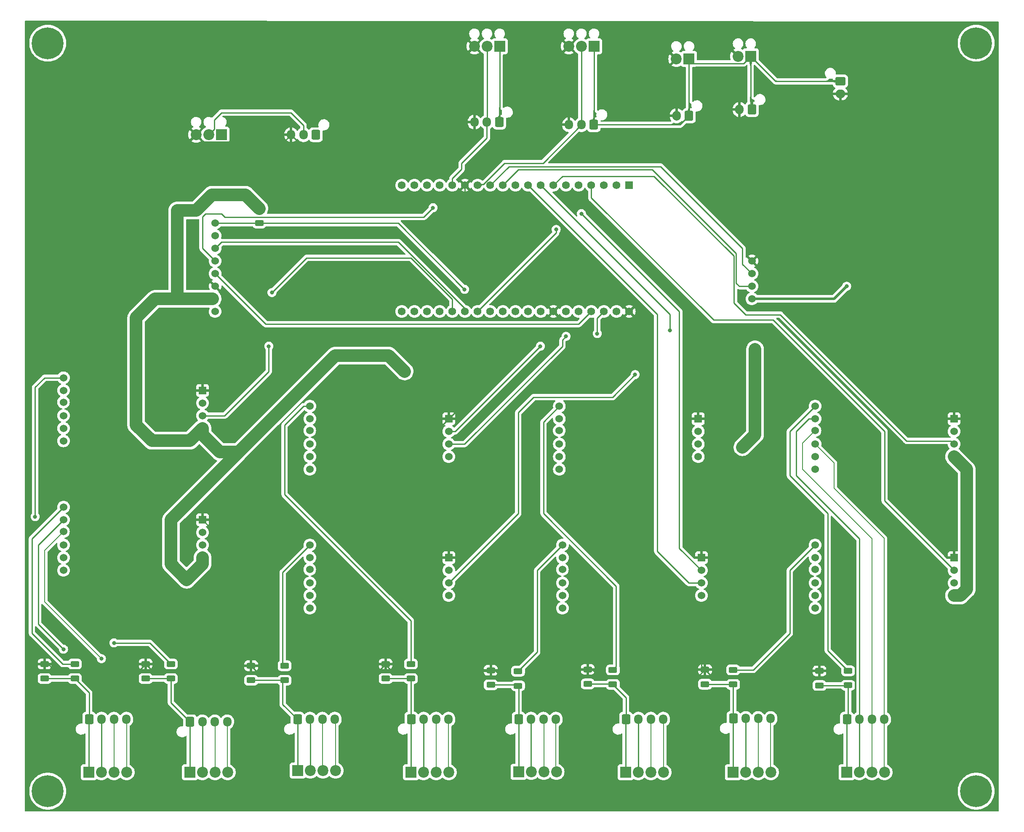
<source format=gbr>
%TF.GenerationSoftware,KiCad,Pcbnew,(6.0.1)*%
%TF.CreationDate,2022-04-06T09:48:50-07:00*%
%TF.ProjectId,EllieBoard,456c6c69-6542-46f6-9172-642e6b696361,rev?*%
%TF.SameCoordinates,Original*%
%TF.FileFunction,Copper,L1,Top*%
%TF.FilePolarity,Positive*%
%FSLAX46Y46*%
G04 Gerber Fmt 4.6, Leading zero omitted, Abs format (unit mm)*
G04 Created by KiCad (PCBNEW (6.0.1)) date 2022-04-06 09:48:50*
%MOMM*%
%LPD*%
G01*
G04 APERTURE LIST*
G04 Aperture macros list*
%AMRoundRect*
0 Rectangle with rounded corners*
0 $1 Rounding radius*
0 $2 $3 $4 $5 $6 $7 $8 $9 X,Y pos of 4 corners*
0 Add a 4 corners polygon primitive as box body*
4,1,4,$2,$3,$4,$5,$6,$7,$8,$9,$2,$3,0*
0 Add four circle primitives for the rounded corners*
1,1,$1+$1,$2,$3*
1,1,$1+$1,$4,$5*
1,1,$1+$1,$6,$7*
1,1,$1+$1,$8,$9*
0 Add four rect primitives between the rounded corners*
20,1,$1+$1,$2,$3,$4,$5,0*
20,1,$1+$1,$4,$5,$6,$7,0*
20,1,$1+$1,$6,$7,$8,$9,0*
20,1,$1+$1,$8,$9,$2,$3,0*%
G04 Aperture macros list end*
%TA.AperFunction,ComponentPad*%
%ADD10C,1.524000*%
%TD*%
%TA.AperFunction,ComponentPad*%
%ADD11R,1.524000X1.524000*%
%TD*%
%TA.AperFunction,SMDPad,CuDef*%
%ADD12RoundRect,0.250000X-0.625000X0.312500X-0.625000X-0.312500X0.625000X-0.312500X0.625000X0.312500X0*%
%TD*%
%TA.AperFunction,ComponentPad*%
%ADD13RoundRect,0.250000X0.600000X0.725000X-0.600000X0.725000X-0.600000X-0.725000X0.600000X-0.725000X0*%
%TD*%
%TA.AperFunction,ComponentPad*%
%ADD14O,1.700000X1.950000*%
%TD*%
%TA.AperFunction,ComponentPad*%
%ADD15RoundRect,0.250000X-0.600000X-0.725000X0.600000X-0.725000X0.600000X0.725000X-0.600000X0.725000X0*%
%TD*%
%TA.AperFunction,ComponentPad*%
%ADD16R,2.200000X2.200000*%
%TD*%
%TA.AperFunction,ComponentPad*%
%ADD17C,2.200000*%
%TD*%
%TA.AperFunction,ComponentPad*%
%ADD18RoundRect,0.250000X-0.750000X0.600000X-0.750000X-0.600000X0.750000X-0.600000X0.750000X0.600000X0*%
%TD*%
%TA.AperFunction,ComponentPad*%
%ADD19O,2.000000X1.700000*%
%TD*%
%TA.AperFunction,ComponentPad*%
%ADD20R,1.560000X1.560000*%
%TD*%
%TA.AperFunction,ComponentPad*%
%ADD21C,1.560000*%
%TD*%
%TA.AperFunction,SMDPad,CuDef*%
%ADD22RoundRect,0.250000X0.625000X-0.312500X0.625000X0.312500X-0.625000X0.312500X-0.625000X-0.312500X0*%
%TD*%
%TA.AperFunction,ComponentPad*%
%ADD23C,6.400000*%
%TD*%
%TA.AperFunction,ComponentPad*%
%ADD24RoundRect,0.250000X0.600000X0.750000X-0.600000X0.750000X-0.600000X-0.750000X0.600000X-0.750000X0*%
%TD*%
%TA.AperFunction,ComponentPad*%
%ADD25O,1.700000X2.000000*%
%TD*%
%TA.AperFunction,ViaPad*%
%ADD26C,0.800000*%
%TD*%
%TA.AperFunction,Conductor*%
%ADD27C,0.250000*%
%TD*%
%TA.AperFunction,Conductor*%
%ADD28C,0.200000*%
%TD*%
%TA.AperFunction,Conductor*%
%ADD29C,0.254000*%
%TD*%
%TA.AperFunction,Conductor*%
%ADD30C,2.540000*%
%TD*%
%TA.AperFunction,Conductor*%
%ADD31C,0.508000*%
%TD*%
G04 APERTURE END LIST*
D10*
%TO.P,HX711 Breakout 6,1,E+*%
%TO.N,Net-(R16-Pad2)*%
X78105000Y-119380000D03*
%TO.P,HX711 Breakout 6,2,E-*%
%TO.N,u3*%
X78105000Y-121920000D03*
%TO.P,HX711 Breakout 6,3,A-*%
%TO.N,A3-*%
X78083895Y-124289146D03*
%TO.P,HX711 Breakout 6,4,A+*%
%TO.N,A3+*%
X78105000Y-127000000D03*
%TO.P,HX711 Breakout 6,5,B-*%
%TO.N,unconnected-(U8-Pad5)*%
X78105000Y-129540000D03*
%TO.P,HX711 Breakout 6,6,B+*%
%TO.N,unconnected-(U8-Pad6)*%
X78105000Y-132080000D03*
D11*
%TO.P,HX711 Breakout 6,7,GND*%
%TO.N,GND*%
X106045000Y-121920000D03*
D10*
%TO.P,HX711 Breakout 6,8,DT*%
%TO.N,IO22*%
X106045000Y-124460000D03*
%TO.P,HX711 Breakout 6,9,SCK*%
%TO.N,IO23*%
X106045000Y-127000000D03*
%TO.P,HX711 Breakout 6,10,VCC*%
%TO.N,+3V3*%
X106045000Y-129540000D03*
%TD*%
D12*
%TO.P,R15,1*%
%TO.N,GND*%
X133985000Y-144395000D03*
%TO.P,R15,2*%
%TO.N,out6*%
X133985000Y-147320000D03*
%TD*%
D13*
%TO.P,Servo 1 ,1,Pin_1*%
%TO.N,Lipo*%
X116205000Y-34290000D03*
D14*
%TO.P,Servo 1 ,2,Pin_2*%
%TO.N,IO13*%
X113705000Y-34290000D03*
%TO.P,Servo 1 ,3,Pin_3*%
%TO.N,GND*%
X111205000Y-34290000D03*
%TD*%
D15*
%TO.P,Load Cell 8,1,Pin_1*%
%TO.N,out8*%
X186110000Y-154415000D03*
D14*
%TO.P,Load Cell 8,2,Pin_2*%
%TO.N,u8*%
X188610000Y-154415000D03*
%TO.P,Load Cell 8,3,Pin_3*%
%TO.N,A8-*%
X191110000Y-154415000D03*
%TO.P,Load Cell 8,4,Pin_4*%
%TO.N,A8+*%
X193610000Y-154415000D03*
%TD*%
D16*
%TO.P,Load Cell Backup 2,1,Pin_1*%
%TO.N,out2*%
X53970000Y-165100000D03*
D17*
%TO.P,Load Cell Backup 2,2,Pin_2*%
%TO.N,u2*%
X56510000Y-165100000D03*
%TO.P,Load Cell Backup 2,3,Pin_3*%
%TO.N,A2-*%
X59050000Y-165100000D03*
%TO.P,Load Cell Backup 2,4,Pin_4*%
%TO.N,A2+*%
X61590000Y-165100000D03*
%TD*%
D10*
%TO.P,HX711 Breakout 4,1,E+*%
%TO.N,Net-(R12-Pad2)*%
X179705000Y-91440000D03*
%TO.P,HX711 Breakout 4,2,E-*%
%TO.N,u8*%
X179705000Y-93980000D03*
%TO.P,HX711 Breakout 4,3,A-*%
%TO.N,A8-*%
X179683895Y-96349146D03*
%TO.P,HX711 Breakout 4,4,A+*%
%TO.N,A8+*%
X179705000Y-99060000D03*
%TO.P,HX711 Breakout 4,5,B-*%
%TO.N,unconnected-(U10-Pad5)*%
X179705000Y-101600000D03*
%TO.P,HX711 Breakout 4,6,B+*%
%TO.N,unconnected-(U10-Pad6)*%
X179705000Y-104140000D03*
D11*
%TO.P,HX711 Breakout 4,7,GND*%
%TO.N,GND*%
X207645000Y-93980000D03*
D10*
%TO.P,HX711 Breakout 4,8,DT*%
%TO.N,IO36*%
X207645000Y-96520000D03*
%TO.P,HX711 Breakout 4,9,SCK*%
%TO.N,IO32*%
X207645000Y-99060000D03*
%TO.P,HX711 Breakout 4,10,VCC*%
%TO.N,+3V3*%
X207645000Y-101600000D03*
%TD*%
%TO.P,HX711 Breakout 1,1,E+*%
%TO.N,Net-(R10-Pad2)*%
X28575000Y-85725000D03*
%TO.P,HX711 Breakout 1,2,E-*%
%TO.N,u2*%
X28575000Y-88265000D03*
%TO.P,HX711 Breakout 1,3,A-*%
%TO.N,A2-*%
X28553895Y-90634146D03*
%TO.P,HX711 Breakout 1,4,A+*%
%TO.N,A2+*%
X28575000Y-93345000D03*
%TO.P,HX711 Breakout 1,5,B-*%
%TO.N,unconnected-(U6-Pad5)*%
X28575000Y-95885000D03*
%TO.P,HX711 Breakout 1,6,B+*%
%TO.N,unconnected-(U6-Pad6)*%
X28575000Y-98425000D03*
D11*
%TO.P,HX711 Breakout 1,7,GND*%
%TO.N,GND*%
X56515000Y-88265000D03*
D10*
%TO.P,HX711 Breakout 1,8,DT*%
%TO.N,IO15*%
X56515000Y-90805000D03*
%TO.P,HX711 Breakout 1,9,SCK*%
%TO.N,IO2*%
X56515000Y-93345000D03*
%TO.P,HX711 Breakout 1,10,VCC*%
%TO.N,+3V3*%
X56515000Y-95885000D03*
%TD*%
D18*
%TO.P,Battery,1,Pin_1*%
%TO.N,Lipo*%
X184785000Y-26075000D03*
D19*
%TO.P,Battery,2,Pin_2*%
%TO.N,GND*%
X184785000Y-28575000D03*
%TD*%
D12*
%TO.P,R4,1*%
%TO.N,GND*%
X93345000Y-143317500D03*
%TO.P,R4,2*%
%TO.N,out4*%
X93345000Y-146242500D03*
%TD*%
D16*
%TO.P,Load Cell Backup 6,1,Pin_1*%
%TO.N,out5*%
X120077983Y-165019965D03*
D17*
%TO.P,Load Cell Backup 6,2,Pin_2*%
%TO.N,u5*%
X122617983Y-165019965D03*
%TO.P,Load Cell Backup 6,3,Pin_3*%
%TO.N,A5-*%
X125157983Y-165019965D03*
%TO.P,Load Cell Backup 6,4,Pin_4*%
%TO.N,A5+*%
X127697983Y-165019965D03*
%TD*%
D12*
%TO.P,R17,1*%
%TO.N,GND*%
X66296168Y-143666926D03*
%TO.P,R17,2*%
%TO.N,out3*%
X66296168Y-146591926D03*
%TD*%
D15*
%TO.P,Load Cell 2,1,Pin_1*%
%TO.N,out2*%
X54010000Y-154940000D03*
D14*
%TO.P,Load Cell 2,2,Pin_2*%
%TO.N,u2*%
X56510000Y-154940000D03*
%TO.P,Load Cell 2,3,Pin_3*%
%TO.N,A2-*%
X59010000Y-154940000D03*
%TO.P,Load Cell 2,4,Pin_4*%
%TO.N,A2+*%
X61510000Y-154940000D03*
%TD*%
D20*
%TO.P,ESP32,1,3V3*%
%TO.N,+3V3*%
X142315000Y-46990000D03*
D21*
%TO.P,ESP32,2,EN*%
%TO.N,unconnected-(U7-Pad2)*%
X139775000Y-46990000D03*
%TO.P,ESP32,3,SENSOR_VP*%
%TO.N,IO36*%
X137235000Y-46990000D03*
%TO.P,ESP32,4,SENSOR_VN*%
%TO.N,IO39*%
X134695000Y-46990000D03*
%TO.P,ESP32,5,IO34*%
%TO.N,IO34*%
X132155000Y-46990000D03*
%TO.P,ESP32,6,IO35*%
%TO.N,IO35*%
X129615000Y-46990000D03*
%TO.P,ESP32,7,IO32*%
%TO.N,IO32*%
X127075000Y-46990000D03*
%TO.P,ESP32,8,IO33*%
%TO.N,IO33*%
X124535000Y-46990000D03*
%TO.P,ESP32,9,IO25*%
%TO.N,IO25*%
X121995000Y-46990000D03*
%TO.P,ESP32,10,IO26*%
%TO.N,IO26*%
X119455000Y-46990000D03*
%TO.P,ESP32,11,IO27*%
%TO.N,IO27*%
X116915000Y-46990000D03*
%TO.P,ESP32,12,IO14*%
%TO.N,IO14*%
X114375000Y-46990000D03*
%TO.P,ESP32,13,IO12*%
%TO.N,IO12*%
X111835000Y-46990000D03*
%TO.P,ESP32,14,GND1*%
%TO.N,GND*%
X109295000Y-46990000D03*
%TO.P,ESP32,15,IO13*%
%TO.N,IO13*%
X106755000Y-46990000D03*
%TO.P,ESP32,16,SD2*%
%TO.N,unconnected-(U7-Pad16)*%
X104215000Y-46990000D03*
%TO.P,ESP32,17,SD3*%
%TO.N,unconnected-(U7-Pad17)*%
X101675000Y-46990000D03*
%TO.P,ESP32,18,CMD*%
%TO.N,unconnected-(U7-Pad18)*%
X99135000Y-46990000D03*
%TO.P,ESP32,19,EXT_5V*%
%TO.N,+5V*%
X96595000Y-46990000D03*
%TO.P,ESP32,20,GND3*%
%TO.N,GND*%
X142315000Y-72390000D03*
%TO.P,ESP32,21,IO23*%
%TO.N,IO23*%
X139775000Y-72390000D03*
%TO.P,ESP32,22,IO22*%
%TO.N,IO22*%
X137235000Y-72390000D03*
%TO.P,ESP32,23,TXD0*%
%TO.N,SCK{slash}CLK*%
X134695000Y-72390000D03*
%TO.P,ESP32,24,RXD0*%
%TO.N,SDO{slash}SD0*%
X132155000Y-72390000D03*
%TO.P,ESP32,25,IO21*%
%TO.N,IO21*%
X129615000Y-72390000D03*
%TO.P,ESP32,26,GND2*%
%TO.N,GND*%
X127075000Y-72390000D03*
%TO.P,ESP32,27,IO19*%
%TO.N,IO19*%
X124535000Y-72390000D03*
%TO.P,ESP32,28,IO18*%
%TO.N,IO18*%
X121995000Y-72390000D03*
%TO.P,ESP32,29,IO5*%
%TO.N,IO5*%
X119455000Y-72390000D03*
%TO.P,ESP32,30,IO17*%
%TO.N,IO17*%
X116915000Y-72390000D03*
%TO.P,ESP32,31,IO16*%
%TO.N,IO16*%
X114375000Y-72390000D03*
%TO.P,ESP32,32,IO4*%
%TO.N,IO32*%
X111835000Y-72390000D03*
%TO.P,ESP32,33,IO0*%
%TO.N,SDI{slash}SD1*%
X109295000Y-72390000D03*
%TO.P,ESP32,34,IO2*%
%TO.N,IO2*%
X106755000Y-72390000D03*
%TO.P,ESP32,35,IO15*%
%TO.N,IO15*%
X104215000Y-72390000D03*
%TO.P,ESP32,36,SD1*%
%TO.N,unconnected-(U7-Pad36)*%
X101675000Y-72390000D03*
%TO.P,ESP32,37,SD0*%
%TO.N,unconnected-(U7-Pad37)*%
X99135000Y-72390000D03*
%TO.P,ESP32,38,CLK*%
%TO.N,unconnected-(U7-Pad38)*%
X96595000Y-72390000D03*
%TD*%
D22*
%TO.P,R1,1*%
%TO.N,out1*%
X30850000Y-146242500D03*
%TO.P,R1,2*%
%TO.N,Net-(R1-Pad2)*%
X30850000Y-143317500D03*
%TD*%
D10*
%TO.P,HX711 Breakout 2,1,E+*%
%TO.N,Net-(R3-Pad2)*%
X78105000Y-91440000D03*
%TO.P,HX711 Breakout 2,2,E-*%
%TO.N,u4*%
X78105000Y-93980000D03*
%TO.P,HX711 Breakout 2,3,A-*%
%TO.N,A4-*%
X78083895Y-96349146D03*
%TO.P,HX711 Breakout 2,4,A+*%
%TO.N,A4+*%
X78105000Y-99060000D03*
%TO.P,HX711 Breakout 2,5,B-*%
%TO.N,unconnected-(U11-Pad5)*%
X78105000Y-101600000D03*
%TO.P,HX711 Breakout 2,6,B+*%
%TO.N,unconnected-(U11-Pad6)*%
X78105000Y-104140000D03*
D11*
%TO.P,HX711 Breakout 2,7,GND*%
%TO.N,GND*%
X106045000Y-93980000D03*
D10*
%TO.P,HX711 Breakout 2,8,DT*%
%TO.N,IO19*%
X106045000Y-96520000D03*
%TO.P,HX711 Breakout 2,9,SCK*%
%TO.N,IO21*%
X106045000Y-99060000D03*
%TO.P,HX711 Breakout 2,10,VCC*%
%TO.N,+3V3*%
X106045000Y-101600000D03*
%TD*%
D22*
%TO.P,R12,1*%
%TO.N,out8*%
X186323986Y-147602162D03*
%TO.P,R12,2*%
%TO.N,Net-(R12-Pad2)*%
X186323986Y-144677162D03*
%TD*%
D13*
%TO.P,Flow Meter ,1,Pin_1*%
%TO.N,+5V*%
X79335000Y-36830000D03*
D14*
%TO.P,Flow Meter ,2,Pin_2*%
%TO.N,IO18*%
X76835000Y-36830000D03*
%TO.P,Flow Meter ,3,Pin_3*%
%TO.N,GND*%
X74335000Y-36830000D03*
%TD*%
D22*
%TO.P,R3,1*%
%TO.N,out4*%
X98425000Y-146242500D03*
%TO.P,R3,2*%
%TO.N,Net-(R3-Pad2)*%
X98425000Y-143317500D03*
%TD*%
D10*
%TO.P,HX711 Breakout 3,1,E+*%
%TO.N,Net-(R14-Pad2)*%
X128270000Y-91440000D03*
%TO.P,HX711 Breakout 3,2,E-*%
%TO.N,u6*%
X128270000Y-93980000D03*
%TO.P,HX711 Breakout 3,3,A-*%
%TO.N,A6-*%
X128248895Y-96349146D03*
%TO.P,HX711 Breakout 3,4,A+*%
%TO.N,A6+*%
X128270000Y-99060000D03*
%TO.P,HX711 Breakout 3,5,B-*%
%TO.N,unconnected-(U5-Pad5)*%
X128270000Y-101600000D03*
%TO.P,HX711 Breakout 3,6,B+*%
%TO.N,unconnected-(U5-Pad6)*%
X128270000Y-104140000D03*
D11*
%TO.P,HX711 Breakout 3,7,GND*%
%TO.N,GND*%
X156210000Y-93980000D03*
D10*
%TO.P,HX711 Breakout 3,8,DT*%
%TO.N,IO34*%
X156210000Y-96520000D03*
%TO.P,HX711 Breakout 3,9,SCK*%
%TO.N,IO26*%
X156210000Y-99060000D03*
%TO.P,HX711 Breakout 3,10,VCC*%
%TO.N,+3V3*%
X156210000Y-101600000D03*
%TD*%
D23*
%TO.P,REF\u002A\u002A,1*%
%TO.N,N/C*%
X25400000Y-18415000D03*
%TD*%
D12*
%TO.P,R9,1*%
%TO.N,+3V3*%
X67945000Y-51685000D03*
%TO.P,R9,2*%
%TO.N,IO16*%
X67945000Y-54610000D03*
%TD*%
D10*
%TO.P,HX711 Breakout 8,1,E+*%
%TO.N,Net-(R5-Pad2)*%
X179705000Y-119380000D03*
%TO.P,HX711 Breakout 8,2,E-*%
%TO.N,u7*%
X179705000Y-121920000D03*
%TO.P,HX711 Breakout 8,3,A-*%
%TO.N,A7-*%
X179683895Y-124289146D03*
%TO.P,HX711 Breakout 8,4,A+*%
%TO.N,A7+*%
X179705000Y-127000000D03*
%TO.P,HX711 Breakout 8,5,B-*%
%TO.N,unconnected-(U9-Pad5)*%
X179705000Y-129540000D03*
%TO.P,HX711 Breakout 8,6,B+*%
%TO.N,unconnected-(U9-Pad6)*%
X179705000Y-132080000D03*
D11*
%TO.P,HX711 Breakout 8,7,GND*%
%TO.N,GND*%
X207645000Y-121920000D03*
D10*
%TO.P,HX711 Breakout 8,8,DT*%
%TO.N,IO39*%
X207645000Y-124460000D03*
%TO.P,HX711 Breakout 8,9,SCK*%
%TO.N,IO33*%
X207645000Y-127000000D03*
%TO.P,HX711 Breakout 8,10,VCC*%
%TO.N,+3V3*%
X207645000Y-129540000D03*
%TD*%
D23*
%TO.P,,1*%
%TO.N,N/C*%
X212090000Y-168910000D03*
%TD*%
D22*
%TO.P,R5,1*%
%TO.N,out7*%
X163210890Y-147422837D03*
%TO.P,R5,2*%
%TO.N,Net-(R5-Pad2)*%
X163210890Y-144497837D03*
%TD*%
D13*
%TO.P,Servo 2 ,1,Pin_1*%
%TO.N,Lipo*%
X135215000Y-34815000D03*
D14*
%TO.P,Servo 2 ,2,Pin_2*%
%TO.N,IO12*%
X132715000Y-34815000D03*
%TO.P,Servo 2 ,3,Pin_3*%
%TO.N,GND*%
X130215000Y-34815000D03*
%TD*%
D15*
%TO.P,Load Cell 7,1,Pin_1*%
%TO.N,out7*%
X163265000Y-154270536D03*
D14*
%TO.P,Load Cell 7,2,Pin_2*%
%TO.N,u7*%
X165765000Y-154270536D03*
%TO.P,Load Cell 7,3,Pin_3*%
%TO.N,A7-*%
X168265000Y-154270536D03*
%TO.P,Load Cell 7,4,Pin_4*%
%TO.N,A7+*%
X170765000Y-154270536D03*
%TD*%
D22*
%TO.P,R10,1*%
%TO.N,out2*%
X50165000Y-146242500D03*
%TO.P,R10,2*%
%TO.N,Net-(R10-Pad2)*%
X50165000Y-143317500D03*
%TD*%
D16*
%TO.P,Load Cell Backup 8,1,Pin_1*%
%TO.N,out7*%
X163185000Y-165100000D03*
D17*
%TO.P,Load Cell Backup 8,2,Pin_2*%
%TO.N,u7*%
X165725000Y-165100000D03*
%TO.P,Load Cell Backup 8,3,Pin_3*%
%TO.N,A7-*%
X168265000Y-165100000D03*
%TO.P,Load Cell Backup 8,4,Pin_4*%
%TO.N,A7+*%
X170805000Y-165100000D03*
%TD*%
D22*
%TO.P,R14,1*%
%TO.N,out6*%
X139028114Y-147425553D03*
%TO.P,R14,2*%
%TO.N,Net-(R14-Pad2)*%
X139028114Y-144500553D03*
%TD*%
D10*
%TO.P,HX711 Breakout 7,1,E+*%
%TO.N,Net-(R7-Pad2)*%
X128905000Y-119380000D03*
%TO.P,HX711 Breakout 7,2,E-*%
%TO.N,u5*%
X128905000Y-121920000D03*
%TO.P,HX711 Breakout 7,3,A-*%
%TO.N,A5-*%
X128883895Y-124289146D03*
%TO.P,HX711 Breakout 7,4,A+*%
%TO.N,A5+*%
X128905000Y-127000000D03*
%TO.P,HX711 Breakout 7,5,B-*%
%TO.N,unconnected-(U2-Pad5)*%
X128905000Y-129540000D03*
%TO.P,HX711 Breakout 7,6,B+*%
%TO.N,unconnected-(U2-Pad6)*%
X128905000Y-132080000D03*
D11*
%TO.P,HX711 Breakout 7,7,GND*%
%TO.N,GND*%
X156845000Y-121920000D03*
D10*
%TO.P,HX711 Breakout 7,8,DT*%
%TO.N,IO35*%
X156845000Y-124460000D03*
%TO.P,HX711 Breakout 7,9,SCK*%
%TO.N,IO25*%
X156845000Y-127000000D03*
%TO.P,HX711 Breakout 7,10,VCC*%
%TO.N,+3V3*%
X156845000Y-129540000D03*
%TD*%
D16*
%TO.P,Igniter 1 Backup,1,Pin_1*%
%TO.N,Lipo*%
X154345000Y-21590000D03*
D17*
%TO.P,Igniter 1 Backup,2,Pin_2*%
%TO.N,GND*%
X151805000Y-21590000D03*
%TD*%
D16*
%TO.P,Igniter 2 Backup,1,Pin_1*%
%TO.N,Lipo*%
X166755000Y-21050000D03*
D17*
%TO.P,Igniter 2 Backup,2,Pin_2*%
%TO.N,GND*%
X164215000Y-21050000D03*
%TD*%
D15*
%TO.P,Load Cell 3,1,Pin_1*%
%TO.N,out3*%
X75620000Y-154415000D03*
D14*
%TO.P,Load Cell 3,2,Pin_2*%
%TO.N,u3*%
X78120000Y-154415000D03*
%TO.P,Load Cell 3,3,Pin_3*%
%TO.N,A3-*%
X80620000Y-154415000D03*
%TO.P,Load Cell 3,4,Pin_4*%
%TO.N,A3+*%
X83120000Y-154415000D03*
%TD*%
D16*
%TO.P,Load Cell Backup 3,1,Pin_1*%
%TO.N,out3*%
X75665656Y-164765581D03*
D17*
%TO.P,Load Cell Backup 3,2,Pin_2*%
%TO.N,u3*%
X78205656Y-164765581D03*
%TO.P,Load Cell Backup 3,3,Pin_3*%
%TO.N,A3-*%
X80745656Y-164765581D03*
%TO.P,Load Cell Backup 3,4,Pin_4*%
%TO.N,A3+*%
X83285656Y-164765581D03*
%TD*%
D16*
%TO.P,Load Cell Backup 4,1,Pin_1*%
%TO.N,out4*%
X98425000Y-165100000D03*
D17*
%TO.P,Load Cell Backup 4,2,Pin_2*%
%TO.N,u4*%
X100965000Y-165100000D03*
%TO.P,Load Cell Backup 4,3,Pin_3*%
%TO.N,A4-*%
X103505000Y-165100000D03*
%TO.P,Load Cell Backup 4,4,Pin_4*%
%TO.N,A4+*%
X106045000Y-165100000D03*
%TD*%
D24*
%TO.P,Igniter 2 ,1,Pin_1*%
%TO.N,Lipo*%
X167005000Y-31750000D03*
D25*
%TO.P,Igniter 2 ,2,Pin_2*%
%TO.N,GND*%
X164505000Y-31750000D03*
%TD*%
D22*
%TO.P,R16,1*%
%TO.N,out3*%
X73025000Y-146591926D03*
%TO.P,R16,2*%
%TO.N,Net-(R16-Pad2)*%
X73025000Y-143666926D03*
%TD*%
D12*
%TO.P,R6,1*%
%TO.N,GND*%
X157567400Y-144460952D03*
%TO.P,R6,2*%
%TO.N,out7*%
X157567400Y-147385952D03*
%TD*%
D16*
%TO.P,Load Cell Backup 9,1,Pin_1*%
%TO.N,out8*%
X186045000Y-165100000D03*
D17*
%TO.P,Load Cell Backup 9,2,Pin_2*%
%TO.N,u8*%
X188585000Y-165100000D03*
%TO.P,Load Cell Backup 9,3,Pin_3*%
%TO.N,A8-*%
X191125000Y-165100000D03*
%TO.P,Load Cell Backup 9,4,Pin_4*%
%TO.N,A8+*%
X193665000Y-165100000D03*
%TD*%
D12*
%TO.P,R2,1*%
%TO.N,GND*%
X24765000Y-143317500D03*
%TO.P,R2,2*%
%TO.N,out1*%
X24765000Y-146242500D03*
%TD*%
D15*
%TO.P,Load Cell 5,1,Pin_1*%
%TO.N,out5*%
X120075000Y-154415000D03*
D14*
%TO.P,Load Cell 5,2,Pin_2*%
%TO.N,u5*%
X122575000Y-154415000D03*
%TO.P,Load Cell 5,3,Pin_3*%
%TO.N,A5-*%
X125075000Y-154415000D03*
%TO.P,Load Cell 5,4,Pin_4*%
%TO.N,A5+*%
X127575000Y-154415000D03*
%TD*%
D10*
%TO.P,Relay Board,1,VCC*%
%TO.N,+5V*%
X167005000Y-69850000D03*
%TO.P,Relay Board,2,IN1*%
%TO.N,IO27*%
X167005000Y-67310000D03*
%TO.P,Relay Board,3,IN2*%
%TO.N,IO14*%
X167005000Y-64770000D03*
%TO.P,Relay Board,4,GND*%
%TO.N,GND*%
X167005000Y-62230000D03*
%TD*%
D24*
%TO.P,Igniter 1 ,1,Pin_1*%
%TO.N,Lipo*%
X154345000Y-33020000D03*
D25*
%TO.P,Igniter 1 ,2,Pin_2*%
%TO.N,GND*%
X151845000Y-33020000D03*
%TD*%
D12*
%TO.P,R8,1*%
%TO.N,GND*%
X114480658Y-144585992D03*
%TO.P,R8,2*%
%TO.N,out5*%
X114480658Y-147510992D03*
%TD*%
D22*
%TO.P,R7,1*%
%TO.N,out5*%
X119964311Y-147696047D03*
%TO.P,R7,2*%
%TO.N,Net-(R7-Pad2)*%
X119964311Y-144771047D03*
%TD*%
D16*
%TO.P,Flow Meter Backup,1,Pin_1*%
%TO.N,+5V*%
X60325000Y-36830000D03*
D17*
%TO.P,Flow Meter Backup,2,Pin_2*%
%TO.N,IO18*%
X57785000Y-36830000D03*
%TO.P,Flow Meter Backup,3,Pin_3*%
%TO.N,GND*%
X55245000Y-36830000D03*
%TD*%
D10*
%TO.P,HX711 Breakout 5,1,E+*%
%TO.N,Net-(R1-Pad2)*%
X28575000Y-111760000D03*
%TO.P,HX711 Breakout 5,2,E-*%
%TO.N,u1*%
X28575000Y-114300000D03*
%TO.P,HX711 Breakout 5,3,A-*%
%TO.N,A1-*%
X28553895Y-116669146D03*
%TO.P,HX711 Breakout 5,4,A+*%
%TO.N,A1+*%
X28575000Y-119380000D03*
%TO.P,HX711 Breakout 5,5,B-*%
%TO.N,unconnected-(U1-Pad5)*%
X28575000Y-121920000D03*
%TO.P,HX711 Breakout 5,6,B+*%
%TO.N,unconnected-(U1-Pad6)*%
X28575000Y-124460000D03*
D11*
%TO.P,HX711 Breakout 5,7,GND*%
%TO.N,GND*%
X56515000Y-114300000D03*
D10*
%TO.P,HX711 Breakout 5,8,DT*%
%TO.N,IO32*%
X56515000Y-116840000D03*
%TO.P,HX711 Breakout 5,9,SCK*%
%TO.N,IO5*%
X56515000Y-119380000D03*
%TO.P,HX711 Breakout 5,10,VCC*%
%TO.N,+3V3*%
X56515000Y-121920000D03*
%TD*%
D16*
%TO.P,Servo 2 Backup,1,Pin_1*%
%TO.N,Lipo*%
X135255000Y-19050000D03*
D17*
%TO.P,Servo 2 Backup,2,Pin_2*%
%TO.N,IO12*%
X132715000Y-19050000D03*
%TO.P,Servo 2 Backup,3,Pin_3*%
%TO.N,GND*%
X130175000Y-19050000D03*
%TD*%
D12*
%TO.P,R13,1*%
%TO.N,GND*%
X45085000Y-143317500D03*
%TO.P,R13,2*%
%TO.N,out2*%
X45085000Y-146242500D03*
%TD*%
D23*
%TO.P,,1*%
%TO.N,N/C*%
X212090000Y-18415000D03*
%TD*%
D10*
%TO.P,SD Card Reader,1,CD*%
%TO.N,IO16*%
X59055000Y-54610000D03*
%TO.P,SD Card Reader,2,CS*%
%TO.N,IO17*%
X59055000Y-57150000D03*
%TO.P,SD Card Reader,3,DI*%
%TO.N,SDI{slash}SD1*%
X59055000Y-59690000D03*
%TO.P,SD Card Reader,4,DO*%
%TO.N,SDO{slash}SD0*%
X59055000Y-62230000D03*
%TO.P,SD Card Reader,5,CK*%
%TO.N,SCK{slash}CLK*%
X59055000Y-64770000D03*
%TO.P,SD Card Reader,6,GND*%
%TO.N,GND*%
X59055000Y-67310000D03*
%TO.P,SD Card Reader,7,3V*%
%TO.N,+3V3*%
X59055000Y-69850000D03*
%TO.P,SD Card Reader,8,5V*%
%TO.N,unconnected-(U4-Pad8)*%
X59055000Y-72390000D03*
%TD*%
D15*
%TO.P,Load Cell 6,1,Pin_1*%
%TO.N,out6*%
X141670000Y-154415000D03*
D14*
%TO.P,Load Cell 6,2,Pin_2*%
%TO.N,u6*%
X144170000Y-154415000D03*
%TO.P,Load Cell 6,3,Pin_3*%
%TO.N,A6-*%
X146670000Y-154415000D03*
%TO.P,Load Cell 6,4,Pin_4*%
%TO.N,A6+*%
X149170000Y-154415000D03*
%TD*%
D23*
%TO.P,,1*%
%TO.N,N/C*%
X25400000Y-168910000D03*
%TD*%
D16*
%TO.P,Load Cell Backup 7,1,Pin_1*%
%TO.N,out6*%
X141605000Y-165100000D03*
D17*
%TO.P,Load Cell Backup 7,2,Pin_2*%
%TO.N,u6*%
X144145000Y-165100000D03*
%TO.P,Load Cell Backup 7,3,Pin_3*%
%TO.N,A6-*%
X146685000Y-165100000D03*
%TO.P,Load Cell Backup 7,4,Pin_4*%
%TO.N,A6+*%
X149225000Y-165100000D03*
%TD*%
D12*
%TO.P,R11,1*%
%TO.N,GND*%
X180569838Y-144714047D03*
%TO.P,R11,2*%
%TO.N,out8*%
X180569838Y-147639047D03*
%TD*%
D15*
%TO.P,Load Cell 1,1,Pin_1*%
%TO.N,out1*%
X33715000Y-154415000D03*
D14*
%TO.P,Load Cell 1,2,Pin_2*%
%TO.N,u1*%
X36215000Y-154415000D03*
%TO.P,Load Cell 1,3,Pin_3*%
%TO.N,A1-*%
X38715000Y-154415000D03*
%TO.P,Load Cell 1,4,Pin_4*%
%TO.N,A1+*%
X41215000Y-154415000D03*
%TD*%
D15*
%TO.P,Load Cell 4,1,Pin_1*%
%TO.N,out4*%
X98490000Y-154415000D03*
D14*
%TO.P,Load Cell 4,2,Pin_2*%
%TO.N,u4*%
X100990000Y-154415000D03*
%TO.P,Load Cell 4,3,Pin_3*%
%TO.N,A4-*%
X103490000Y-154415000D03*
%TO.P,Load Cell 4,4,Pin_4*%
%TO.N,A4+*%
X105990000Y-154415000D03*
%TD*%
D16*
%TO.P,Load Cell Backup 1,1,Pin_1*%
%TO.N,out1*%
X33650000Y-165100000D03*
D17*
%TO.P,Load Cell Backup 1,2,Pin_2*%
%TO.N,u1*%
X36190000Y-165100000D03*
%TO.P,Load Cell Backup 1,3,Pin_3*%
%TO.N,A1-*%
X38730000Y-165100000D03*
%TO.P,Load Cell Backup 1,4,Pin_4*%
%TO.N,A1+*%
X41270000Y-165100000D03*
%TD*%
D16*
%TO.P,Servo 1 Backup,1,Pin_1*%
%TO.N,Lipo*%
X116285000Y-19050000D03*
D17*
%TO.P,Servo 1 Backup,2,Pin_2*%
%TO.N,IO13*%
X113745000Y-19050000D03*
%TO.P,Servo 1 Backup,3,Pin_3*%
%TO.N,GND*%
X111205000Y-19050000D03*
%TD*%
D26*
%TO.N,u1*%
X28575000Y-140335000D03*
%TO.N,A1-*%
X36195000Y-142240000D03*
%TO.N,GND*%
X114300000Y-39370000D03*
X125730000Y-76200000D03*
X120882299Y-60092701D03*
X180340000Y-140335000D03*
X163195000Y-85725000D03*
X131445000Y-69215000D03*
%TO.N,IO19*%
X124460000Y-79375000D03*
%TO.N,IO21*%
X129615000Y-77395000D03*
%TO.N,+3V3*%
X165100000Y-99695000D03*
X167640000Y-80010000D03*
X97155000Y-84455000D03*
%TO.N,IO16*%
X109220000Y-67945000D03*
%TO.N,Net-(R10-Pad2)*%
X38735000Y-139065000D03*
X22860000Y-113665000D03*
%TO.N,+5V*%
X186055000Y-67310000D03*
%TO.N,IO35*%
X132715000Y-52705000D03*
%TO.N,IO32*%
X127635000Y-55880000D03*
%TO.N,IO33*%
X150495000Y-76200000D03*
%TO.N,IO23*%
X143510000Y-85090000D03*
%TO.N,IO22*%
X135890000Y-76835000D03*
%TO.N,SDO{slash}SD0*%
X102870000Y-51524500D03*
%TO.N,IO2*%
X70485000Y-68580000D03*
X69850000Y-79375000D03*
%TD*%
D27*
%TO.N,out1*%
X30850000Y-146242500D02*
X33715000Y-149107500D01*
X33650000Y-154480000D02*
X33650000Y-165100000D01*
X25485000Y-146242500D02*
X30850000Y-146242500D01*
X33715000Y-149107500D02*
X33715000Y-154415000D01*
X33715000Y-154415000D02*
X33650000Y-154480000D01*
%TO.N,u1*%
X23495000Y-135255000D02*
X28575000Y-140335000D01*
X36190000Y-165100000D02*
X36190000Y-154440000D01*
X23495000Y-119380000D02*
X23495000Y-135255000D01*
X36190000Y-154440000D02*
X36215000Y-154415000D01*
X28575000Y-114300000D02*
X23495000Y-119380000D01*
D28*
%TO.N,A1+*%
X41270000Y-165100000D02*
X41270000Y-154470000D01*
X41270000Y-154470000D02*
X41215000Y-154415000D01*
%TO.N,A1-*%
X38715000Y-154415000D02*
X38715000Y-165085000D01*
X24765000Y-120650000D02*
X24765000Y-130810000D01*
X24765000Y-130810000D02*
X36195000Y-142240000D01*
X28553895Y-116669146D02*
X24765000Y-120458041D01*
X38715000Y-165085000D02*
X38730000Y-165100000D01*
X24765000Y-120458041D02*
X24765000Y-120650000D01*
D29*
%TO.N,GND*%
X46547500Y-144780000D02*
X54610000Y-144780000D01*
X108902500Y-49212500D02*
X119782701Y-60092701D01*
X158115000Y-121920000D02*
X160020000Y-123825000D01*
X180340000Y-140335000D02*
X180569838Y-140564838D01*
X104775000Y-95250000D02*
X123825000Y-76200000D01*
X74335000Y-36830000D02*
X72908489Y-38256511D01*
X142315000Y-72390000D02*
X140410000Y-70485000D01*
X133985000Y-144395000D02*
X134870000Y-144395000D01*
X123825000Y-146050000D02*
X116840000Y-146050000D01*
X162560000Y-97155000D02*
X159385000Y-93980000D01*
X91482981Y-145179519D02*
X93345000Y-143317500D01*
X160020000Y-137795000D02*
X156845000Y-140970000D01*
X26947500Y-144780000D02*
X43622500Y-144780000D01*
X93345000Y-143317500D02*
X93345000Y-143510000D01*
X59690000Y-117475000D02*
X59690000Y-139700000D01*
X106045000Y-120650000D02*
X106045000Y-121920000D01*
X106045000Y-93980000D02*
X104775000Y-95250000D01*
X115375992Y-144585992D02*
X114480658Y-144585992D01*
X160020000Y-123825000D02*
X160020000Y-137795000D01*
X66296168Y-143666926D02*
X67808761Y-145179519D01*
X108902500Y-49212500D02*
X108585000Y-49530000D01*
X25485000Y-143317500D02*
X26947500Y-144780000D01*
X72908489Y-38256511D02*
X56671511Y-38256511D01*
X156210000Y-90170000D02*
X156210000Y-93980000D01*
X157567400Y-144460952D02*
X157567400Y-143422600D01*
X156845000Y-121920000D02*
X158115000Y-121920000D01*
X136525000Y-146050000D02*
X155978352Y-146050000D01*
X140410000Y-70485000D02*
X133350000Y-70485000D01*
X43622500Y-144780000D02*
X45085000Y-143317500D01*
X177165000Y-146050000D02*
X159156448Y-146050000D01*
X67808761Y-145179519D02*
X91482981Y-145179519D01*
X93345000Y-143510000D02*
X94615000Y-144780000D01*
X62230000Y-84455000D02*
X58420000Y-88265000D01*
X66296168Y-143666926D02*
X63656926Y-143666926D01*
X131445000Y-69215000D02*
X132715000Y-70485000D01*
X108585000Y-49530000D02*
X92075000Y-49530000D01*
X180569838Y-140564838D02*
X180569838Y-144714047D01*
X114300000Y-41985000D02*
X109295000Y-46990000D01*
X94615000Y-144780000D02*
X114286650Y-144780000D01*
X159156448Y-146050000D02*
X157567400Y-144460952D01*
X87469511Y-44924511D02*
X86199511Y-44924511D01*
X132715000Y-70485000D02*
X133350000Y-70485000D01*
X159385000Y-93980000D02*
X156210000Y-93980000D01*
X162560000Y-138430000D02*
X162560000Y-97155000D01*
X133350000Y-70485000D02*
X128980000Y-70485000D01*
X56515000Y-114300000D02*
X59690000Y-117475000D01*
X180569838Y-144714047D02*
X178500953Y-144714047D01*
X114286650Y-144780000D02*
X114480658Y-144585992D01*
X155978352Y-146050000D02*
X157567400Y-144460952D01*
X116840000Y-146050000D02*
X115375992Y-144585992D01*
X156845000Y-140970000D02*
X156845000Y-143738552D01*
X156845000Y-143738552D02*
X157567400Y-144460952D01*
X160020000Y-86360000D02*
X156210000Y-90170000D01*
X62230000Y-70485000D02*
X62230000Y-84455000D01*
X114300000Y-39370000D02*
X114300000Y-41985000D01*
X103505000Y-96520000D02*
X103505000Y-118110000D01*
X54610000Y-144780000D02*
X59690000Y-139700000D01*
X86199511Y-44924511D02*
X82429511Y-44924511D01*
X134870000Y-144395000D02*
X136525000Y-146050000D01*
X92075000Y-49530000D02*
X87469511Y-44924511D01*
X178500953Y-144714047D02*
X177165000Y-146050000D01*
X82429511Y-44924511D02*
X74335000Y-36830000D01*
X119782701Y-60092701D02*
X120882299Y-60092701D01*
X104775000Y-95250000D02*
X103505000Y-96520000D01*
X109295000Y-48820000D02*
X108902500Y-49212500D01*
X133985000Y-144395000D02*
X125480000Y-144395000D01*
X56671511Y-38256511D02*
X55245000Y-36830000D01*
X58420000Y-88265000D02*
X56515000Y-88265000D01*
X45085000Y-143317500D02*
X46547500Y-144780000D01*
X63656926Y-143666926D02*
X59690000Y-139700000D01*
X109295000Y-46990000D02*
X109295000Y-48820000D01*
X157567400Y-143422600D02*
X162560000Y-138430000D01*
X163195000Y-85725000D02*
X162560000Y-86360000D01*
X125480000Y-144395000D02*
X123825000Y-146050000D01*
X59055000Y-67310000D02*
X62230000Y-70485000D01*
X103505000Y-118110000D02*
X106045000Y-120650000D01*
X123825000Y-76200000D02*
X125730000Y-76200000D01*
X128980000Y-70485000D02*
X127075000Y-72390000D01*
X162560000Y-86360000D02*
X160020000Y-86360000D01*
D27*
%TO.N,IO19*%
X124460000Y-79375000D02*
X107315000Y-96520000D01*
X107315000Y-96520000D02*
X106045000Y-96520000D01*
%TO.N,Lipo*%
X116285000Y-19050000D02*
X116285000Y-34210000D01*
X116285000Y-34210000D02*
X116205000Y-34290000D01*
X154345000Y-21590000D02*
X154345000Y-33020000D01*
X171780000Y-26075000D02*
X166755000Y-21050000D01*
X135255000Y-19050000D02*
X135255000Y-34775000D01*
X152550000Y-34815000D02*
X154345000Y-33020000D01*
X166755000Y-21050000D02*
X165330489Y-22474511D01*
X165330489Y-22474511D02*
X155229511Y-22474511D01*
X155229511Y-22474511D02*
X154345000Y-21590000D01*
X184785000Y-26075000D02*
X171780000Y-26075000D01*
X167005000Y-31750000D02*
X166755000Y-31500000D01*
X166755000Y-31500000D02*
X166755000Y-21050000D01*
X135215000Y-34815000D02*
X152550000Y-34815000D01*
%TO.N,out2*%
X50165000Y-151095000D02*
X54010000Y-154940000D01*
X53970000Y-165100000D02*
X53970000Y-154980000D01*
X45085000Y-146242500D02*
X50165000Y-146242500D01*
X50165000Y-146242500D02*
X50165000Y-151095000D01*
X53970000Y-154980000D02*
X54010000Y-154940000D01*
%TO.N,u2*%
X56510000Y-154940000D02*
X56510000Y-165100000D01*
D28*
%TO.N,A2+*%
X61510000Y-165020000D02*
X61590000Y-165100000D01*
X61510000Y-154940000D02*
X61510000Y-165020000D01*
%TO.N,A2-*%
X59050000Y-154980000D02*
X59010000Y-154940000D01*
X59050000Y-165100000D02*
X59050000Y-154980000D01*
D27*
%TO.N,out3*%
X66296168Y-146591926D02*
X72646168Y-146591926D01*
X75620000Y-154415000D02*
X75665656Y-154460656D01*
X72646168Y-146591926D02*
X72646168Y-151441168D01*
X72646168Y-151441168D02*
X75620000Y-154415000D01*
X75665656Y-154460656D02*
X75665656Y-164765581D01*
%TO.N,u3*%
X78205656Y-164765581D02*
X78205656Y-154500656D01*
X78205656Y-154500656D02*
X78120000Y-154415000D01*
D28*
%TO.N,A3+*%
X83285656Y-164765581D02*
X83285656Y-154580656D01*
X83285656Y-154580656D02*
X83120000Y-154415000D01*
%TO.N,A3-*%
X80620000Y-154415000D02*
X80620000Y-164639925D01*
X80620000Y-164639925D02*
X80745656Y-164765581D01*
D27*
%TO.N,out4*%
X98425000Y-154350000D02*
X98490000Y-154415000D01*
X98425000Y-146242500D02*
X98425000Y-154350000D01*
X93345000Y-146242500D02*
X98425000Y-146242500D01*
X98425000Y-165100000D02*
X98425000Y-154480000D01*
X98425000Y-154480000D02*
X98490000Y-154415000D01*
%TO.N,u4*%
X100990000Y-154415000D02*
X100990000Y-165075000D01*
X100990000Y-165075000D02*
X100965000Y-165100000D01*
D28*
%TO.N,A4+*%
X105990000Y-165045000D02*
X106045000Y-165100000D01*
X105990000Y-154415000D02*
X105990000Y-165045000D01*
%TO.N,A4-*%
X103505000Y-165100000D02*
X103505000Y-154430000D01*
X103505000Y-154430000D02*
X103490000Y-154415000D01*
D27*
%TO.N,out5*%
X120075000Y-147806736D02*
X119964311Y-147696047D01*
X120077983Y-154417983D02*
X120075000Y-154415000D01*
X120077983Y-165019965D02*
X120077983Y-154417983D01*
X119779256Y-147510992D02*
X119964311Y-147696047D01*
X114480658Y-147510992D02*
X119779256Y-147510992D01*
X120075000Y-154415000D02*
X120075000Y-147806736D01*
%TO.N,u5*%
X122575000Y-164976982D02*
X122617983Y-165019965D01*
X122575000Y-154415000D02*
X122575000Y-164976982D01*
D28*
%TO.N,A5+*%
X127575000Y-164896982D02*
X127697983Y-165019965D01*
X127575000Y-154415000D02*
X127575000Y-164896982D01*
%TO.N,A5-*%
X125157983Y-165019965D02*
X125157983Y-154497983D01*
X125157983Y-154497983D02*
X125075000Y-154415000D01*
D27*
%TO.N,out6*%
X141670000Y-154415000D02*
X141605000Y-154480000D01*
X141605000Y-154480000D02*
X141605000Y-165100000D01*
X141670000Y-150067439D02*
X139028114Y-147425553D01*
X133985000Y-147320000D02*
X138922561Y-147320000D01*
X141670000Y-154415000D02*
X141670000Y-150067439D01*
X138922561Y-147320000D02*
X139028114Y-147425553D01*
%TO.N,u6*%
X144145000Y-154440000D02*
X144170000Y-154415000D01*
X144145000Y-165100000D02*
X144145000Y-154440000D01*
D28*
%TO.N,A6+*%
X149225000Y-165100000D02*
X149225000Y-154470000D01*
X149225000Y-154470000D02*
X149170000Y-154415000D01*
%TO.N,A6-*%
X146670000Y-154415000D02*
X146670000Y-165085000D01*
X146670000Y-165085000D02*
X146685000Y-165100000D01*
D27*
%TO.N,out7*%
X163210890Y-154216426D02*
X163265000Y-154270536D01*
X163265000Y-154270536D02*
X163185000Y-154350536D01*
X157567400Y-147385952D02*
X163174005Y-147385952D01*
X163185000Y-154350536D02*
X163185000Y-165100000D01*
X163174005Y-147385952D02*
X163210890Y-147422837D01*
X163210890Y-147422837D02*
X163210890Y-154216426D01*
%TO.N,u7*%
X165765000Y-165060000D02*
X165725000Y-165100000D01*
X165765000Y-154270536D02*
X165765000Y-165060000D01*
D28*
%TO.N,A7+*%
X170765000Y-165060000D02*
X170805000Y-165100000D01*
X170765000Y-154270536D02*
X170765000Y-165060000D01*
%TO.N,A7-*%
X168265000Y-165100000D02*
X168265000Y-154270536D01*
D27*
%TO.N,out8*%
X186110000Y-154415000D02*
X186045000Y-154480000D01*
X186323986Y-154201014D02*
X186323986Y-147602162D01*
X180569838Y-147639047D02*
X186287101Y-147639047D01*
X186110000Y-154415000D02*
X186323986Y-154201014D01*
X186287101Y-147639047D02*
X186323986Y-147602162D01*
X186045000Y-154480000D02*
X186045000Y-165100000D01*
%TO.N,u8*%
X188585000Y-165100000D02*
X188585000Y-154440000D01*
X175895000Y-105410000D02*
X188610000Y-118125000D01*
X179705000Y-93980000D02*
X178435000Y-93980000D01*
X188585000Y-154440000D02*
X188610000Y-154415000D01*
X175895000Y-96520000D02*
X175895000Y-105410000D01*
X188610000Y-118125000D02*
X188610000Y-154415000D01*
X178435000Y-93980000D02*
X175895000Y-96520000D01*
D28*
%TO.N,A8+*%
X183515000Y-102870000D02*
X183515000Y-107950000D01*
X193610000Y-118045000D02*
X193610000Y-154415000D01*
X193610000Y-165045000D02*
X193665000Y-165100000D01*
X179705000Y-99060000D02*
X183515000Y-102870000D01*
X193610000Y-154415000D02*
X193610000Y-165045000D01*
X183515000Y-107950000D02*
X193610000Y-118045000D01*
%TO.N,A8-*%
X191110000Y-118135000D02*
X191135000Y-118110000D01*
X177165000Y-98868041D02*
X179683895Y-96349146D01*
X191110000Y-154415000D02*
X191110000Y-118135000D01*
X177165000Y-104140000D02*
X177165000Y-98868041D01*
X191110000Y-154415000D02*
X191110000Y-165085000D01*
X191110000Y-165085000D02*
X191125000Y-165100000D01*
X191135000Y-118110000D02*
X177165000Y-104140000D01*
D27*
%TO.N,IO18*%
X57785000Y-36830000D02*
X58884999Y-35730001D01*
X58884999Y-35730001D02*
X58884999Y-33825001D01*
X60325000Y-32385000D02*
X74295000Y-32385000D01*
X74295000Y-32385000D02*
X76835000Y-34925000D01*
X76835000Y-34925000D02*
X76835000Y-36830000D01*
X58884999Y-33825001D02*
X60325000Y-32385000D01*
%TO.N,IO21*%
X128905000Y-79375000D02*
X109220000Y-99060000D01*
X109220000Y-99060000D02*
X106045000Y-99060000D01*
X129615000Y-77395000D02*
X128905000Y-78105000D01*
X128905000Y-78105000D02*
X128905000Y-79375000D01*
%TO.N,Net-(R1-Pad2)*%
X22225000Y-118110000D02*
X22225000Y-137160000D01*
X28575000Y-111760000D02*
X22225000Y-118110000D01*
X28382500Y-143317500D02*
X30850000Y-143317500D01*
X22225000Y-137160000D02*
X28382500Y-143317500D01*
%TO.N,Net-(R3-Pad2)*%
X98425000Y-143317500D02*
X98425000Y-134620000D01*
X98425000Y-134620000D02*
X73025000Y-109220000D01*
X73025000Y-95250000D02*
X76835000Y-91440000D01*
X73025000Y-109220000D02*
X73025000Y-95250000D01*
X76835000Y-91440000D02*
X78105000Y-91440000D01*
%TO.N,Net-(R5-Pad2)*%
X174625000Y-124460000D02*
X179705000Y-119380000D01*
X174625000Y-137160000D02*
X174625000Y-124460000D01*
X167287163Y-144497837D02*
X174625000Y-137160000D01*
X163210890Y-144497837D02*
X167287163Y-144497837D01*
D30*
%TO.N,+3V3*%
X53340000Y-126365000D02*
X56515000Y-123190000D01*
X56515000Y-123190000D02*
X56515000Y-121920000D01*
X65155000Y-48895000D02*
X58420000Y-48895000D01*
X63817500Y-100647500D02*
X50165000Y-114300000D01*
X167640000Y-97155000D02*
X165100000Y-99695000D01*
X60007500Y-100647500D02*
X56515000Y-97155000D01*
X54000472Y-98399528D02*
X56515000Y-95885000D01*
X63817500Y-100647500D02*
X60007500Y-100647500D01*
X51435000Y-52070000D02*
X51435000Y-69850000D01*
X46990000Y-69850000D02*
X43180000Y-73660000D01*
X55245000Y-52070000D02*
X51435000Y-52070000D01*
X43180000Y-95250000D02*
X46329528Y-98399528D01*
X210185000Y-104140000D02*
X210185000Y-128270000D01*
X46329528Y-98399528D02*
X54000472Y-98399528D01*
X51435000Y-69850000D02*
X58544991Y-69850000D01*
X93980000Y-81280000D02*
X97155000Y-84455000D01*
X207645000Y-101600000D02*
X210185000Y-104140000D01*
X167640000Y-80010000D02*
X167640000Y-97155000D01*
X50165000Y-114300000D02*
X50165000Y-123190000D01*
X83185000Y-81280000D02*
X93980000Y-81280000D01*
X50165000Y-123190000D02*
X53340000Y-126365000D01*
X56515000Y-97155000D02*
X56515000Y-95885000D01*
X63817500Y-100647500D02*
X83185000Y-81280000D01*
X208915000Y-129540000D02*
X207645000Y-129540000D01*
X58420000Y-48895000D02*
X55245000Y-52070000D01*
X210185000Y-128270000D02*
X208915000Y-129540000D01*
X43180000Y-73660000D02*
X43180000Y-95250000D01*
X51435000Y-69850000D02*
X46990000Y-69850000D01*
X67945000Y-51685000D02*
X65155000Y-48895000D01*
D27*
%TO.N,IO16*%
X59055000Y-54610000D02*
X67309283Y-54610000D01*
X67309283Y-54610000D02*
X67627142Y-54927859D01*
X67945000Y-54610000D02*
X95885000Y-54610000D01*
X95885000Y-54610000D02*
X109220000Y-67945000D01*
%TO.N,Net-(R10-Pad2)*%
X38735000Y-139065000D02*
X45912500Y-139065000D01*
X45912500Y-139065000D02*
X50165000Y-143317500D01*
X22860000Y-113398440D02*
X22860000Y-113665000D01*
X24765000Y-85725000D02*
X22860000Y-87630000D01*
X22860000Y-87630000D02*
X22860000Y-113398440D01*
X28575000Y-85725000D02*
X24765000Y-85725000D01*
%TO.N,Net-(R12-Pad2)*%
X174625000Y-105410000D02*
X174625000Y-96520000D01*
X182245000Y-113030000D02*
X174625000Y-105410000D01*
X182245000Y-140598176D02*
X182245000Y-113030000D01*
X174625000Y-96520000D02*
X179705000Y-91440000D01*
X186323986Y-144677162D02*
X182245000Y-140598176D01*
%TO.N,Net-(R14-Pad2)*%
X125095000Y-113030000D02*
X139700000Y-127635000D01*
X139700000Y-143828667D02*
X139028114Y-144500553D01*
X139700000Y-127635000D02*
X139700000Y-143828667D01*
X125095000Y-94615000D02*
X125095000Y-113030000D01*
X128270000Y-91440000D02*
X125095000Y-94615000D01*
%TO.N,Net-(R16-Pad2)*%
X72646168Y-143666926D02*
X72646168Y-124838832D01*
X72646168Y-124838832D02*
X78105000Y-119380000D01*
D31*
%TO.N,+5V*%
X186055000Y-67310000D02*
X183515000Y-69850000D01*
X183515000Y-69850000D02*
X167005000Y-69850000D01*
D27*
%TO.N,IO39*%
X171264520Y-74109520D02*
X159274520Y-74109520D01*
X207645000Y-124460000D02*
X193675000Y-110490000D01*
X134695000Y-49530000D02*
X134695000Y-46990000D01*
X193675000Y-110490000D02*
X193675000Y-96520000D01*
X159274520Y-74109520D02*
X134695000Y-49530000D01*
X193675000Y-96520000D02*
X171264520Y-74109520D01*
%TO.N,IO35*%
X133350000Y-53340000D02*
X132715000Y-52705000D01*
X156845000Y-124460000D02*
X152400000Y-120015000D01*
X152400000Y-120015000D02*
X152400000Y-72390000D01*
X152400000Y-72390000D02*
X133350000Y-53340000D01*
%TO.N,IO32*%
X172720000Y-73025000D02*
X198120000Y-98425000D01*
X163380480Y-70670480D02*
X165735000Y-73025000D01*
X165735000Y-73025000D02*
X172720000Y-73025000D01*
X128890500Y-45174500D02*
X127075000Y-46990000D01*
X132077506Y-45174500D02*
X128890500Y-45174500D01*
X127635000Y-56590000D02*
X127635000Y-55880000D01*
X147320000Y-45174500D02*
X163380480Y-61234980D01*
X198120000Y-98425000D02*
X207010000Y-98425000D01*
X163380480Y-61234980D02*
X163380480Y-70670480D01*
X111835000Y-72390000D02*
X127635000Y-56590000D01*
X207010000Y-98425000D02*
X207645000Y-99060000D01*
X147320000Y-45174500D02*
X132077506Y-45174500D01*
%TO.N,IO33*%
X150495000Y-72950000D02*
X150495000Y-73660000D01*
X124535000Y-46990000D02*
X150495000Y-72950000D01*
X150495000Y-73660000D02*
X150495000Y-76200000D01*
%TO.N,IO25*%
X147955000Y-72950000D02*
X121995000Y-46990000D01*
X154305000Y-127000000D02*
X147955000Y-120650000D01*
X147955000Y-120650000D02*
X147955000Y-72950000D01*
X156845000Y-127000000D02*
X154305000Y-127000000D01*
%TO.N,IO27*%
X164465000Y-67310000D02*
X167005000Y-67310000D01*
X163830000Y-66675000D02*
X164465000Y-67310000D01*
X120015000Y-43815000D02*
X146985114Y-43815000D01*
X116915000Y-46990000D02*
X120015000Y-43890000D01*
X163830000Y-60659886D02*
X163830000Y-66675000D01*
X120015000Y-43890000D02*
X120015000Y-43815000D01*
X146985114Y-43815000D02*
X163830000Y-60659886D01*
%TO.N,IO14*%
X114375000Y-46990000D02*
X118147500Y-43217500D01*
X165100000Y-59690000D02*
X165100000Y-62865000D01*
X118147500Y-43217500D02*
X148627500Y-43217500D01*
X148627500Y-43217500D02*
X165100000Y-59690000D01*
X165100000Y-62865000D02*
X167005000Y-64770000D01*
%TO.N,IO12*%
X112687734Y-46772984D02*
X112152859Y-47307859D01*
X124985000Y-42545000D02*
X117257984Y-42545000D01*
X132715000Y-19050000D02*
X132715000Y-34815000D01*
X132715000Y-34815000D02*
X124985000Y-42545000D01*
X113030000Y-46772984D02*
X112687734Y-46772984D01*
X117257984Y-42545000D02*
X113030000Y-46772984D01*
%TO.N,IO13*%
X106755000Y-45645000D02*
X108622500Y-43777500D01*
X113705000Y-37500000D02*
X108622500Y-42582500D01*
X113745000Y-19050000D02*
X113745000Y-34250000D01*
X108622500Y-43777500D02*
X108622500Y-42582500D01*
X106755000Y-46990000D02*
X106755000Y-45645000D01*
X113745000Y-34250000D02*
X113705000Y-34290000D01*
X113705000Y-34290000D02*
X113705000Y-37500000D01*
%TO.N,IO23*%
X120015000Y-92710000D02*
X120015000Y-113030000D01*
X143510000Y-85090000D02*
X138975489Y-89624511D01*
X120015000Y-113030000D02*
X106045000Y-127000000D01*
X123100489Y-89624511D02*
X120015000Y-92710000D01*
X138975489Y-89624511D02*
X123100489Y-89624511D01*
%TO.N,IO22*%
X135890000Y-73735000D02*
X135890000Y-76835000D01*
X137235000Y-72390000D02*
X135890000Y-73735000D01*
%TO.N,SCK{slash}CLK*%
X134695000Y-72390000D02*
X132155000Y-74930000D01*
X132155000Y-74930000D02*
X69215000Y-74930000D01*
X69215000Y-74930000D02*
X59055000Y-64770000D01*
%TO.N,SDO{slash}SD0*%
X61004750Y-53384750D02*
X60325000Y-52705000D01*
X56515000Y-59690000D02*
X59055000Y-62230000D01*
X101009750Y-53384750D02*
X61004750Y-53384750D01*
X57150000Y-52705000D02*
X56515000Y-53340000D01*
X56515000Y-53340000D02*
X56515000Y-59690000D01*
X102870000Y-51524500D02*
X101009750Y-53384750D01*
X60325000Y-52705000D02*
X57150000Y-52705000D01*
%TO.N,SDI{slash}SD1*%
X109295000Y-71829282D02*
X109295000Y-72390000D01*
X95885718Y-58420000D02*
X109295000Y-71829282D01*
X60325000Y-58420000D02*
X95885718Y-58420000D01*
X60325000Y-58420000D02*
X59055000Y-59690000D01*
%TO.N,IO2*%
X77470000Y-61595000D02*
X70485000Y-68580000D01*
X69850000Y-84455000D02*
X60960000Y-93345000D01*
X69850000Y-79375000D02*
X69850000Y-84455000D01*
X60960000Y-93345000D02*
X56515000Y-93345000D01*
X106755000Y-72390000D02*
X106755000Y-69925000D01*
X106755000Y-69925000D02*
X98425000Y-61595000D01*
X98425000Y-61595000D02*
X77470000Y-61595000D01*
%TO.N,Net-(R7-Pad2)*%
X123825000Y-124460000D02*
X123825000Y-140910358D01*
X128905000Y-119380000D02*
X123825000Y-124460000D01*
X123825000Y-140910358D02*
X119964311Y-144771047D01*
%TD*%
%TA.AperFunction,Conductor*%
%TO.N,GND*%
G36*
X216536152Y-14080359D02*
G01*
X216604249Y-14100444D01*
X216650677Y-14154155D01*
X216662000Y-14206359D01*
X216662000Y-172800631D01*
X216641998Y-172868752D01*
X216588342Y-172915245D01*
X216536052Y-172926631D01*
X108365930Y-172970248D01*
X20954051Y-173005494D01*
X20885922Y-172985519D01*
X20839407Y-172931883D01*
X20828000Y-172879494D01*
X20828000Y-168910000D01*
X21686411Y-168910000D01*
X21706754Y-169298176D01*
X21767562Y-169682099D01*
X21868167Y-170057562D01*
X22007468Y-170420453D01*
X22183938Y-170766794D01*
X22395643Y-171092793D01*
X22640266Y-171394876D01*
X22915124Y-171669734D01*
X23217207Y-171914357D01*
X23543205Y-172126062D01*
X23546139Y-172127557D01*
X23546146Y-172127561D01*
X23886607Y-172301034D01*
X23889547Y-172302532D01*
X24252438Y-172441833D01*
X24627901Y-172542438D01*
X24831793Y-172574732D01*
X25008576Y-172602732D01*
X25008584Y-172602733D01*
X25011824Y-172603246D01*
X25400000Y-172623589D01*
X25788176Y-172603246D01*
X25791416Y-172602733D01*
X25791424Y-172602732D01*
X25968207Y-172574732D01*
X26172099Y-172542438D01*
X26547562Y-172441833D01*
X26910453Y-172302532D01*
X26913393Y-172301034D01*
X27253854Y-172127561D01*
X27253861Y-172127557D01*
X27256795Y-172126062D01*
X27582793Y-171914357D01*
X27884876Y-171669734D01*
X28159734Y-171394876D01*
X28404357Y-171092793D01*
X28616062Y-170766794D01*
X28792532Y-170420453D01*
X28931833Y-170057562D01*
X29032438Y-169682099D01*
X29093246Y-169298176D01*
X29113589Y-168910000D01*
X208376411Y-168910000D01*
X208396754Y-169298176D01*
X208457562Y-169682099D01*
X208558167Y-170057562D01*
X208697468Y-170420453D01*
X208873938Y-170766794D01*
X209085643Y-171092793D01*
X209330266Y-171394876D01*
X209605124Y-171669734D01*
X209907207Y-171914357D01*
X210233205Y-172126062D01*
X210236139Y-172127557D01*
X210236146Y-172127561D01*
X210576607Y-172301034D01*
X210579547Y-172302532D01*
X210942438Y-172441833D01*
X211317901Y-172542438D01*
X211521793Y-172574732D01*
X211698576Y-172602732D01*
X211698584Y-172602733D01*
X211701824Y-172603246D01*
X212090000Y-172623589D01*
X212478176Y-172603246D01*
X212481416Y-172602733D01*
X212481424Y-172602732D01*
X212658207Y-172574732D01*
X212862099Y-172542438D01*
X213237562Y-172441833D01*
X213600453Y-172302532D01*
X213603393Y-172301034D01*
X213943854Y-172127561D01*
X213943861Y-172127557D01*
X213946795Y-172126062D01*
X214272793Y-171914357D01*
X214574876Y-171669734D01*
X214849734Y-171394876D01*
X215094357Y-171092793D01*
X215306062Y-170766794D01*
X215482532Y-170420453D01*
X215621833Y-170057562D01*
X215722438Y-169682099D01*
X215783246Y-169298176D01*
X215803589Y-168910000D01*
X215783246Y-168521824D01*
X215722438Y-168137901D01*
X215621833Y-167762438D01*
X215482532Y-167399547D01*
X215306062Y-167053206D01*
X215094357Y-166727207D01*
X214940829Y-166537616D01*
X214851809Y-166427686D01*
X214851806Y-166427682D01*
X214849734Y-166425124D01*
X214574876Y-166150266D01*
X214472914Y-166067698D01*
X214275355Y-165907718D01*
X214272793Y-165905643D01*
X214166664Y-165836722D01*
X213949564Y-165695736D01*
X213949561Y-165695734D01*
X213946795Y-165693938D01*
X213943861Y-165692443D01*
X213943854Y-165692439D01*
X213603393Y-165518966D01*
X213600453Y-165517468D01*
X213237562Y-165378167D01*
X212862099Y-165277562D01*
X212658207Y-165245268D01*
X212481424Y-165217268D01*
X212481416Y-165217267D01*
X212478176Y-165216754D01*
X212090000Y-165196411D01*
X211701824Y-165216754D01*
X211698584Y-165217267D01*
X211698576Y-165217268D01*
X211521793Y-165245268D01*
X211317901Y-165277562D01*
X210942438Y-165378167D01*
X210579547Y-165517468D01*
X210576607Y-165518966D01*
X210236147Y-165692439D01*
X210236140Y-165692443D01*
X210233206Y-165693938D01*
X210230440Y-165695734D01*
X210230437Y-165695736D01*
X209965941Y-165867501D01*
X209907207Y-165905643D01*
X209904645Y-165907718D01*
X209707087Y-166067698D01*
X209605124Y-166150266D01*
X209330266Y-166425124D01*
X209328194Y-166427682D01*
X209328191Y-166427686D01*
X209239171Y-166537616D01*
X209085643Y-166727207D01*
X208873938Y-167053206D01*
X208697468Y-167399547D01*
X208558167Y-167762438D01*
X208457562Y-168137901D01*
X208396754Y-168521824D01*
X208376411Y-168910000D01*
X29113589Y-168910000D01*
X29093246Y-168521824D01*
X29032438Y-168137901D01*
X28931833Y-167762438D01*
X28792532Y-167399547D01*
X28616062Y-167053206D01*
X28404357Y-166727207D01*
X28250829Y-166537616D01*
X28161809Y-166427686D01*
X28161806Y-166427682D01*
X28159734Y-166425124D01*
X27884876Y-166150266D01*
X27782914Y-166067698D01*
X27585355Y-165907718D01*
X27582793Y-165905643D01*
X27476664Y-165836722D01*
X27259564Y-165695736D01*
X27259561Y-165695734D01*
X27256795Y-165693938D01*
X27253861Y-165692443D01*
X27253854Y-165692439D01*
X26913393Y-165518966D01*
X26910453Y-165517468D01*
X26547562Y-165378167D01*
X26172099Y-165277562D01*
X25968207Y-165245268D01*
X25791424Y-165217268D01*
X25791416Y-165217267D01*
X25788176Y-165216754D01*
X25400000Y-165196411D01*
X25011824Y-165216754D01*
X25008584Y-165217267D01*
X25008576Y-165217268D01*
X24831793Y-165245268D01*
X24627901Y-165277562D01*
X24252438Y-165378167D01*
X23889547Y-165517468D01*
X23886607Y-165518966D01*
X23546147Y-165692439D01*
X23546140Y-165692443D01*
X23543206Y-165693938D01*
X23540440Y-165695734D01*
X23540437Y-165695736D01*
X23275941Y-165867501D01*
X23217207Y-165905643D01*
X23214645Y-165907718D01*
X23017087Y-166067698D01*
X22915124Y-166150266D01*
X22640266Y-166425124D01*
X22638194Y-166427682D01*
X22638191Y-166427686D01*
X22549171Y-166537616D01*
X22395643Y-166727207D01*
X22183938Y-167053206D01*
X22007468Y-167399547D01*
X21868167Y-167762438D01*
X21767562Y-168137901D01*
X21706754Y-168521824D01*
X21686411Y-168910000D01*
X20828000Y-168910000D01*
X20828000Y-146605400D01*
X23381500Y-146605400D01*
X23381837Y-146608646D01*
X23381837Y-146608650D01*
X23391165Y-146698548D01*
X23392474Y-146711166D01*
X23394655Y-146717702D01*
X23394655Y-146717704D01*
X23415573Y-146780401D01*
X23448450Y-146878946D01*
X23541522Y-147029348D01*
X23546704Y-147034521D01*
X23574885Y-147062653D01*
X23666697Y-147154305D01*
X23672927Y-147158145D01*
X23672928Y-147158146D01*
X23810090Y-147242694D01*
X23817262Y-147247115D01*
X23895150Y-147272949D01*
X23978611Y-147300632D01*
X23978613Y-147300632D01*
X23985139Y-147302797D01*
X23991975Y-147303497D01*
X23991978Y-147303498D01*
X24035031Y-147307909D01*
X24089600Y-147313500D01*
X25440400Y-147313500D01*
X25443646Y-147313163D01*
X25443650Y-147313163D01*
X25539308Y-147303238D01*
X25539312Y-147303237D01*
X25546166Y-147302526D01*
X25552702Y-147300345D01*
X25552704Y-147300345D01*
X25684806Y-147256272D01*
X25713946Y-147246550D01*
X25864348Y-147153478D01*
X25989305Y-147028303D01*
X26046273Y-146935884D01*
X26099045Y-146888391D01*
X26153533Y-146876000D01*
X29461425Y-146876000D01*
X29529546Y-146896002D01*
X29568568Y-146935696D01*
X29626522Y-147029348D01*
X29631704Y-147034521D01*
X29659885Y-147062653D01*
X29751697Y-147154305D01*
X29757927Y-147158145D01*
X29757928Y-147158146D01*
X29895090Y-147242694D01*
X29902262Y-147247115D01*
X29980150Y-147272949D01*
X30063611Y-147300632D01*
X30063613Y-147300632D01*
X30070139Y-147302797D01*
X30076975Y-147303497D01*
X30076978Y-147303498D01*
X30120031Y-147307909D01*
X30174600Y-147313500D01*
X30972906Y-147313500D01*
X31041027Y-147333502D01*
X31062001Y-147350405D01*
X33044595Y-149333000D01*
X33078621Y-149395312D01*
X33081500Y-149422095D01*
X33081500Y-152816144D01*
X33061498Y-152884265D01*
X33007842Y-152930758D01*
X32968504Y-152941471D01*
X32958834Y-152942474D01*
X32952298Y-152944655D01*
X32952296Y-152944655D01*
X32837369Y-152982998D01*
X32791054Y-152998450D01*
X32640652Y-153091522D01*
X32515695Y-153216697D01*
X32511855Y-153222927D01*
X32511854Y-153222928D01*
X32437466Y-153343608D01*
X32422885Y-153367262D01*
X32405527Y-153419595D01*
X32371432Y-153522390D01*
X32367203Y-153535139D01*
X32356500Y-153639600D01*
X32356500Y-155181005D01*
X32336498Y-155249126D01*
X32282842Y-155295619D01*
X32223761Y-155304774D01*
X32223663Y-155306772D01*
X32219643Y-155306575D01*
X32219626Y-155306575D01*
X32218101Y-155306500D01*
X32062154Y-155306500D01*
X31904434Y-155321548D01*
X31701466Y-155381092D01*
X31696139Y-155383836D01*
X31696138Y-155383836D01*
X31518751Y-155475196D01*
X31518748Y-155475198D01*
X31513420Y-155477942D01*
X31347080Y-155608604D01*
X31343148Y-155613135D01*
X31343145Y-155613138D01*
X31247771Y-155723047D01*
X31208448Y-155768363D01*
X31205448Y-155773549D01*
X31205445Y-155773553D01*
X31135028Y-155895274D01*
X31102527Y-155951454D01*
X31033139Y-156151271D01*
X31032278Y-156157206D01*
X31032278Y-156157208D01*
X31012537Y-156293363D01*
X31002787Y-156360604D01*
X31012567Y-156571899D01*
X31013971Y-156577724D01*
X31013971Y-156577725D01*
X31037721Y-156676271D01*
X31062125Y-156777534D01*
X31064607Y-156782992D01*
X31064608Y-156782996D01*
X31083990Y-156825623D01*
X31149674Y-156970087D01*
X31272054Y-157142611D01*
X31424850Y-157288881D01*
X31602548Y-157403620D01*
X31608114Y-157405863D01*
X31793168Y-157480442D01*
X31793171Y-157480443D01*
X31798737Y-157482686D01*
X32006337Y-157523228D01*
X32011899Y-157523500D01*
X32167846Y-157523500D01*
X32325566Y-157508452D01*
X32528534Y-157448908D01*
X32612111Y-157405863D01*
X32711249Y-157354804D01*
X32711252Y-157354802D01*
X32716580Y-157352058D01*
X32766649Y-157312728D01*
X32812667Y-157276581D01*
X32878593Y-157250231D01*
X32948299Y-157263706D01*
X32999654Y-157312728D01*
X33016500Y-157375667D01*
X33016500Y-163365500D01*
X32996498Y-163433621D01*
X32942842Y-163480114D01*
X32890500Y-163491500D01*
X32501866Y-163491500D01*
X32439684Y-163498255D01*
X32303295Y-163549385D01*
X32186739Y-163636739D01*
X32099385Y-163753295D01*
X32048255Y-163889684D01*
X32041500Y-163951866D01*
X32041500Y-166248134D01*
X32048255Y-166310316D01*
X32099385Y-166446705D01*
X32186739Y-166563261D01*
X32303295Y-166650615D01*
X32439684Y-166701745D01*
X32501866Y-166708500D01*
X34798134Y-166708500D01*
X34860316Y-166701745D01*
X34996705Y-166650615D01*
X35113261Y-166563261D01*
X35165954Y-166492954D01*
X35222813Y-166450440D01*
X35293631Y-166445415D01*
X35332615Y-166461087D01*
X35457498Y-166537616D01*
X35462068Y-166539509D01*
X35462072Y-166539511D01*
X35653822Y-166618936D01*
X35691409Y-166634505D01*
X35758513Y-166650615D01*
X35932784Y-166692454D01*
X35932790Y-166692455D01*
X35937597Y-166693609D01*
X36190000Y-166713474D01*
X36442403Y-166693609D01*
X36447210Y-166692455D01*
X36447216Y-166692454D01*
X36621487Y-166650615D01*
X36688591Y-166634505D01*
X36726178Y-166618936D01*
X36917928Y-166539511D01*
X36917932Y-166539509D01*
X36922502Y-166537616D01*
X37138376Y-166405328D01*
X37330898Y-166240898D01*
X37334106Y-166237142D01*
X37334113Y-166237135D01*
X37364190Y-166201920D01*
X37423641Y-166163111D01*
X37494635Y-166162605D01*
X37555810Y-166201920D01*
X37585887Y-166237135D01*
X37585894Y-166237142D01*
X37589102Y-166240898D01*
X37781624Y-166405328D01*
X37997498Y-166537616D01*
X38002068Y-166539509D01*
X38002072Y-166539511D01*
X38193822Y-166618936D01*
X38231409Y-166634505D01*
X38298513Y-166650615D01*
X38472784Y-166692454D01*
X38472790Y-166692455D01*
X38477597Y-166693609D01*
X38730000Y-166713474D01*
X38982403Y-166693609D01*
X38987210Y-166692455D01*
X38987216Y-166692454D01*
X39161487Y-166650615D01*
X39228591Y-166634505D01*
X39266178Y-166618936D01*
X39457928Y-166539511D01*
X39457932Y-166539509D01*
X39462502Y-166537616D01*
X39678376Y-166405328D01*
X39870898Y-166240898D01*
X39874106Y-166237142D01*
X39874113Y-166237135D01*
X39904190Y-166201920D01*
X39963641Y-166163111D01*
X40034635Y-166162605D01*
X40095810Y-166201920D01*
X40125887Y-166237135D01*
X40125894Y-166237142D01*
X40129102Y-166240898D01*
X40321624Y-166405328D01*
X40537498Y-166537616D01*
X40542068Y-166539509D01*
X40542072Y-166539511D01*
X40733822Y-166618936D01*
X40771409Y-166634505D01*
X40838513Y-166650615D01*
X41012784Y-166692454D01*
X41012790Y-166692455D01*
X41017597Y-166693609D01*
X41270000Y-166713474D01*
X41522403Y-166693609D01*
X41527210Y-166692455D01*
X41527216Y-166692454D01*
X41701487Y-166650615D01*
X41768591Y-166634505D01*
X41806178Y-166618936D01*
X41997928Y-166539511D01*
X41997932Y-166539509D01*
X42002502Y-166537616D01*
X42218376Y-166405328D01*
X42410898Y-166240898D01*
X42426676Y-166222425D01*
X42476515Y-166164071D01*
X42575328Y-166048376D01*
X42707616Y-165832502D01*
X42739586Y-165755321D01*
X42802611Y-165603164D01*
X42802612Y-165603162D01*
X42804505Y-165598591D01*
X42863609Y-165352403D01*
X42883474Y-165100000D01*
X42863609Y-164847597D01*
X42845103Y-164770511D01*
X42805660Y-164606221D01*
X42804505Y-164601409D01*
X42773347Y-164526186D01*
X42709511Y-164372072D01*
X42709509Y-164372068D01*
X42707616Y-164367498D01*
X42575328Y-164151624D01*
X42410898Y-163959102D01*
X42218376Y-163794672D01*
X42002502Y-163662384D01*
X41997932Y-163660491D01*
X41997928Y-163660489D01*
X41956282Y-163643239D01*
X41901001Y-163598691D01*
X41878500Y-163526830D01*
X41878500Y-155797391D01*
X41898502Y-155729270D01*
X41939133Y-155689673D01*
X42018317Y-155641623D01*
X42051143Y-155613138D01*
X42188412Y-155494023D01*
X42188414Y-155494021D01*
X42192445Y-155490523D01*
X42254433Y-155414923D01*
X42335240Y-155316373D01*
X42335244Y-155316367D01*
X42338624Y-155312245D01*
X42341740Y-155306772D01*
X42450032Y-155116529D01*
X42452675Y-155111886D01*
X42531337Y-154895175D01*
X42556303Y-154757110D01*
X42571623Y-154672392D01*
X42571624Y-154672385D01*
X42572361Y-154668308D01*
X42573500Y-154644156D01*
X42573500Y-154232110D01*
X42564289Y-154123555D01*
X42559371Y-154065591D01*
X42559370Y-154065587D01*
X42558920Y-154060280D01*
X42557582Y-154055125D01*
X42557581Y-154055119D01*
X42502343Y-153842297D01*
X42502342Y-153842293D01*
X42501001Y-153837128D01*
X42460348Y-153746880D01*
X42408507Y-153631798D01*
X42406312Y-153626925D01*
X42277559Y-153435681D01*
X42241150Y-153397514D01*
X42189725Y-153343608D01*
X42118424Y-153268865D01*
X41933458Y-153131246D01*
X41928707Y-153128830D01*
X41928703Y-153128828D01*
X41816033Y-153071544D01*
X41727949Y-153026760D01*
X41722855Y-153025178D01*
X41722852Y-153025177D01*
X41512871Y-152959976D01*
X41507773Y-152958393D01*
X41502484Y-152957692D01*
X41284511Y-152928802D01*
X41284506Y-152928802D01*
X41279226Y-152928102D01*
X41273897Y-152928302D01*
X41273895Y-152928302D01*
X41164034Y-152932426D01*
X41048842Y-152936751D01*
X41043623Y-152937846D01*
X40982180Y-152950738D01*
X40823209Y-152984093D01*
X40818250Y-152986051D01*
X40818248Y-152986052D01*
X40613744Y-153066815D01*
X40613742Y-153066816D01*
X40608779Y-153068776D01*
X40604220Y-153071543D01*
X40604217Y-153071544D01*
X40505832Y-153131246D01*
X40411683Y-153188377D01*
X40407653Y-153191874D01*
X40314484Y-153272722D01*
X40237555Y-153339477D01*
X40234168Y-153343608D01*
X40094760Y-153513627D01*
X40094756Y-153513633D01*
X40091376Y-153517755D01*
X40073448Y-153549250D01*
X40022368Y-153598555D01*
X39952738Y-153612417D01*
X39886667Y-153586434D01*
X39859427Y-153557284D01*
X39810746Y-153484976D01*
X39777559Y-153435681D01*
X39741150Y-153397514D01*
X39689725Y-153343608D01*
X39618424Y-153268865D01*
X39433458Y-153131246D01*
X39428707Y-153128830D01*
X39428703Y-153128828D01*
X39316033Y-153071544D01*
X39227949Y-153026760D01*
X39222855Y-153025178D01*
X39222852Y-153025177D01*
X39012871Y-152959976D01*
X39007773Y-152958393D01*
X39002484Y-152957692D01*
X38784511Y-152928802D01*
X38784506Y-152928802D01*
X38779226Y-152928102D01*
X38773897Y-152928302D01*
X38773895Y-152928302D01*
X38664034Y-152932426D01*
X38548842Y-152936751D01*
X38543623Y-152937846D01*
X38482180Y-152950738D01*
X38323209Y-152984093D01*
X38318250Y-152986051D01*
X38318248Y-152986052D01*
X38113744Y-153066815D01*
X38113742Y-153066816D01*
X38108779Y-153068776D01*
X38104220Y-153071543D01*
X38104217Y-153071544D01*
X38005832Y-153131246D01*
X37911683Y-153188377D01*
X37907653Y-153191874D01*
X37814484Y-153272722D01*
X37737555Y-153339477D01*
X37734168Y-153343608D01*
X37594760Y-153513627D01*
X37594756Y-153513633D01*
X37591376Y-153517755D01*
X37573448Y-153549250D01*
X37522368Y-153598555D01*
X37452738Y-153612417D01*
X37386667Y-153586434D01*
X37359427Y-153557284D01*
X37310746Y-153484976D01*
X37277559Y-153435681D01*
X37241150Y-153397514D01*
X37189725Y-153343608D01*
X37118424Y-153268865D01*
X36933458Y-153131246D01*
X36928707Y-153128830D01*
X36928703Y-153128828D01*
X36816033Y-153071544D01*
X36727949Y-153026760D01*
X36722855Y-153025178D01*
X36722852Y-153025177D01*
X36512871Y-152959976D01*
X36507773Y-152958393D01*
X36502484Y-152957692D01*
X36284511Y-152928802D01*
X36284506Y-152928802D01*
X36279226Y-152928102D01*
X36273897Y-152928302D01*
X36273895Y-152928302D01*
X36164034Y-152932426D01*
X36048842Y-152936751D01*
X36043623Y-152937846D01*
X35982180Y-152950738D01*
X35823209Y-152984093D01*
X35818250Y-152986051D01*
X35818248Y-152986052D01*
X35613744Y-153066815D01*
X35613742Y-153066816D01*
X35608779Y-153068776D01*
X35604220Y-153071543D01*
X35604217Y-153071544D01*
X35505832Y-153131246D01*
X35411683Y-153188377D01*
X35407653Y-153191874D01*
X35314484Y-153272722D01*
X35237555Y-153339477D01*
X35208330Y-153375120D01*
X35149671Y-153415114D01*
X35078701Y-153417046D01*
X35017952Y-153380302D01*
X35003752Y-153361532D01*
X34917332Y-153221880D01*
X34913478Y-153215652D01*
X34788303Y-153090695D01*
X34766761Y-153077416D01*
X34643968Y-153001725D01*
X34643966Y-153001724D01*
X34637738Y-152997885D01*
X34557995Y-152971436D01*
X34476389Y-152944368D01*
X34476387Y-152944368D01*
X34469861Y-152942203D01*
X34463020Y-152941502D01*
X34463015Y-152941501D01*
X34461651Y-152941361D01*
X34460864Y-152941040D01*
X34456290Y-152940059D01*
X34456465Y-152939243D01*
X34395925Y-152914517D01*
X34355146Y-152856400D01*
X34348500Y-152816018D01*
X34348500Y-149186267D01*
X34349027Y-149175084D01*
X34350702Y-149167591D01*
X34348562Y-149099500D01*
X34348500Y-149095543D01*
X34348500Y-149067644D01*
X34347996Y-149063653D01*
X34347063Y-149051811D01*
X34345923Y-149015536D01*
X34345674Y-149007611D01*
X34343462Y-148999997D01*
X34343461Y-148999992D01*
X34340023Y-148988159D01*
X34336012Y-148968795D01*
X34334467Y-148956564D01*
X34333474Y-148948703D01*
X34330557Y-148941336D01*
X34330556Y-148941331D01*
X34317198Y-148907592D01*
X34313354Y-148896365D01*
X34303230Y-148861522D01*
X34301018Y-148853907D01*
X34290707Y-148836472D01*
X34282012Y-148818724D01*
X34274552Y-148799883D01*
X34248564Y-148764113D01*
X34242048Y-148754193D01*
X34223580Y-148722965D01*
X34223578Y-148722962D01*
X34219542Y-148716138D01*
X34205221Y-148701817D01*
X34192380Y-148686783D01*
X34185131Y-148676806D01*
X34180472Y-148670393D01*
X34146395Y-148642202D01*
X34137616Y-148634212D01*
X32264265Y-146760860D01*
X32230239Y-146698548D01*
X32228016Y-146658922D01*
X32229728Y-146642217D01*
X32233500Y-146605400D01*
X43701500Y-146605400D01*
X43701837Y-146608646D01*
X43701837Y-146608650D01*
X43711165Y-146698548D01*
X43712474Y-146711166D01*
X43714655Y-146717702D01*
X43714655Y-146717704D01*
X43735573Y-146780401D01*
X43768450Y-146878946D01*
X43861522Y-147029348D01*
X43866704Y-147034521D01*
X43894885Y-147062653D01*
X43986697Y-147154305D01*
X43992927Y-147158145D01*
X43992928Y-147158146D01*
X44130090Y-147242694D01*
X44137262Y-147247115D01*
X44215150Y-147272949D01*
X44298611Y-147300632D01*
X44298613Y-147300632D01*
X44305139Y-147302797D01*
X44311975Y-147303497D01*
X44311978Y-147303498D01*
X44355031Y-147307909D01*
X44409600Y-147313500D01*
X45760400Y-147313500D01*
X45763646Y-147313163D01*
X45763650Y-147313163D01*
X45859308Y-147303238D01*
X45859312Y-147303237D01*
X45866166Y-147302526D01*
X45872702Y-147300345D01*
X45872704Y-147300345D01*
X46004806Y-147256272D01*
X46033946Y-147246550D01*
X46184348Y-147153478D01*
X46309305Y-147028303D01*
X46366273Y-146935884D01*
X46419045Y-146888391D01*
X46473533Y-146876000D01*
X48776425Y-146876000D01*
X48844546Y-146896002D01*
X48883568Y-146935696D01*
X48941522Y-147029348D01*
X48946704Y-147034521D01*
X48974885Y-147062653D01*
X49066697Y-147154305D01*
X49072927Y-147158145D01*
X49072928Y-147158146D01*
X49210090Y-147242694D01*
X49217262Y-147247115D01*
X49295150Y-147272949D01*
X49378611Y-147300632D01*
X49378613Y-147300632D01*
X49385139Y-147302797D01*
X49391977Y-147303498D01*
X49391979Y-147303498D01*
X49418342Y-147306199D01*
X49484070Y-147333040D01*
X49524852Y-147391155D01*
X49531500Y-147431543D01*
X49531500Y-151016233D01*
X49530973Y-151027416D01*
X49529298Y-151034909D01*
X49529547Y-151042835D01*
X49529547Y-151042836D01*
X49531438Y-151102986D01*
X49531500Y-151106945D01*
X49531500Y-151134856D01*
X49531997Y-151138790D01*
X49531997Y-151138791D01*
X49532005Y-151138856D01*
X49532938Y-151150693D01*
X49534327Y-151194889D01*
X49539978Y-151214339D01*
X49543987Y-151233700D01*
X49546526Y-151253797D01*
X49549445Y-151261168D01*
X49549445Y-151261170D01*
X49562804Y-151294912D01*
X49566649Y-151306142D01*
X49578982Y-151348593D01*
X49583015Y-151355412D01*
X49583017Y-151355417D01*
X49589293Y-151366028D01*
X49597988Y-151383776D01*
X49605448Y-151402617D01*
X49610110Y-151409033D01*
X49610110Y-151409034D01*
X49631436Y-151438387D01*
X49637952Y-151448307D01*
X49654957Y-151477060D01*
X49660458Y-151486362D01*
X49674779Y-151500683D01*
X49687619Y-151515716D01*
X49699528Y-151532107D01*
X49705634Y-151537158D01*
X49733605Y-151560298D01*
X49742384Y-151568288D01*
X52614595Y-154440499D01*
X52648621Y-154502811D01*
X52651500Y-154529594D01*
X52651500Y-155706005D01*
X52631498Y-155774126D01*
X52577842Y-155820619D01*
X52518761Y-155829774D01*
X52518663Y-155831772D01*
X52514643Y-155831575D01*
X52514626Y-155831575D01*
X52513101Y-155831500D01*
X52357154Y-155831500D01*
X52199434Y-155846548D01*
X51996466Y-155906092D01*
X51991139Y-155908836D01*
X51991138Y-155908836D01*
X51813751Y-156000196D01*
X51813748Y-156000198D01*
X51808420Y-156002942D01*
X51642080Y-156133604D01*
X51638148Y-156138135D01*
X51638145Y-156138138D01*
X51542771Y-156248047D01*
X51503448Y-156293363D01*
X51500448Y-156298549D01*
X51500445Y-156298553D01*
X51428162Y-156423500D01*
X51397527Y-156476454D01*
X51328139Y-156676271D01*
X51327278Y-156682206D01*
X51327278Y-156682208D01*
X51312665Y-156782996D01*
X51297787Y-156885604D01*
X51307567Y-157096899D01*
X51308971Y-157102724D01*
X51308971Y-157102725D01*
X51353835Y-157288881D01*
X51357125Y-157302534D01*
X51359607Y-157307992D01*
X51359608Y-157307996D01*
X51401607Y-157400367D01*
X51444674Y-157495087D01*
X51567054Y-157667611D01*
X51719850Y-157813881D01*
X51897548Y-157928620D01*
X51903114Y-157930863D01*
X52088168Y-158005442D01*
X52088171Y-158005443D01*
X52093737Y-158007686D01*
X52301337Y-158048228D01*
X52306899Y-158048500D01*
X52462846Y-158048500D01*
X52620566Y-158033452D01*
X52823534Y-157973908D01*
X52907111Y-157930863D01*
X53006249Y-157879804D01*
X53006252Y-157879802D01*
X53011580Y-157877058D01*
X53132666Y-157781943D01*
X53198593Y-157755593D01*
X53268299Y-157769068D01*
X53319654Y-157818090D01*
X53336500Y-157881029D01*
X53336500Y-163365500D01*
X53316498Y-163433621D01*
X53262842Y-163480114D01*
X53210500Y-163491500D01*
X52821866Y-163491500D01*
X52759684Y-163498255D01*
X52623295Y-163549385D01*
X52506739Y-163636739D01*
X52419385Y-163753295D01*
X52368255Y-163889684D01*
X52361500Y-163951866D01*
X52361500Y-166248134D01*
X52368255Y-166310316D01*
X52419385Y-166446705D01*
X52506739Y-166563261D01*
X52623295Y-166650615D01*
X52759684Y-166701745D01*
X52821866Y-166708500D01*
X55118134Y-166708500D01*
X55180316Y-166701745D01*
X55316705Y-166650615D01*
X55433261Y-166563261D01*
X55485954Y-166492954D01*
X55542813Y-166450440D01*
X55613631Y-166445415D01*
X55652615Y-166461087D01*
X55777498Y-166537616D01*
X55782068Y-166539509D01*
X55782072Y-166539511D01*
X55973822Y-166618936D01*
X56011409Y-166634505D01*
X56078513Y-166650615D01*
X56252784Y-166692454D01*
X56252790Y-166692455D01*
X56257597Y-166693609D01*
X56510000Y-166713474D01*
X56762403Y-166693609D01*
X56767210Y-166692455D01*
X56767216Y-166692454D01*
X56941487Y-166650615D01*
X57008591Y-166634505D01*
X57046178Y-166618936D01*
X57237928Y-166539511D01*
X57237932Y-166539509D01*
X57242502Y-166537616D01*
X57458376Y-166405328D01*
X57650898Y-166240898D01*
X57654106Y-166237142D01*
X57654113Y-166237135D01*
X57684190Y-166201920D01*
X57743641Y-166163111D01*
X57814635Y-166162605D01*
X57875810Y-166201920D01*
X57905887Y-166237135D01*
X57905894Y-166237142D01*
X57909102Y-166240898D01*
X58101624Y-166405328D01*
X58317498Y-166537616D01*
X58322068Y-166539509D01*
X58322072Y-166539511D01*
X58513822Y-166618936D01*
X58551409Y-166634505D01*
X58618513Y-166650615D01*
X58792784Y-166692454D01*
X58792790Y-166692455D01*
X58797597Y-166693609D01*
X59050000Y-166713474D01*
X59302403Y-166693609D01*
X59307210Y-166692455D01*
X59307216Y-166692454D01*
X59481487Y-166650615D01*
X59548591Y-166634505D01*
X59586178Y-166618936D01*
X59777928Y-166539511D01*
X59777932Y-166539509D01*
X59782502Y-166537616D01*
X59998376Y-166405328D01*
X60190898Y-166240898D01*
X60194106Y-166237142D01*
X60194113Y-166237135D01*
X60224190Y-166201920D01*
X60283641Y-166163111D01*
X60354635Y-166162605D01*
X60415810Y-166201920D01*
X60445887Y-166237135D01*
X60445894Y-166237142D01*
X60449102Y-166240898D01*
X60641624Y-166405328D01*
X60857498Y-166537616D01*
X60862068Y-166539509D01*
X60862072Y-166539511D01*
X61053822Y-166618936D01*
X61091409Y-166634505D01*
X61158513Y-166650615D01*
X61332784Y-166692454D01*
X61332790Y-166692455D01*
X61337597Y-166693609D01*
X61590000Y-166713474D01*
X61842403Y-166693609D01*
X61847210Y-166692455D01*
X61847216Y-166692454D01*
X62021487Y-166650615D01*
X62088591Y-166634505D01*
X62126178Y-166618936D01*
X62317928Y-166539511D01*
X62317932Y-166539509D01*
X62322502Y-166537616D01*
X62538376Y-166405328D01*
X62730898Y-166240898D01*
X62746676Y-166222425D01*
X62796515Y-166164071D01*
X62895328Y-166048376D01*
X63027616Y-165832502D01*
X63059586Y-165755321D01*
X63122611Y-165603164D01*
X63122612Y-165603162D01*
X63124505Y-165598591D01*
X63183609Y-165352403D01*
X63203474Y-165100000D01*
X63183609Y-164847597D01*
X63165103Y-164770511D01*
X63125660Y-164606221D01*
X63124505Y-164601409D01*
X63093347Y-164526186D01*
X63029511Y-164372072D01*
X63029509Y-164372068D01*
X63027616Y-164367498D01*
X62895328Y-164151624D01*
X62730898Y-163959102D01*
X62538376Y-163794672D01*
X62322502Y-163662384D01*
X62317932Y-163660491D01*
X62317928Y-163660489D01*
X62196282Y-163610102D01*
X62141001Y-163565554D01*
X62118500Y-163493693D01*
X62118500Y-156355766D01*
X62138502Y-156287645D01*
X62179133Y-156248048D01*
X62313317Y-156166623D01*
X62355639Y-156129898D01*
X62483412Y-156019023D01*
X62483414Y-156019021D01*
X62487445Y-156015523D01*
X62554500Y-155933744D01*
X62630240Y-155841373D01*
X62630244Y-155841367D01*
X62633624Y-155837245D01*
X62636640Y-155831948D01*
X62743405Y-155644388D01*
X62747675Y-155636886D01*
X62826337Y-155420175D01*
X62830315Y-155398178D01*
X62866623Y-155197392D01*
X62866624Y-155197385D01*
X62867361Y-155193308D01*
X62868500Y-155169156D01*
X62868500Y-154757110D01*
X62853920Y-154585280D01*
X62852582Y-154580125D01*
X62852581Y-154580119D01*
X62797343Y-154367297D01*
X62797342Y-154367293D01*
X62796001Y-154362128D01*
X62701312Y-154151925D01*
X62572559Y-153960681D01*
X62529458Y-153915499D01*
X62484725Y-153868608D01*
X62413424Y-153793865D01*
X62361074Y-153754915D01*
X62232740Y-153659432D01*
X62232741Y-153659432D01*
X62228458Y-153656246D01*
X62223707Y-153653830D01*
X62223703Y-153653828D01*
X62101731Y-153591815D01*
X62022949Y-153551760D01*
X62017855Y-153550178D01*
X62017852Y-153550177D01*
X61807871Y-153484976D01*
X61802773Y-153483393D01*
X61762294Y-153478028D01*
X61579511Y-153453802D01*
X61579506Y-153453802D01*
X61574226Y-153453102D01*
X61568897Y-153453302D01*
X61568895Y-153453302D01*
X61474976Y-153456828D01*
X61343842Y-153461751D01*
X61338623Y-153462846D01*
X61314283Y-153467953D01*
X61118209Y-153509093D01*
X61113250Y-153511051D01*
X61113248Y-153511052D01*
X60908744Y-153591815D01*
X60908742Y-153591816D01*
X60903779Y-153593776D01*
X60899220Y-153596543D01*
X60899217Y-153596544D01*
X60800832Y-153656246D01*
X60706683Y-153713377D01*
X60702653Y-153716874D01*
X60609484Y-153797722D01*
X60532555Y-153864477D01*
X60529168Y-153868608D01*
X60389760Y-154038627D01*
X60389756Y-154038633D01*
X60386376Y-154042755D01*
X60368448Y-154074250D01*
X60317368Y-154123555D01*
X60247738Y-154137417D01*
X60181667Y-154111434D01*
X60154427Y-154082284D01*
X60102123Y-154004594D01*
X60072559Y-153960681D01*
X60029458Y-153915499D01*
X59984725Y-153868608D01*
X59913424Y-153793865D01*
X59861074Y-153754915D01*
X59732740Y-153659432D01*
X59732741Y-153659432D01*
X59728458Y-153656246D01*
X59723707Y-153653830D01*
X59723703Y-153653828D01*
X59601731Y-153591815D01*
X59522949Y-153551760D01*
X59517855Y-153550178D01*
X59517852Y-153550177D01*
X59307871Y-153484976D01*
X59302773Y-153483393D01*
X59262294Y-153478028D01*
X59079511Y-153453802D01*
X59079506Y-153453802D01*
X59074226Y-153453102D01*
X59068897Y-153453302D01*
X59068895Y-153453302D01*
X58974976Y-153456828D01*
X58843842Y-153461751D01*
X58838623Y-153462846D01*
X58814283Y-153467953D01*
X58618209Y-153509093D01*
X58613250Y-153511051D01*
X58613248Y-153511052D01*
X58408744Y-153591815D01*
X58408742Y-153591816D01*
X58403779Y-153593776D01*
X58399220Y-153596543D01*
X58399217Y-153596544D01*
X58300832Y-153656246D01*
X58206683Y-153713377D01*
X58202653Y-153716874D01*
X58109484Y-153797722D01*
X58032555Y-153864477D01*
X58029168Y-153868608D01*
X57889760Y-154038627D01*
X57889756Y-154038633D01*
X57886376Y-154042755D01*
X57868448Y-154074250D01*
X57817368Y-154123555D01*
X57747738Y-154137417D01*
X57681667Y-154111434D01*
X57654427Y-154082284D01*
X57602123Y-154004594D01*
X57572559Y-153960681D01*
X57529458Y-153915499D01*
X57484725Y-153868608D01*
X57413424Y-153793865D01*
X57361074Y-153754915D01*
X57232740Y-153659432D01*
X57232741Y-153659432D01*
X57228458Y-153656246D01*
X57223707Y-153653830D01*
X57223703Y-153653828D01*
X57101731Y-153591815D01*
X57022949Y-153551760D01*
X57017855Y-153550178D01*
X57017852Y-153550177D01*
X56807871Y-153484976D01*
X56802773Y-153483393D01*
X56762294Y-153478028D01*
X56579511Y-153453802D01*
X56579506Y-153453802D01*
X56574226Y-153453102D01*
X56568897Y-153453302D01*
X56568895Y-153453302D01*
X56474976Y-153456828D01*
X56343842Y-153461751D01*
X56338623Y-153462846D01*
X56314283Y-153467953D01*
X56118209Y-153509093D01*
X56113250Y-153511051D01*
X56113248Y-153511052D01*
X55908744Y-153591815D01*
X55908742Y-153591816D01*
X55903779Y-153593776D01*
X55899220Y-153596543D01*
X55899217Y-153596544D01*
X55800832Y-153656246D01*
X55706683Y-153713377D01*
X55702653Y-153716874D01*
X55609484Y-153797722D01*
X55532555Y-153864477D01*
X55503330Y-153900120D01*
X55444671Y-153940114D01*
X55373701Y-153942046D01*
X55312952Y-153905302D01*
X55298752Y-153886532D01*
X55212332Y-153746880D01*
X55208478Y-153740652D01*
X55083303Y-153615695D01*
X55055497Y-153598555D01*
X54938968Y-153526725D01*
X54938966Y-153526724D01*
X54932738Y-153522885D01*
X54839435Y-153491938D01*
X54771389Y-153469368D01*
X54771387Y-153469368D01*
X54764861Y-153467203D01*
X54758025Y-153466503D01*
X54758022Y-153466502D01*
X54714969Y-153462091D01*
X54660400Y-153456500D01*
X53474594Y-153456500D01*
X53406473Y-153436498D01*
X53385499Y-153419595D01*
X50835405Y-150869500D01*
X50801379Y-150807188D01*
X50798500Y-150780405D01*
X50798500Y-147431450D01*
X50818502Y-147363329D01*
X50872158Y-147316836D01*
X50911496Y-147306123D01*
X50919135Y-147305331D01*
X50939308Y-147303238D01*
X50939312Y-147303237D01*
X50946166Y-147302526D01*
X50952702Y-147300345D01*
X50952704Y-147300345D01*
X51084806Y-147256272D01*
X51113946Y-147246550D01*
X51264348Y-147153478D01*
X51389305Y-147028303D01*
X51403332Y-147005547D01*
X51434597Y-146954826D01*
X64912668Y-146954826D01*
X64913005Y-146958072D01*
X64913005Y-146958076D01*
X64922893Y-147053371D01*
X64923642Y-147060592D01*
X64925823Y-147067128D01*
X64925823Y-147067130D01*
X64947965Y-147133496D01*
X64979618Y-147228372D01*
X65072690Y-147378774D01*
X65197865Y-147503731D01*
X65204095Y-147507571D01*
X65204096Y-147507572D01*
X65341258Y-147592120D01*
X65348430Y-147596541D01*
X65428173Y-147622990D01*
X65509779Y-147650058D01*
X65509781Y-147650058D01*
X65516307Y-147652223D01*
X65523143Y-147652923D01*
X65523146Y-147652924D01*
X65566199Y-147657335D01*
X65620768Y-147662926D01*
X66971568Y-147662926D01*
X66974814Y-147662589D01*
X66974818Y-147662589D01*
X67070476Y-147652664D01*
X67070480Y-147652663D01*
X67077334Y-147651952D01*
X67083870Y-147649771D01*
X67083872Y-147649771D01*
X67215974Y-147605698D01*
X67245114Y-147595976D01*
X67395516Y-147502904D01*
X67520473Y-147377729D01*
X67577441Y-147285310D01*
X67630213Y-147237817D01*
X67684701Y-147225426D01*
X71636425Y-147225426D01*
X71704546Y-147245428D01*
X71743568Y-147285122D01*
X71801522Y-147378774D01*
X71926697Y-147503731D01*
X71952785Y-147519812D01*
X72000278Y-147572584D01*
X72012668Y-147627071D01*
X72012668Y-151362401D01*
X72012141Y-151373584D01*
X72010466Y-151381077D01*
X72010715Y-151389003D01*
X72010715Y-151389004D01*
X72012606Y-151449154D01*
X72012668Y-151453113D01*
X72012668Y-151481024D01*
X72013165Y-151484958D01*
X72013165Y-151484959D01*
X72013173Y-151485024D01*
X72014106Y-151496861D01*
X72015495Y-151541057D01*
X72021085Y-151560298D01*
X72021146Y-151560507D01*
X72025155Y-151579868D01*
X72027694Y-151599965D01*
X72030613Y-151607336D01*
X72030613Y-151607338D01*
X72043972Y-151641080D01*
X72047817Y-151652310D01*
X72060150Y-151694761D01*
X72064183Y-151701580D01*
X72064185Y-151701585D01*
X72070461Y-151712196D01*
X72079156Y-151729944D01*
X72086616Y-151748785D01*
X72091278Y-151755201D01*
X72091278Y-151755202D01*
X72112604Y-151784555D01*
X72119120Y-151794475D01*
X72141626Y-151832530D01*
X72155947Y-151846851D01*
X72168787Y-151861884D01*
X72180696Y-151878275D01*
X72186802Y-151883326D01*
X72214773Y-151906466D01*
X72223552Y-151914456D01*
X74224595Y-153915499D01*
X74258621Y-153977811D01*
X74261500Y-154004594D01*
X74261500Y-155181005D01*
X74241498Y-155249126D01*
X74187842Y-155295619D01*
X74128761Y-155304774D01*
X74128663Y-155306772D01*
X74124643Y-155306575D01*
X74124626Y-155306575D01*
X74123101Y-155306500D01*
X73967154Y-155306500D01*
X73809434Y-155321548D01*
X73606466Y-155381092D01*
X73601139Y-155383836D01*
X73601138Y-155383836D01*
X73423751Y-155475196D01*
X73423748Y-155475198D01*
X73418420Y-155477942D01*
X73252080Y-155608604D01*
X73248148Y-155613135D01*
X73248145Y-155613138D01*
X73152771Y-155723047D01*
X73113448Y-155768363D01*
X73110448Y-155773549D01*
X73110445Y-155773553D01*
X73040028Y-155895274D01*
X73007527Y-155951454D01*
X72938139Y-156151271D01*
X72937278Y-156157206D01*
X72937278Y-156157208D01*
X72917537Y-156293363D01*
X72907787Y-156360604D01*
X72917567Y-156571899D01*
X72918971Y-156577724D01*
X72918971Y-156577725D01*
X72942721Y-156676271D01*
X72967125Y-156777534D01*
X72969607Y-156782992D01*
X72969608Y-156782996D01*
X72988990Y-156825623D01*
X73054674Y-156970087D01*
X73177054Y-157142611D01*
X73329850Y-157288881D01*
X73507548Y-157403620D01*
X73513114Y-157405863D01*
X73698168Y-157480442D01*
X73698171Y-157480443D01*
X73703737Y-157482686D01*
X73911337Y-157523228D01*
X73916899Y-157523500D01*
X74072846Y-157523500D01*
X74230566Y-157508452D01*
X74433534Y-157448908D01*
X74517111Y-157405863D01*
X74616249Y-157354804D01*
X74616252Y-157354802D01*
X74621580Y-157352058D01*
X74787920Y-157221396D01*
X74810992Y-157194807D01*
X74870744Y-157156468D01*
X74941741Y-157156518D01*
X75001439Y-157194945D01*
X75030886Y-157259546D01*
X75032156Y-157277389D01*
X75032156Y-163031081D01*
X75012154Y-163099202D01*
X74958498Y-163145695D01*
X74906156Y-163157081D01*
X74517522Y-163157081D01*
X74455340Y-163163836D01*
X74318951Y-163214966D01*
X74202395Y-163302320D01*
X74115041Y-163418876D01*
X74063911Y-163555265D01*
X74057156Y-163617447D01*
X74057156Y-165913715D01*
X74063911Y-165975897D01*
X74115041Y-166112286D01*
X74202395Y-166228842D01*
X74318951Y-166316196D01*
X74455340Y-166367326D01*
X74517522Y-166374081D01*
X76813790Y-166374081D01*
X76875972Y-166367326D01*
X77012361Y-166316196D01*
X77128917Y-166228842D01*
X77181610Y-166158535D01*
X77238469Y-166116021D01*
X77309287Y-166110996D01*
X77348270Y-166126668D01*
X77390592Y-166152603D01*
X77473154Y-166203197D01*
X77477724Y-166205090D01*
X77477728Y-166205092D01*
X77702492Y-166298192D01*
X77707065Y-166300086D01*
X77774169Y-166316196D01*
X77948440Y-166358035D01*
X77948446Y-166358036D01*
X77953253Y-166359190D01*
X78205656Y-166379055D01*
X78458059Y-166359190D01*
X78462866Y-166358036D01*
X78462872Y-166358035D01*
X78637143Y-166316196D01*
X78704247Y-166300086D01*
X78708820Y-166298192D01*
X78933584Y-166205092D01*
X78933588Y-166205090D01*
X78938158Y-166203197D01*
X79154032Y-166070909D01*
X79346554Y-165906479D01*
X79349762Y-165902723D01*
X79349769Y-165902716D01*
X79379846Y-165867501D01*
X79439297Y-165828692D01*
X79510291Y-165828186D01*
X79571466Y-165867501D01*
X79601543Y-165902716D01*
X79601550Y-165902723D01*
X79604758Y-165906479D01*
X79797280Y-166070909D01*
X80013154Y-166203197D01*
X80017724Y-166205090D01*
X80017728Y-166205092D01*
X80242492Y-166298192D01*
X80247065Y-166300086D01*
X80314169Y-166316196D01*
X80488440Y-166358035D01*
X80488446Y-166358036D01*
X80493253Y-166359190D01*
X80745656Y-166379055D01*
X80998059Y-166359190D01*
X81002866Y-166358036D01*
X81002872Y-166358035D01*
X81177143Y-166316196D01*
X81244247Y-166300086D01*
X81248820Y-166298192D01*
X81473584Y-166205092D01*
X81473588Y-166205090D01*
X81478158Y-166203197D01*
X81694032Y-166070909D01*
X81886554Y-165906479D01*
X81889762Y-165902723D01*
X81889769Y-165902716D01*
X81919846Y-165867501D01*
X81979297Y-165828692D01*
X82050291Y-165828186D01*
X82111466Y-165867501D01*
X82141543Y-165902716D01*
X82141550Y-165902723D01*
X82144758Y-165906479D01*
X82337280Y-166070909D01*
X82553154Y-166203197D01*
X82557724Y-166205090D01*
X82557728Y-166205092D01*
X82782492Y-166298192D01*
X82787065Y-166300086D01*
X82854169Y-166316196D01*
X83028440Y-166358035D01*
X83028446Y-166358036D01*
X83033253Y-166359190D01*
X83285656Y-166379055D01*
X83538059Y-166359190D01*
X83542866Y-166358036D01*
X83542872Y-166358035D01*
X83717143Y-166316196D01*
X83784247Y-166300086D01*
X83788820Y-166298192D01*
X84013584Y-166205092D01*
X84013588Y-166205090D01*
X84018158Y-166203197D01*
X84234032Y-166070909D01*
X84426554Y-165906479D01*
X84590984Y-165713957D01*
X84723272Y-165498083D01*
X84785659Y-165347469D01*
X84818267Y-165268745D01*
X84818268Y-165268743D01*
X84820161Y-165264172D01*
X84840477Y-165179549D01*
X84878110Y-165022797D01*
X84878111Y-165022791D01*
X84879265Y-165017984D01*
X84899130Y-164765581D01*
X84879265Y-164513178D01*
X84820161Y-164266990D01*
X84818267Y-164262417D01*
X84725167Y-164037653D01*
X84725165Y-164037649D01*
X84723272Y-164033079D01*
X84590984Y-163817205D01*
X84426554Y-163624683D01*
X84419396Y-163618569D01*
X84380015Y-163584935D01*
X84234032Y-163460253D01*
X84018158Y-163327965D01*
X84013588Y-163326072D01*
X84013584Y-163326070D01*
X83971938Y-163308820D01*
X83916657Y-163264272D01*
X83894156Y-163192411D01*
X83894156Y-155724416D01*
X83914158Y-155656295D01*
X83937576Y-155629250D01*
X84093412Y-155494023D01*
X84093414Y-155494021D01*
X84097445Y-155490523D01*
X84159433Y-155414923D01*
X84240240Y-155316373D01*
X84240244Y-155316367D01*
X84243624Y-155312245D01*
X84246740Y-155306772D01*
X84355032Y-155116529D01*
X84357675Y-155111886D01*
X84436337Y-154895175D01*
X84461303Y-154757110D01*
X84476623Y-154672392D01*
X84476624Y-154672385D01*
X84477361Y-154668308D01*
X84478500Y-154644156D01*
X84478500Y-154232110D01*
X84469289Y-154123555D01*
X84464371Y-154065591D01*
X84464370Y-154065587D01*
X84463920Y-154060280D01*
X84462582Y-154055125D01*
X84462581Y-154055119D01*
X84407343Y-153842297D01*
X84407342Y-153842293D01*
X84406001Y-153837128D01*
X84365348Y-153746880D01*
X84313507Y-153631798D01*
X84311312Y-153626925D01*
X84182559Y-153435681D01*
X84146150Y-153397514D01*
X84094725Y-153343608D01*
X84023424Y-153268865D01*
X83838458Y-153131246D01*
X83833707Y-153128830D01*
X83833703Y-153128828D01*
X83721033Y-153071544D01*
X83632949Y-153026760D01*
X83627855Y-153025178D01*
X83627852Y-153025177D01*
X83417871Y-152959976D01*
X83412773Y-152958393D01*
X83407484Y-152957692D01*
X83189511Y-152928802D01*
X83189506Y-152928802D01*
X83184226Y-152928102D01*
X83178897Y-152928302D01*
X83178895Y-152928302D01*
X83069034Y-152932426D01*
X82953842Y-152936751D01*
X82948623Y-152937846D01*
X82887180Y-152950738D01*
X82728209Y-152984093D01*
X82723250Y-152986051D01*
X82723248Y-152986052D01*
X82518744Y-153066815D01*
X82518742Y-153066816D01*
X82513779Y-153068776D01*
X82509220Y-153071543D01*
X82509217Y-153071544D01*
X82410832Y-153131246D01*
X82316683Y-153188377D01*
X82312653Y-153191874D01*
X82219484Y-153272722D01*
X82142555Y-153339477D01*
X82139168Y-153343608D01*
X81999760Y-153513627D01*
X81999756Y-153513633D01*
X81996376Y-153517755D01*
X81978448Y-153549250D01*
X81927368Y-153598555D01*
X81857738Y-153612417D01*
X81791667Y-153586434D01*
X81764427Y-153557284D01*
X81715746Y-153484976D01*
X81682559Y-153435681D01*
X81646150Y-153397514D01*
X81594725Y-153343608D01*
X81523424Y-153268865D01*
X81338458Y-153131246D01*
X81333707Y-153128830D01*
X81333703Y-153128828D01*
X81221033Y-153071544D01*
X81132949Y-153026760D01*
X81127855Y-153025178D01*
X81127852Y-153025177D01*
X80917871Y-152959976D01*
X80912773Y-152958393D01*
X80907484Y-152957692D01*
X80689511Y-152928802D01*
X80689506Y-152928802D01*
X80684226Y-152928102D01*
X80678897Y-152928302D01*
X80678895Y-152928302D01*
X80569034Y-152932426D01*
X80453842Y-152936751D01*
X80448623Y-152937846D01*
X80387180Y-152950738D01*
X80228209Y-152984093D01*
X80223250Y-152986051D01*
X80223248Y-152986052D01*
X80018744Y-153066815D01*
X80018742Y-153066816D01*
X80013779Y-153068776D01*
X80009220Y-153071543D01*
X80009217Y-153071544D01*
X79910832Y-153131246D01*
X79816683Y-153188377D01*
X79812653Y-153191874D01*
X79719484Y-153272722D01*
X79642555Y-153339477D01*
X79639168Y-153343608D01*
X79499760Y-153513627D01*
X79499756Y-153513633D01*
X79496376Y-153517755D01*
X79478448Y-153549250D01*
X79427368Y-153598555D01*
X79357738Y-153612417D01*
X79291667Y-153586434D01*
X79264427Y-153557284D01*
X79215746Y-153484976D01*
X79182559Y-153435681D01*
X79146150Y-153397514D01*
X79094725Y-153343608D01*
X79023424Y-153268865D01*
X78838458Y-153131246D01*
X78833707Y-153128830D01*
X78833703Y-153128828D01*
X78721033Y-153071544D01*
X78632949Y-153026760D01*
X78627855Y-153025178D01*
X78627852Y-153025177D01*
X78417871Y-152959976D01*
X78412773Y-152958393D01*
X78407484Y-152957692D01*
X78189511Y-152928802D01*
X78189506Y-152928802D01*
X78184226Y-152928102D01*
X78178897Y-152928302D01*
X78178895Y-152928302D01*
X78069034Y-152932426D01*
X77953842Y-152936751D01*
X77948623Y-152937846D01*
X77887180Y-152950738D01*
X77728209Y-152984093D01*
X77723250Y-152986051D01*
X77723248Y-152986052D01*
X77518744Y-153066815D01*
X77518742Y-153066816D01*
X77513779Y-153068776D01*
X77509220Y-153071543D01*
X77509217Y-153071544D01*
X77410832Y-153131246D01*
X77316683Y-153188377D01*
X77312653Y-153191874D01*
X77219484Y-153272722D01*
X77142555Y-153339477D01*
X77113330Y-153375120D01*
X77054671Y-153415114D01*
X76983701Y-153417046D01*
X76922952Y-153380302D01*
X76908752Y-153361532D01*
X76822332Y-153221880D01*
X76818478Y-153215652D01*
X76693303Y-153090695D01*
X76671761Y-153077416D01*
X76548968Y-153001725D01*
X76548966Y-153001724D01*
X76542738Y-152997885D01*
X76462995Y-152971436D01*
X76381389Y-152944368D01*
X76381387Y-152944368D01*
X76374861Y-152942203D01*
X76368025Y-152941503D01*
X76368022Y-152941502D01*
X76324969Y-152937091D01*
X76270400Y-152931500D01*
X75084594Y-152931500D01*
X75016473Y-152911498D01*
X74995499Y-152894595D01*
X73316573Y-151215668D01*
X73282547Y-151153356D01*
X73279668Y-151126573D01*
X73279668Y-147788926D01*
X73299670Y-147720805D01*
X73353326Y-147674312D01*
X73405668Y-147662926D01*
X73700400Y-147662926D01*
X73703646Y-147662589D01*
X73703650Y-147662589D01*
X73799308Y-147652664D01*
X73799312Y-147652663D01*
X73806166Y-147651952D01*
X73812702Y-147649771D01*
X73812704Y-147649771D01*
X73944806Y-147605698D01*
X73973946Y-147595976D01*
X74124348Y-147502904D01*
X74249305Y-147377729D01*
X74286840Y-147316836D01*
X74338275Y-147233394D01*
X74338276Y-147233392D01*
X74342115Y-147227164D01*
X74395196Y-147067130D01*
X74395632Y-147065815D01*
X74395632Y-147065813D01*
X74397797Y-147059287D01*
X74398701Y-147050470D01*
X74403605Y-147002601D01*
X74408500Y-146954826D01*
X74408500Y-146605400D01*
X91961500Y-146605400D01*
X91961837Y-146608646D01*
X91961837Y-146608650D01*
X91971165Y-146698548D01*
X91972474Y-146711166D01*
X91974655Y-146717702D01*
X91974655Y-146717704D01*
X91995573Y-146780401D01*
X92028450Y-146878946D01*
X92121522Y-147029348D01*
X92126704Y-147034521D01*
X92154885Y-147062653D01*
X92246697Y-147154305D01*
X92252927Y-147158145D01*
X92252928Y-147158146D01*
X92390090Y-147242694D01*
X92397262Y-147247115D01*
X92475150Y-147272949D01*
X92558611Y-147300632D01*
X92558613Y-147300632D01*
X92565139Y-147302797D01*
X92571975Y-147303497D01*
X92571978Y-147303498D01*
X92615031Y-147307909D01*
X92669600Y-147313500D01*
X94020400Y-147313500D01*
X94023646Y-147313163D01*
X94023650Y-147313163D01*
X94119308Y-147303238D01*
X94119312Y-147303237D01*
X94126166Y-147302526D01*
X94132702Y-147300345D01*
X94132704Y-147300345D01*
X94264806Y-147256272D01*
X94293946Y-147246550D01*
X94444348Y-147153478D01*
X94569305Y-147028303D01*
X94626273Y-146935884D01*
X94679045Y-146888391D01*
X94733533Y-146876000D01*
X97036425Y-146876000D01*
X97104546Y-146896002D01*
X97143568Y-146935696D01*
X97201522Y-147029348D01*
X97206704Y-147034521D01*
X97234885Y-147062653D01*
X97326697Y-147154305D01*
X97332927Y-147158145D01*
X97332928Y-147158146D01*
X97470090Y-147242694D01*
X97477262Y-147247115D01*
X97555150Y-147272949D01*
X97638611Y-147300632D01*
X97638613Y-147300632D01*
X97645139Y-147302797D01*
X97651977Y-147303498D01*
X97651979Y-147303498D01*
X97678342Y-147306199D01*
X97744070Y-147333040D01*
X97784852Y-147391155D01*
X97791500Y-147431543D01*
X97791500Y-152832444D01*
X97771498Y-152900565D01*
X97717842Y-152947058D01*
X97705377Y-152951967D01*
X97573007Y-152996130D01*
X97573005Y-152996131D01*
X97566054Y-152998450D01*
X97415652Y-153091522D01*
X97290695Y-153216697D01*
X97286855Y-153222927D01*
X97286854Y-153222928D01*
X97212466Y-153343608D01*
X97197885Y-153367262D01*
X97180527Y-153419595D01*
X97146432Y-153522390D01*
X97142203Y-153535139D01*
X97131500Y-153639600D01*
X97131500Y-155181005D01*
X97111498Y-155249126D01*
X97057842Y-155295619D01*
X96998761Y-155304774D01*
X96998663Y-155306772D01*
X96994643Y-155306575D01*
X96994626Y-155306575D01*
X96993101Y-155306500D01*
X96837154Y-155306500D01*
X96679434Y-155321548D01*
X96476466Y-155381092D01*
X96471139Y-155383836D01*
X96471138Y-155383836D01*
X96293751Y-155475196D01*
X96293748Y-155475198D01*
X96288420Y-155477942D01*
X96122080Y-155608604D01*
X96118148Y-155613135D01*
X96118145Y-155613138D01*
X96022771Y-155723047D01*
X95983448Y-155768363D01*
X95980448Y-155773549D01*
X95980445Y-155773553D01*
X95910028Y-155895274D01*
X95877527Y-155951454D01*
X95808139Y-156151271D01*
X95807278Y-156157206D01*
X95807278Y-156157208D01*
X95787537Y-156293363D01*
X95777787Y-156360604D01*
X95787567Y-156571899D01*
X95788971Y-156577724D01*
X95788971Y-156577725D01*
X95812721Y-156676271D01*
X95837125Y-156777534D01*
X95839607Y-156782992D01*
X95839608Y-156782996D01*
X95858990Y-156825623D01*
X95924674Y-156970087D01*
X96047054Y-157142611D01*
X96199850Y-157288881D01*
X96377548Y-157403620D01*
X96383114Y-157405863D01*
X96568168Y-157480442D01*
X96568171Y-157480443D01*
X96573737Y-157482686D01*
X96781337Y-157523228D01*
X96786899Y-157523500D01*
X96942846Y-157523500D01*
X97100566Y-157508452D01*
X97303534Y-157448908D01*
X97387111Y-157405863D01*
X97486249Y-157354804D01*
X97486252Y-157354802D01*
X97491580Y-157352058D01*
X97541649Y-157312728D01*
X97587667Y-157276581D01*
X97653593Y-157250231D01*
X97723299Y-157263706D01*
X97774654Y-157312728D01*
X97791500Y-157375667D01*
X97791500Y-163365500D01*
X97771498Y-163433621D01*
X97717842Y-163480114D01*
X97665500Y-163491500D01*
X97276866Y-163491500D01*
X97214684Y-163498255D01*
X97078295Y-163549385D01*
X96961739Y-163636739D01*
X96874385Y-163753295D01*
X96823255Y-163889684D01*
X96816500Y-163951866D01*
X96816500Y-166248134D01*
X96823255Y-166310316D01*
X96874385Y-166446705D01*
X96961739Y-166563261D01*
X97078295Y-166650615D01*
X97214684Y-166701745D01*
X97276866Y-166708500D01*
X99573134Y-166708500D01*
X99635316Y-166701745D01*
X99771705Y-166650615D01*
X99888261Y-166563261D01*
X99940954Y-166492954D01*
X99997813Y-166450440D01*
X100068631Y-166445415D01*
X100107615Y-166461087D01*
X100232498Y-166537616D01*
X100237068Y-166539509D01*
X100237072Y-166539511D01*
X100428822Y-166618936D01*
X100466409Y-166634505D01*
X100533513Y-166650615D01*
X100707784Y-166692454D01*
X100707790Y-166692455D01*
X100712597Y-166693609D01*
X100965000Y-166713474D01*
X101217403Y-166693609D01*
X101222210Y-166692455D01*
X101222216Y-166692454D01*
X101396487Y-166650615D01*
X101463591Y-166634505D01*
X101501178Y-166618936D01*
X101692928Y-166539511D01*
X101692932Y-166539509D01*
X101697502Y-166537616D01*
X101913376Y-166405328D01*
X102105898Y-166240898D01*
X102109106Y-166237142D01*
X102109113Y-166237135D01*
X102139190Y-166201920D01*
X102198641Y-166163111D01*
X102269635Y-166162605D01*
X102330810Y-166201920D01*
X102360887Y-166237135D01*
X102360894Y-166237142D01*
X102364102Y-166240898D01*
X102556624Y-166405328D01*
X102772498Y-166537616D01*
X102777068Y-166539509D01*
X102777072Y-166539511D01*
X102968822Y-166618936D01*
X103006409Y-166634505D01*
X103073513Y-166650615D01*
X103247784Y-166692454D01*
X103247790Y-166692455D01*
X103252597Y-166693609D01*
X103505000Y-166713474D01*
X103757403Y-166693609D01*
X103762210Y-166692455D01*
X103762216Y-166692454D01*
X103936487Y-166650615D01*
X104003591Y-166634505D01*
X104041178Y-166618936D01*
X104232928Y-166539511D01*
X104232932Y-166539509D01*
X104237502Y-166537616D01*
X104453376Y-166405328D01*
X104645898Y-166240898D01*
X104649106Y-166237142D01*
X104649113Y-166237135D01*
X104679190Y-166201920D01*
X104738641Y-166163111D01*
X104809635Y-166162605D01*
X104870810Y-166201920D01*
X104900887Y-166237135D01*
X104900894Y-166237142D01*
X104904102Y-166240898D01*
X105096624Y-166405328D01*
X105312498Y-166537616D01*
X105317068Y-166539509D01*
X105317072Y-166539511D01*
X105508822Y-166618936D01*
X105546409Y-166634505D01*
X105613513Y-166650615D01*
X105787784Y-166692454D01*
X105787790Y-166692455D01*
X105792597Y-166693609D01*
X106045000Y-166713474D01*
X106297403Y-166693609D01*
X106302210Y-166692455D01*
X106302216Y-166692454D01*
X106476487Y-166650615D01*
X106543591Y-166634505D01*
X106581178Y-166618936D01*
X106772928Y-166539511D01*
X106772932Y-166539509D01*
X106777502Y-166537616D01*
X106993376Y-166405328D01*
X107185898Y-166240898D01*
X107201676Y-166222425D01*
X107251515Y-166164071D01*
X107350328Y-166048376D01*
X107482616Y-165832502D01*
X107514586Y-165755321D01*
X107577611Y-165603164D01*
X107577612Y-165603162D01*
X107579505Y-165598591D01*
X107638609Y-165352403D01*
X107658474Y-165100000D01*
X107638609Y-164847597D01*
X107620103Y-164770511D01*
X107580660Y-164606221D01*
X107579505Y-164601409D01*
X107548347Y-164526186D01*
X107484511Y-164372072D01*
X107484509Y-164372068D01*
X107482616Y-164367498D01*
X107350328Y-164151624D01*
X107185898Y-163959102D01*
X106993376Y-163794672D01*
X106777502Y-163662384D01*
X106772932Y-163660491D01*
X106772928Y-163660489D01*
X106676282Y-163620457D01*
X106621001Y-163575908D01*
X106598500Y-163504048D01*
X106598500Y-155830766D01*
X106618502Y-155762645D01*
X106659133Y-155723048D01*
X106793317Y-155641623D01*
X106826143Y-155613138D01*
X106963412Y-155494023D01*
X106963414Y-155494021D01*
X106967445Y-155490523D01*
X107029433Y-155414923D01*
X107110240Y-155316373D01*
X107110244Y-155316367D01*
X107113624Y-155312245D01*
X107116740Y-155306772D01*
X107225032Y-155116529D01*
X107227675Y-155111886D01*
X107306337Y-154895175D01*
X107331303Y-154757110D01*
X107346623Y-154672392D01*
X107346624Y-154672385D01*
X107347361Y-154668308D01*
X107348500Y-154644156D01*
X107348500Y-154232110D01*
X107339289Y-154123555D01*
X107334371Y-154065591D01*
X107334370Y-154065587D01*
X107333920Y-154060280D01*
X107332582Y-154055125D01*
X107332581Y-154055119D01*
X107277343Y-153842297D01*
X107277342Y-153842293D01*
X107276001Y-153837128D01*
X107235348Y-153746880D01*
X107183507Y-153631798D01*
X107181312Y-153626925D01*
X107052559Y-153435681D01*
X107016150Y-153397514D01*
X106964725Y-153343608D01*
X106893424Y-153268865D01*
X106708458Y-153131246D01*
X106703707Y-153128830D01*
X106703703Y-153128828D01*
X106591033Y-153071544D01*
X106502949Y-153026760D01*
X106497855Y-153025178D01*
X106497852Y-153025177D01*
X106287871Y-152959976D01*
X106282773Y-152958393D01*
X106277484Y-152957692D01*
X106059511Y-152928802D01*
X106059506Y-152928802D01*
X106054226Y-152928102D01*
X106048897Y-152928302D01*
X106048895Y-152928302D01*
X105939034Y-152932426D01*
X105823842Y-152936751D01*
X105818623Y-152937846D01*
X105757180Y-152950738D01*
X105598209Y-152984093D01*
X105593250Y-152986051D01*
X105593248Y-152986052D01*
X105388744Y-153066815D01*
X105388742Y-153066816D01*
X105383779Y-153068776D01*
X105379220Y-153071543D01*
X105379217Y-153071544D01*
X105280832Y-153131246D01*
X105186683Y-153188377D01*
X105182653Y-153191874D01*
X105089484Y-153272722D01*
X105012555Y-153339477D01*
X105009168Y-153343608D01*
X104869760Y-153513627D01*
X104869756Y-153513633D01*
X104866376Y-153517755D01*
X104848448Y-153549250D01*
X104797368Y-153598555D01*
X104727738Y-153612417D01*
X104661667Y-153586434D01*
X104634427Y-153557284D01*
X104585746Y-153484976D01*
X104552559Y-153435681D01*
X104516150Y-153397514D01*
X104464725Y-153343608D01*
X104393424Y-153268865D01*
X104208458Y-153131246D01*
X104203707Y-153128830D01*
X104203703Y-153128828D01*
X104091033Y-153071544D01*
X104002949Y-153026760D01*
X103997855Y-153025178D01*
X103997852Y-153025177D01*
X103787871Y-152959976D01*
X103782773Y-152958393D01*
X103777484Y-152957692D01*
X103559511Y-152928802D01*
X103559506Y-152928802D01*
X103554226Y-152928102D01*
X103548897Y-152928302D01*
X103548895Y-152928302D01*
X103439034Y-152932426D01*
X103323842Y-152936751D01*
X103318623Y-152937846D01*
X103257180Y-152950738D01*
X103098209Y-152984093D01*
X103093250Y-152986051D01*
X103093248Y-152986052D01*
X102888744Y-153066815D01*
X102888742Y-153066816D01*
X102883779Y-153068776D01*
X102879220Y-153071543D01*
X102879217Y-153071544D01*
X102780832Y-153131246D01*
X102686683Y-153188377D01*
X102682653Y-153191874D01*
X102589484Y-153272722D01*
X102512555Y-153339477D01*
X102509168Y-153343608D01*
X102369760Y-153513627D01*
X102369756Y-153513633D01*
X102366376Y-153517755D01*
X102348448Y-153549250D01*
X102297368Y-153598555D01*
X102227738Y-153612417D01*
X102161667Y-153586434D01*
X102134427Y-153557284D01*
X102085746Y-153484976D01*
X102052559Y-153435681D01*
X102016150Y-153397514D01*
X101964725Y-153343608D01*
X101893424Y-153268865D01*
X101708458Y-153131246D01*
X101703707Y-153128830D01*
X101703703Y-153128828D01*
X101591033Y-153071544D01*
X101502949Y-153026760D01*
X101497855Y-153025178D01*
X101497852Y-153025177D01*
X101287871Y-152959976D01*
X101282773Y-152958393D01*
X101277484Y-152957692D01*
X101059511Y-152928802D01*
X101059506Y-152928802D01*
X101054226Y-152928102D01*
X101048897Y-152928302D01*
X101048895Y-152928302D01*
X100939034Y-152932426D01*
X100823842Y-152936751D01*
X100818623Y-152937846D01*
X100757180Y-152950738D01*
X100598209Y-152984093D01*
X100593250Y-152986051D01*
X100593248Y-152986052D01*
X100388744Y-153066815D01*
X100388742Y-153066816D01*
X100383779Y-153068776D01*
X100379220Y-153071543D01*
X100379217Y-153071544D01*
X100280832Y-153131246D01*
X100186683Y-153188377D01*
X100182653Y-153191874D01*
X100089484Y-153272722D01*
X100012555Y-153339477D01*
X99983330Y-153375120D01*
X99924671Y-153415114D01*
X99853701Y-153417046D01*
X99792952Y-153380302D01*
X99778752Y-153361532D01*
X99692332Y-153221880D01*
X99688478Y-153215652D01*
X99563303Y-153090695D01*
X99541761Y-153077416D01*
X99418968Y-153001725D01*
X99418966Y-153001724D01*
X99412738Y-152997885D01*
X99332995Y-152971436D01*
X99251389Y-152944368D01*
X99251387Y-152944368D01*
X99244861Y-152942203D01*
X99238023Y-152941502D01*
X99238021Y-152941502D01*
X99214614Y-152939104D01*
X99171657Y-152934703D01*
X99105931Y-152907862D01*
X99065148Y-152849747D01*
X99058500Y-152809359D01*
X99058500Y-147873892D01*
X113097158Y-147873892D01*
X113097495Y-147877138D01*
X113097495Y-147877142D01*
X113106704Y-147965891D01*
X113108132Y-147979658D01*
X113110313Y-147986194D01*
X113110313Y-147986196D01*
X113137682Y-148068229D01*
X113164108Y-148147438D01*
X113257180Y-148297840D01*
X113382355Y-148422797D01*
X113388585Y-148426637D01*
X113388586Y-148426638D01*
X113525748Y-148511186D01*
X113532920Y-148515607D01*
X113612663Y-148542056D01*
X113694269Y-148569124D01*
X113694271Y-148569124D01*
X113700797Y-148571289D01*
X113707633Y-148571989D01*
X113707636Y-148571990D01*
X113750689Y-148576401D01*
X113805258Y-148581992D01*
X115156058Y-148581992D01*
X115159304Y-148581655D01*
X115159308Y-148581655D01*
X115254966Y-148571730D01*
X115254970Y-148571729D01*
X115261824Y-148571018D01*
X115268360Y-148568837D01*
X115268362Y-148568837D01*
X115400464Y-148524764D01*
X115429604Y-148515042D01*
X115580006Y-148421970D01*
X115611250Y-148390672D01*
X115674891Y-148326919D01*
X115704963Y-148296795D01*
X115718839Y-148274285D01*
X115756984Y-148212401D01*
X115761931Y-148204376D01*
X115814703Y-148156883D01*
X115869191Y-148144492D01*
X118494248Y-148144492D01*
X118562369Y-148164494D01*
X118608862Y-148218150D01*
X118613772Y-148230616D01*
X118647761Y-148332493D01*
X118740833Y-148482895D01*
X118866008Y-148607852D01*
X118872238Y-148611692D01*
X118872239Y-148611693D01*
X119009401Y-148696241D01*
X119016573Y-148700662D01*
X119063232Y-148716138D01*
X119177922Y-148754179D01*
X119177924Y-148754179D01*
X119184450Y-148756344D01*
X119191286Y-148757044D01*
X119191289Y-148757045D01*
X119234342Y-148761456D01*
X119288911Y-148767047D01*
X119315500Y-148767047D01*
X119383621Y-148787049D01*
X119430114Y-148840705D01*
X119441500Y-148893047D01*
X119441500Y-152816144D01*
X119421498Y-152884265D01*
X119367842Y-152930758D01*
X119328504Y-152941471D01*
X119318834Y-152942474D01*
X119312298Y-152944655D01*
X119312296Y-152944655D01*
X119197369Y-152982998D01*
X119151054Y-152998450D01*
X119000652Y-153091522D01*
X118875695Y-153216697D01*
X118871855Y-153222927D01*
X118871854Y-153222928D01*
X118797466Y-153343608D01*
X118782885Y-153367262D01*
X118765527Y-153419595D01*
X118731432Y-153522390D01*
X118727203Y-153535139D01*
X118716500Y-153639600D01*
X118716500Y-155181005D01*
X118696498Y-155249126D01*
X118642842Y-155295619D01*
X118583761Y-155304774D01*
X118583663Y-155306772D01*
X118579643Y-155306575D01*
X118579626Y-155306575D01*
X118578101Y-155306500D01*
X118422154Y-155306500D01*
X118264434Y-155321548D01*
X118061466Y-155381092D01*
X118056139Y-155383836D01*
X118056138Y-155383836D01*
X117878751Y-155475196D01*
X117878748Y-155475198D01*
X117873420Y-155477942D01*
X117707080Y-155608604D01*
X117703148Y-155613135D01*
X117703145Y-155613138D01*
X117607771Y-155723047D01*
X117568448Y-155768363D01*
X117565448Y-155773549D01*
X117565445Y-155773553D01*
X117495028Y-155895274D01*
X117462527Y-155951454D01*
X117393139Y-156151271D01*
X117392278Y-156157206D01*
X117392278Y-156157208D01*
X117372537Y-156293363D01*
X117362787Y-156360604D01*
X117372567Y-156571899D01*
X117373971Y-156577724D01*
X117373971Y-156577725D01*
X117397721Y-156676271D01*
X117422125Y-156777534D01*
X117424607Y-156782992D01*
X117424608Y-156782996D01*
X117443990Y-156825623D01*
X117509674Y-156970087D01*
X117632054Y-157142611D01*
X117784850Y-157288881D01*
X117962548Y-157403620D01*
X117968114Y-157405863D01*
X118153168Y-157480442D01*
X118153171Y-157480443D01*
X118158737Y-157482686D01*
X118366337Y-157523228D01*
X118371899Y-157523500D01*
X118527846Y-157523500D01*
X118685566Y-157508452D01*
X118888534Y-157448908D01*
X118972111Y-157405863D01*
X119071249Y-157354804D01*
X119071252Y-157354802D01*
X119076580Y-157352058D01*
X119240650Y-157223179D01*
X119306575Y-157196829D01*
X119376282Y-157210304D01*
X119427637Y-157259325D01*
X119444483Y-157322265D01*
X119444483Y-163285465D01*
X119424481Y-163353586D01*
X119370825Y-163400079D01*
X119318483Y-163411465D01*
X118929849Y-163411465D01*
X118867667Y-163418220D01*
X118731278Y-163469350D01*
X118614722Y-163556704D01*
X118527368Y-163673260D01*
X118476238Y-163809649D01*
X118469483Y-163871831D01*
X118469483Y-166168099D01*
X118476238Y-166230281D01*
X118527368Y-166366670D01*
X118614722Y-166483226D01*
X118731278Y-166570580D01*
X118867667Y-166621710D01*
X118929849Y-166628465D01*
X121226117Y-166628465D01*
X121288299Y-166621710D01*
X121424688Y-166570580D01*
X121541244Y-166483226D01*
X121593937Y-166412919D01*
X121650796Y-166370405D01*
X121721614Y-166365380D01*
X121760597Y-166381052D01*
X121794972Y-166402117D01*
X121885481Y-166457581D01*
X121890051Y-166459474D01*
X121890055Y-166459476D01*
X122114819Y-166552576D01*
X122119392Y-166554470D01*
X122178423Y-166568642D01*
X122360767Y-166612419D01*
X122360773Y-166612420D01*
X122365580Y-166613574D01*
X122607003Y-166632575D01*
X122607463Y-166632611D01*
X122617983Y-166633439D01*
X122628504Y-166632611D01*
X122628963Y-166632575D01*
X122870386Y-166613574D01*
X122875193Y-166612420D01*
X122875199Y-166612419D01*
X123057543Y-166568642D01*
X123116574Y-166554470D01*
X123121147Y-166552576D01*
X123345911Y-166459476D01*
X123345915Y-166459474D01*
X123350485Y-166457581D01*
X123566359Y-166325293D01*
X123758881Y-166160863D01*
X123762089Y-166157107D01*
X123762096Y-166157100D01*
X123792173Y-166121885D01*
X123851624Y-166083076D01*
X123922618Y-166082570D01*
X123983793Y-166121885D01*
X124013870Y-166157100D01*
X124013877Y-166157107D01*
X124017085Y-166160863D01*
X124209607Y-166325293D01*
X124425481Y-166457581D01*
X124430051Y-166459474D01*
X124430055Y-166459476D01*
X124654819Y-166552576D01*
X124659392Y-166554470D01*
X124718423Y-166568642D01*
X124900767Y-166612419D01*
X124900773Y-166612420D01*
X124905580Y-166613574D01*
X125147003Y-166632575D01*
X125147463Y-166632611D01*
X125157983Y-166633439D01*
X125168504Y-166632611D01*
X125168963Y-166632575D01*
X125410386Y-166613574D01*
X125415193Y-166612420D01*
X125415199Y-166612419D01*
X125597543Y-166568642D01*
X125656574Y-166554470D01*
X125661147Y-166552576D01*
X125885911Y-166459476D01*
X125885915Y-166459474D01*
X125890485Y-166457581D01*
X126106359Y-166325293D01*
X126298881Y-166160863D01*
X126302089Y-166157107D01*
X126302096Y-166157100D01*
X126332173Y-166121885D01*
X126391624Y-166083076D01*
X126462618Y-166082570D01*
X126523793Y-166121885D01*
X126553870Y-166157100D01*
X126553877Y-166157107D01*
X126557085Y-166160863D01*
X126749607Y-166325293D01*
X126965481Y-166457581D01*
X126970051Y-166459474D01*
X126970055Y-166459476D01*
X127194819Y-166552576D01*
X127199392Y-166554470D01*
X127258423Y-166568642D01*
X127440767Y-166612419D01*
X127440773Y-166612420D01*
X127445580Y-166613574D01*
X127687003Y-166632575D01*
X127687463Y-166632611D01*
X127697983Y-166633439D01*
X127708504Y-166632611D01*
X127708963Y-166632575D01*
X127950386Y-166613574D01*
X127955193Y-166612420D01*
X127955199Y-166612419D01*
X128137543Y-166568642D01*
X128196574Y-166554470D01*
X128201147Y-166552576D01*
X128425911Y-166459476D01*
X128425915Y-166459474D01*
X128430485Y-166457581D01*
X128646359Y-166325293D01*
X128838881Y-166160863D01*
X129003311Y-165968341D01*
X129135599Y-165752467D01*
X129149994Y-165717716D01*
X129230594Y-165523129D01*
X129230595Y-165523127D01*
X129232488Y-165518556D01*
X129252804Y-165433933D01*
X129290437Y-165277181D01*
X129290438Y-165277175D01*
X129291592Y-165272368D01*
X129311457Y-165019965D01*
X129291592Y-164767562D01*
X129232488Y-164521374D01*
X129135599Y-164287463D01*
X129003311Y-164071589D01*
X128859023Y-163902650D01*
X128842089Y-163882823D01*
X128838881Y-163879067D01*
X128646359Y-163714637D01*
X128430485Y-163582349D01*
X128425915Y-163580456D01*
X128425911Y-163580454D01*
X128261282Y-163512263D01*
X128206001Y-163467715D01*
X128183500Y-163395854D01*
X128183500Y-155830766D01*
X128203502Y-155762645D01*
X128244133Y-155723048D01*
X128378317Y-155641623D01*
X128411143Y-155613138D01*
X128548412Y-155494023D01*
X128548414Y-155494021D01*
X128552445Y-155490523D01*
X128614433Y-155414923D01*
X128695240Y-155316373D01*
X128695244Y-155316367D01*
X128698624Y-155312245D01*
X128701740Y-155306772D01*
X128810032Y-155116529D01*
X128812675Y-155111886D01*
X128891337Y-154895175D01*
X128916303Y-154757110D01*
X128931623Y-154672392D01*
X128931624Y-154672385D01*
X128932361Y-154668308D01*
X128933500Y-154644156D01*
X128933500Y-154232110D01*
X128924289Y-154123555D01*
X128919371Y-154065591D01*
X128919370Y-154065587D01*
X128918920Y-154060280D01*
X128917582Y-154055125D01*
X128917581Y-154055119D01*
X128862343Y-153842297D01*
X128862342Y-153842293D01*
X128861001Y-153837128D01*
X128820348Y-153746880D01*
X128768507Y-153631798D01*
X128766312Y-153626925D01*
X128637559Y-153435681D01*
X128601150Y-153397514D01*
X128549725Y-153343608D01*
X128478424Y-153268865D01*
X128293458Y-153131246D01*
X128288707Y-153128830D01*
X128288703Y-153128828D01*
X128176033Y-153071544D01*
X128087949Y-153026760D01*
X128082855Y-153025178D01*
X128082852Y-153025177D01*
X127872871Y-152959976D01*
X127867773Y-152958393D01*
X127862484Y-152957692D01*
X127644511Y-152928802D01*
X127644506Y-152928802D01*
X127639226Y-152928102D01*
X127633897Y-152928302D01*
X127633895Y-152928302D01*
X127524034Y-152932426D01*
X127408842Y-152936751D01*
X127403623Y-152937846D01*
X127342180Y-152950738D01*
X127183209Y-152984093D01*
X127178250Y-152986051D01*
X127178248Y-152986052D01*
X126973744Y-153066815D01*
X126973742Y-153066816D01*
X126968779Y-153068776D01*
X126964220Y-153071543D01*
X126964217Y-153071544D01*
X126865832Y-153131246D01*
X126771683Y-153188377D01*
X126767653Y-153191874D01*
X126674484Y-153272722D01*
X126597555Y-153339477D01*
X126594168Y-153343608D01*
X126454760Y-153513627D01*
X126454756Y-153513633D01*
X126451376Y-153517755D01*
X126433448Y-153549250D01*
X126382368Y-153598555D01*
X126312738Y-153612417D01*
X126246667Y-153586434D01*
X126219427Y-153557284D01*
X126170746Y-153484976D01*
X126137559Y-153435681D01*
X126101150Y-153397514D01*
X126049725Y-153343608D01*
X125978424Y-153268865D01*
X125793458Y-153131246D01*
X125788707Y-153128830D01*
X125788703Y-153128828D01*
X125676033Y-153071544D01*
X125587949Y-153026760D01*
X125582855Y-153025178D01*
X125582852Y-153025177D01*
X125372871Y-152959976D01*
X125367773Y-152958393D01*
X125362484Y-152957692D01*
X125144511Y-152928802D01*
X125144506Y-152928802D01*
X125139226Y-152928102D01*
X125133897Y-152928302D01*
X125133895Y-152928302D01*
X125024034Y-152932426D01*
X124908842Y-152936751D01*
X124903623Y-152937846D01*
X124842180Y-152950738D01*
X124683209Y-152984093D01*
X124678250Y-152986051D01*
X124678248Y-152986052D01*
X124473744Y-153066815D01*
X124473742Y-153066816D01*
X124468779Y-153068776D01*
X124464220Y-153071543D01*
X124464217Y-153071544D01*
X124365832Y-153131246D01*
X124271683Y-153188377D01*
X124267653Y-153191874D01*
X124174484Y-153272722D01*
X124097555Y-153339477D01*
X124094168Y-153343608D01*
X123954760Y-153513627D01*
X123954756Y-153513633D01*
X123951376Y-153517755D01*
X123933448Y-153549250D01*
X123882368Y-153598555D01*
X123812738Y-153612417D01*
X123746667Y-153586434D01*
X123719427Y-153557284D01*
X123670746Y-153484976D01*
X123637559Y-153435681D01*
X123601150Y-153397514D01*
X123549725Y-153343608D01*
X123478424Y-153268865D01*
X123293458Y-153131246D01*
X123288707Y-153128830D01*
X123288703Y-153128828D01*
X123176033Y-153071544D01*
X123087949Y-153026760D01*
X123082855Y-153025178D01*
X123082852Y-153025177D01*
X122872871Y-152959976D01*
X122867773Y-152958393D01*
X122862484Y-152957692D01*
X122644511Y-152928802D01*
X122644506Y-152928802D01*
X122639226Y-152928102D01*
X122633897Y-152928302D01*
X122633895Y-152928302D01*
X122524034Y-152932426D01*
X122408842Y-152936751D01*
X122403623Y-152937846D01*
X122342180Y-152950738D01*
X122183209Y-152984093D01*
X122178250Y-152986051D01*
X122178248Y-152986052D01*
X121973744Y-153066815D01*
X121973742Y-153066816D01*
X121968779Y-153068776D01*
X121964220Y-153071543D01*
X121964217Y-153071544D01*
X121865832Y-153131246D01*
X121771683Y-153188377D01*
X121767653Y-153191874D01*
X121674484Y-153272722D01*
X121597555Y-153339477D01*
X121568330Y-153375120D01*
X121509671Y-153415114D01*
X121438701Y-153417046D01*
X121377952Y-153380302D01*
X121363752Y-153361532D01*
X121277332Y-153221880D01*
X121273478Y-153215652D01*
X121148303Y-153090695D01*
X121126761Y-153077416D01*
X121003968Y-153001725D01*
X121003966Y-153001724D01*
X120997738Y-152997885D01*
X120917995Y-152971436D01*
X120836389Y-152944368D01*
X120836387Y-152944368D01*
X120829861Y-152942203D01*
X120823020Y-152941502D01*
X120823015Y-152941501D01*
X120821651Y-152941361D01*
X120820864Y-152941040D01*
X120816290Y-152940059D01*
X120816465Y-152939243D01*
X120755925Y-152914517D01*
X120715146Y-152856400D01*
X120708500Y-152816018D01*
X120708500Y-148859200D01*
X120728502Y-148791079D01*
X120782158Y-148744586D01*
X120794620Y-148739677D01*
X120913257Y-148700097D01*
X121063659Y-148607025D01*
X121101781Y-148568837D01*
X121183445Y-148487030D01*
X121188616Y-148481850D01*
X121192457Y-148475619D01*
X121277586Y-148337515D01*
X121277587Y-148337513D01*
X121281426Y-148331285D01*
X121323520Y-148204376D01*
X121334943Y-148169936D01*
X121334943Y-148169934D01*
X121337108Y-148163408D01*
X121347811Y-148058947D01*
X121347811Y-147682900D01*
X132601500Y-147682900D01*
X132612474Y-147788666D01*
X132668450Y-147956446D01*
X132761522Y-148106848D01*
X132886697Y-148231805D01*
X132892927Y-148235645D01*
X132892928Y-148235646D01*
X133030090Y-148320194D01*
X133037262Y-148324615D01*
X133076155Y-148337515D01*
X133198611Y-148378132D01*
X133198613Y-148378132D01*
X133205139Y-148380297D01*
X133211975Y-148380997D01*
X133211978Y-148380998D01*
X133255031Y-148385409D01*
X133309600Y-148391000D01*
X134660400Y-148391000D01*
X134663646Y-148390663D01*
X134663650Y-148390663D01*
X134759308Y-148380738D01*
X134759312Y-148380737D01*
X134766166Y-148380026D01*
X134772702Y-148377845D01*
X134772704Y-148377845D01*
X134909386Y-148332244D01*
X134933946Y-148324050D01*
X135084348Y-148230978D01*
X135209305Y-148105803D01*
X135227645Y-148076051D01*
X135254895Y-148031843D01*
X135266273Y-148013384D01*
X135319045Y-147965891D01*
X135373533Y-147953500D01*
X137584575Y-147953500D01*
X137652696Y-147973502D01*
X137699189Y-148027158D01*
X137704098Y-148039623D01*
X137707937Y-148051128D01*
X137711564Y-148061999D01*
X137804636Y-148212401D01*
X137929811Y-148337358D01*
X137936041Y-148341198D01*
X137936042Y-148341199D01*
X138073329Y-148425824D01*
X138080376Y-148430168D01*
X138160112Y-148456615D01*
X138241725Y-148483685D01*
X138241727Y-148483685D01*
X138248253Y-148485850D01*
X138255089Y-148486550D01*
X138255092Y-148486551D01*
X138298145Y-148490962D01*
X138352714Y-148496553D01*
X139151020Y-148496553D01*
X139219141Y-148516555D01*
X139240115Y-148533458D01*
X140999595Y-150292939D01*
X141033621Y-150355251D01*
X141036500Y-150382034D01*
X141036500Y-152816144D01*
X141016498Y-152884265D01*
X140962842Y-152930758D01*
X140923504Y-152941471D01*
X140913834Y-152942474D01*
X140907298Y-152944655D01*
X140907296Y-152944655D01*
X140792369Y-152982998D01*
X140746054Y-152998450D01*
X140595652Y-153091522D01*
X140470695Y-153216697D01*
X140466855Y-153222927D01*
X140466854Y-153222928D01*
X140392466Y-153343608D01*
X140377885Y-153367262D01*
X140360527Y-153419595D01*
X140326432Y-153522390D01*
X140322203Y-153535139D01*
X140311500Y-153639600D01*
X140311500Y-155181005D01*
X140291498Y-155249126D01*
X140237842Y-155295619D01*
X140178761Y-155304774D01*
X140178663Y-155306772D01*
X140174643Y-155306575D01*
X140174626Y-155306575D01*
X140173101Y-155306500D01*
X140017154Y-155306500D01*
X139859434Y-155321548D01*
X139656466Y-155381092D01*
X139651139Y-155383836D01*
X139651138Y-155383836D01*
X139473751Y-155475196D01*
X139473748Y-155475198D01*
X139468420Y-155477942D01*
X139302080Y-155608604D01*
X139298148Y-155613135D01*
X139298145Y-155613138D01*
X139202771Y-155723047D01*
X139163448Y-155768363D01*
X139160448Y-155773549D01*
X139160445Y-155773553D01*
X139090028Y-155895274D01*
X139057527Y-155951454D01*
X138988139Y-156151271D01*
X138987278Y-156157206D01*
X138987278Y-156157208D01*
X138967537Y-156293363D01*
X138957787Y-156360604D01*
X138967567Y-156571899D01*
X138968971Y-156577724D01*
X138968971Y-156577725D01*
X138992721Y-156676271D01*
X139017125Y-156777534D01*
X139019607Y-156782992D01*
X139019608Y-156782996D01*
X139038990Y-156825623D01*
X139104674Y-156970087D01*
X139227054Y-157142611D01*
X139379850Y-157288881D01*
X139557548Y-157403620D01*
X139563114Y-157405863D01*
X139748168Y-157480442D01*
X139748171Y-157480443D01*
X139753737Y-157482686D01*
X139961337Y-157523228D01*
X139966899Y-157523500D01*
X140122846Y-157523500D01*
X140280566Y-157508452D01*
X140483534Y-157448908D01*
X140567111Y-157405863D01*
X140666249Y-157354804D01*
X140666252Y-157354802D01*
X140671580Y-157352058D01*
X140721649Y-157312728D01*
X140767667Y-157276581D01*
X140833593Y-157250231D01*
X140903299Y-157263706D01*
X140954654Y-157312728D01*
X140971500Y-157375667D01*
X140971500Y-163365500D01*
X140951498Y-163433621D01*
X140897842Y-163480114D01*
X140845500Y-163491500D01*
X140456866Y-163491500D01*
X140394684Y-163498255D01*
X140258295Y-163549385D01*
X140141739Y-163636739D01*
X140054385Y-163753295D01*
X140003255Y-163889684D01*
X139996500Y-163951866D01*
X139996500Y-166248134D01*
X140003255Y-166310316D01*
X140054385Y-166446705D01*
X140141739Y-166563261D01*
X140258295Y-166650615D01*
X140394684Y-166701745D01*
X140456866Y-166708500D01*
X142753134Y-166708500D01*
X142815316Y-166701745D01*
X142951705Y-166650615D01*
X143068261Y-166563261D01*
X143120954Y-166492954D01*
X143177813Y-166450440D01*
X143248631Y-166445415D01*
X143287615Y-166461087D01*
X143412498Y-166537616D01*
X143417068Y-166539509D01*
X143417072Y-166539511D01*
X143608822Y-166618936D01*
X143646409Y-166634505D01*
X143713513Y-166650615D01*
X143887784Y-166692454D01*
X143887790Y-166692455D01*
X143892597Y-166693609D01*
X144145000Y-166713474D01*
X144397403Y-166693609D01*
X144402210Y-166692455D01*
X144402216Y-166692454D01*
X144576487Y-166650615D01*
X144643591Y-166634505D01*
X144681178Y-166618936D01*
X144872928Y-166539511D01*
X144872932Y-166539509D01*
X144877502Y-166537616D01*
X145093376Y-166405328D01*
X145285898Y-166240898D01*
X145289106Y-166237142D01*
X145289113Y-166237135D01*
X145319190Y-166201920D01*
X145378641Y-166163111D01*
X145449635Y-166162605D01*
X145510810Y-166201920D01*
X145540887Y-166237135D01*
X145540894Y-166237142D01*
X145544102Y-166240898D01*
X145736624Y-166405328D01*
X145952498Y-166537616D01*
X145957068Y-166539509D01*
X145957072Y-166539511D01*
X146148822Y-166618936D01*
X146186409Y-166634505D01*
X146253513Y-166650615D01*
X146427784Y-166692454D01*
X146427790Y-166692455D01*
X146432597Y-166693609D01*
X146685000Y-166713474D01*
X146937403Y-166693609D01*
X146942210Y-166692455D01*
X146942216Y-166692454D01*
X147116487Y-166650615D01*
X147183591Y-166634505D01*
X147221178Y-166618936D01*
X147412928Y-166539511D01*
X147412932Y-166539509D01*
X147417502Y-166537616D01*
X147633376Y-166405328D01*
X147825898Y-166240898D01*
X147829106Y-166237142D01*
X147829113Y-166237135D01*
X147859190Y-166201920D01*
X147918641Y-166163111D01*
X147989635Y-166162605D01*
X148050810Y-166201920D01*
X148080887Y-166237135D01*
X148080894Y-166237142D01*
X148084102Y-166240898D01*
X148276624Y-166405328D01*
X148492498Y-166537616D01*
X148497068Y-166539509D01*
X148497072Y-166539511D01*
X148688822Y-166618936D01*
X148726409Y-166634505D01*
X148793513Y-166650615D01*
X148967784Y-166692454D01*
X148967790Y-166692455D01*
X148972597Y-166693609D01*
X149225000Y-166713474D01*
X149477403Y-166693609D01*
X149482210Y-166692455D01*
X149482216Y-166692454D01*
X149656487Y-166650615D01*
X149723591Y-166634505D01*
X149761178Y-166618936D01*
X149952928Y-166539511D01*
X149952932Y-166539509D01*
X149957502Y-166537616D01*
X150173376Y-166405328D01*
X150365898Y-166240898D01*
X150381676Y-166222425D01*
X150431515Y-166164071D01*
X150530328Y-166048376D01*
X150662616Y-165832502D01*
X150694586Y-165755321D01*
X150757611Y-165603164D01*
X150757612Y-165603162D01*
X150759505Y-165598591D01*
X150818609Y-165352403D01*
X150838474Y-165100000D01*
X150818609Y-164847597D01*
X150800103Y-164770511D01*
X150760660Y-164606221D01*
X150759505Y-164601409D01*
X150728347Y-164526186D01*
X150664511Y-164372072D01*
X150664509Y-164372068D01*
X150662616Y-164367498D01*
X150530328Y-164151624D01*
X150365898Y-163959102D01*
X150173376Y-163794672D01*
X149957502Y-163662384D01*
X149952932Y-163660491D01*
X149952928Y-163660489D01*
X149911282Y-163643239D01*
X149856001Y-163598691D01*
X149833500Y-163526830D01*
X149833500Y-155797391D01*
X149853502Y-155729270D01*
X149894133Y-155689673D01*
X149973317Y-155641623D01*
X150006143Y-155613138D01*
X150143412Y-155494023D01*
X150143414Y-155494021D01*
X150147445Y-155490523D01*
X150209433Y-155414923D01*
X150290240Y-155316373D01*
X150290244Y-155316367D01*
X150293624Y-155312245D01*
X150296740Y-155306772D01*
X150405032Y-155116529D01*
X150407675Y-155111886D01*
X150486337Y-154895175D01*
X150511303Y-154757110D01*
X150526623Y-154672392D01*
X150526624Y-154672385D01*
X150527361Y-154668308D01*
X150528500Y-154644156D01*
X150528500Y-154232110D01*
X150519289Y-154123555D01*
X150514371Y-154065591D01*
X150514370Y-154065587D01*
X150513920Y-154060280D01*
X150512582Y-154055125D01*
X150512581Y-154055119D01*
X150457343Y-153842297D01*
X150457342Y-153842293D01*
X150456001Y-153837128D01*
X150415348Y-153746880D01*
X150363507Y-153631798D01*
X150361312Y-153626925D01*
X150232559Y-153435681D01*
X150196150Y-153397514D01*
X150144725Y-153343608D01*
X150073424Y-153268865D01*
X149888458Y-153131246D01*
X149883707Y-153128830D01*
X149883703Y-153128828D01*
X149771033Y-153071544D01*
X149682949Y-153026760D01*
X149677855Y-153025178D01*
X149677852Y-153025177D01*
X149467871Y-152959976D01*
X149462773Y-152958393D01*
X149457484Y-152957692D01*
X149239511Y-152928802D01*
X149239506Y-152928802D01*
X149234226Y-152928102D01*
X149228897Y-152928302D01*
X149228895Y-152928302D01*
X149119034Y-152932426D01*
X149003842Y-152936751D01*
X148998623Y-152937846D01*
X148937180Y-152950738D01*
X148778209Y-152984093D01*
X148773250Y-152986051D01*
X148773248Y-152986052D01*
X148568744Y-153066815D01*
X148568742Y-153066816D01*
X148563779Y-153068776D01*
X148559220Y-153071543D01*
X148559217Y-153071544D01*
X148460832Y-153131246D01*
X148366683Y-153188377D01*
X148362653Y-153191874D01*
X148269484Y-153272722D01*
X148192555Y-153339477D01*
X148189168Y-153343608D01*
X148049760Y-153513627D01*
X148049756Y-153513633D01*
X148046376Y-153517755D01*
X148028448Y-153549250D01*
X147977368Y-153598555D01*
X147907738Y-153612417D01*
X147841667Y-153586434D01*
X147814427Y-153557284D01*
X147765746Y-153484976D01*
X147732559Y-153435681D01*
X147696150Y-153397514D01*
X147644725Y-153343608D01*
X147573424Y-153268865D01*
X147388458Y-153131246D01*
X147383707Y-153128830D01*
X147383703Y-153128828D01*
X147271033Y-153071544D01*
X147182949Y-153026760D01*
X147177855Y-153025178D01*
X147177852Y-153025177D01*
X146967871Y-152959976D01*
X146962773Y-152958393D01*
X146957484Y-152957692D01*
X146739511Y-152928802D01*
X146739506Y-152928802D01*
X146734226Y-152928102D01*
X146728897Y-152928302D01*
X146728895Y-152928302D01*
X146619034Y-152932426D01*
X146503842Y-152936751D01*
X146498623Y-152937846D01*
X146437180Y-152950738D01*
X146278209Y-152984093D01*
X146273250Y-152986051D01*
X146273248Y-152986052D01*
X146068744Y-153066815D01*
X146068742Y-153066816D01*
X146063779Y-153068776D01*
X146059220Y-153071543D01*
X146059217Y-153071544D01*
X145960832Y-153131246D01*
X145866683Y-153188377D01*
X145862653Y-153191874D01*
X145769484Y-153272722D01*
X145692555Y-153339477D01*
X145689168Y-153343608D01*
X145549760Y-153513627D01*
X145549756Y-153513633D01*
X145546376Y-153517755D01*
X145528448Y-153549250D01*
X145477368Y-153598555D01*
X145407738Y-153612417D01*
X145341667Y-153586434D01*
X145314427Y-153557284D01*
X145265746Y-153484976D01*
X145232559Y-153435681D01*
X145196150Y-153397514D01*
X145144725Y-153343608D01*
X145073424Y-153268865D01*
X144888458Y-153131246D01*
X144883707Y-153128830D01*
X144883703Y-153128828D01*
X144771033Y-153071544D01*
X144682949Y-153026760D01*
X144677855Y-153025178D01*
X144677852Y-153025177D01*
X144467871Y-152959976D01*
X144462773Y-152958393D01*
X144457484Y-152957692D01*
X144239511Y-152928802D01*
X144239506Y-152928802D01*
X144234226Y-152928102D01*
X144228897Y-152928302D01*
X144228895Y-152928302D01*
X144119034Y-152932426D01*
X144003842Y-152936751D01*
X143998623Y-152937846D01*
X143937180Y-152950738D01*
X143778209Y-152984093D01*
X143773250Y-152986051D01*
X143773248Y-152986052D01*
X143568744Y-153066815D01*
X143568742Y-153066816D01*
X143563779Y-153068776D01*
X143559220Y-153071543D01*
X143559217Y-153071544D01*
X143460832Y-153131246D01*
X143366683Y-153188377D01*
X143362653Y-153191874D01*
X143269484Y-153272722D01*
X143192555Y-153339477D01*
X143163330Y-153375120D01*
X143104671Y-153415114D01*
X143033701Y-153417046D01*
X142972952Y-153380302D01*
X142958752Y-153361532D01*
X142872332Y-153221880D01*
X142868478Y-153215652D01*
X142743303Y-153090695D01*
X142721761Y-153077416D01*
X142598968Y-153001725D01*
X142598966Y-153001724D01*
X142592738Y-152997885D01*
X142512995Y-152971436D01*
X142431389Y-152944368D01*
X142431387Y-152944368D01*
X142424861Y-152942203D01*
X142418020Y-152941502D01*
X142418015Y-152941501D01*
X142416651Y-152941361D01*
X142415864Y-152941040D01*
X142411290Y-152940059D01*
X142411465Y-152939243D01*
X142350925Y-152914517D01*
X142310146Y-152856400D01*
X142303500Y-152816018D01*
X142303500Y-150146206D01*
X142304027Y-150135023D01*
X142305702Y-150127530D01*
X142303562Y-150059453D01*
X142303500Y-150055494D01*
X142303500Y-150027583D01*
X142302995Y-150023583D01*
X142302062Y-150011740D01*
X142300922Y-149975469D01*
X142300673Y-149967550D01*
X142295021Y-149948096D01*
X142291013Y-149928739D01*
X142289468Y-149916509D01*
X142289468Y-149916508D01*
X142288474Y-149908642D01*
X142285555Y-149901269D01*
X142272196Y-149867527D01*
X142268351Y-149856297D01*
X142258229Y-149821456D01*
X142258229Y-149821455D01*
X142256018Y-149813846D01*
X142251985Y-149807027D01*
X142251983Y-149807022D01*
X142245707Y-149796411D01*
X142237012Y-149778663D01*
X142229552Y-149759822D01*
X142203564Y-149724052D01*
X142197048Y-149714132D01*
X142178580Y-149682904D01*
X142178578Y-149682901D01*
X142174542Y-149676077D01*
X142160221Y-149661756D01*
X142147380Y-149646722D01*
X142140131Y-149636745D01*
X142135472Y-149630332D01*
X142101395Y-149602141D01*
X142092616Y-149594151D01*
X140442379Y-147943913D01*
X140408353Y-147881601D01*
X140406130Y-147841975D01*
X140411286Y-147791651D01*
X140411614Y-147788453D01*
X140411614Y-147748852D01*
X156183900Y-147748852D01*
X156184237Y-147752098D01*
X156184237Y-147752102D01*
X156188341Y-147791651D01*
X156194874Y-147854618D01*
X156197055Y-147861154D01*
X156197055Y-147861156D01*
X156227864Y-147953500D01*
X156250850Y-148022398D01*
X156343922Y-148172800D01*
X156469097Y-148297757D01*
X156475327Y-148301597D01*
X156475328Y-148301598D01*
X156612490Y-148386146D01*
X156619662Y-148390567D01*
X156698716Y-148416788D01*
X156781011Y-148444084D01*
X156781013Y-148444084D01*
X156787539Y-148446249D01*
X156794375Y-148446949D01*
X156794378Y-148446950D01*
X156837431Y-148451361D01*
X156892000Y-148456952D01*
X158242800Y-148456952D01*
X158246046Y-148456615D01*
X158246050Y-148456615D01*
X158341708Y-148446690D01*
X158341712Y-148446689D01*
X158348566Y-148445978D01*
X158355102Y-148443797D01*
X158355104Y-148443797D01*
X158506925Y-148393145D01*
X158516346Y-148390002D01*
X158666748Y-148296930D01*
X158791705Y-148171755D01*
X158848673Y-148079336D01*
X158901445Y-148031843D01*
X158955933Y-148019452D01*
X161799490Y-148019452D01*
X161867611Y-148039454D01*
X161906633Y-148079148D01*
X161987412Y-148209685D01*
X161992594Y-148214858D01*
X162008742Y-148230978D01*
X162112587Y-148334642D01*
X162118817Y-148338482D01*
X162118818Y-148338483D01*
X162255980Y-148423031D01*
X162263152Y-148427452D01*
X162319824Y-148446249D01*
X162424501Y-148480969D01*
X162424503Y-148480969D01*
X162431029Y-148483134D01*
X162437867Y-148483835D01*
X162437869Y-148483835D01*
X162464232Y-148486536D01*
X162529960Y-148513377D01*
X162570742Y-148571492D01*
X162577390Y-148611880D01*
X162577390Y-152684347D01*
X162557388Y-152752468D01*
X162503732Y-152798961D01*
X162491266Y-152803871D01*
X162454480Y-152816144D01*
X162341054Y-152853986D01*
X162190652Y-152947058D01*
X162185479Y-152952240D01*
X162138567Y-152999234D01*
X162065695Y-153072233D01*
X162061855Y-153078463D01*
X162061854Y-153078464D01*
X161979839Y-153211517D01*
X161972885Y-153222798D01*
X161956326Y-153272722D01*
X161920644Y-153380302D01*
X161917203Y-153390675D01*
X161906500Y-153495136D01*
X161906500Y-155036541D01*
X161886498Y-155104662D01*
X161832842Y-155151155D01*
X161773761Y-155160310D01*
X161773663Y-155162308D01*
X161769643Y-155162111D01*
X161769626Y-155162111D01*
X161768101Y-155162036D01*
X161612154Y-155162036D01*
X161454434Y-155177084D01*
X161251466Y-155236628D01*
X161246139Y-155239372D01*
X161246138Y-155239372D01*
X161068751Y-155330732D01*
X161068748Y-155330734D01*
X161063420Y-155333478D01*
X160897080Y-155464140D01*
X160893148Y-155468671D01*
X160893145Y-155468674D01*
X160797771Y-155578583D01*
X160758448Y-155623899D01*
X160755448Y-155629085D01*
X160755445Y-155629089D01*
X160686957Y-155747475D01*
X160652527Y-155806990D01*
X160583139Y-156006807D01*
X160582278Y-156012742D01*
X160582278Y-156012744D01*
X160559967Y-156166623D01*
X160552787Y-156216140D01*
X160562567Y-156427435D01*
X160563971Y-156433260D01*
X160563971Y-156433261D01*
X160575747Y-156482122D01*
X160612125Y-156633070D01*
X160699674Y-156825623D01*
X160822054Y-156998147D01*
X160974850Y-157144417D01*
X161152548Y-157259156D01*
X161158114Y-157261399D01*
X161343168Y-157335978D01*
X161343171Y-157335979D01*
X161348737Y-157338222D01*
X161556337Y-157378764D01*
X161561899Y-157379036D01*
X161717846Y-157379036D01*
X161875566Y-157363988D01*
X162078534Y-157304444D01*
X162102439Y-157292132D01*
X162261249Y-157210340D01*
X162261252Y-157210338D01*
X162266580Y-157207594D01*
X162347668Y-157143899D01*
X162413592Y-157117549D01*
X162483298Y-157131024D01*
X162534654Y-157180045D01*
X162551500Y-157242985D01*
X162551500Y-163365500D01*
X162531498Y-163433621D01*
X162477842Y-163480114D01*
X162425500Y-163491500D01*
X162036866Y-163491500D01*
X161974684Y-163498255D01*
X161838295Y-163549385D01*
X161721739Y-163636739D01*
X161634385Y-163753295D01*
X161583255Y-163889684D01*
X161576500Y-163951866D01*
X161576500Y-166248134D01*
X161583255Y-166310316D01*
X161634385Y-166446705D01*
X161721739Y-166563261D01*
X161838295Y-166650615D01*
X161974684Y-166701745D01*
X162036866Y-166708500D01*
X164333134Y-166708500D01*
X164395316Y-166701745D01*
X164531705Y-166650615D01*
X164648261Y-166563261D01*
X164700954Y-166492954D01*
X164757813Y-166450440D01*
X164828631Y-166445415D01*
X164867615Y-166461087D01*
X164992498Y-166537616D01*
X164997068Y-166539509D01*
X164997072Y-166539511D01*
X165188822Y-166618936D01*
X165226409Y-166634505D01*
X165293513Y-166650615D01*
X165467784Y-166692454D01*
X165467790Y-166692455D01*
X165472597Y-166693609D01*
X165725000Y-166713474D01*
X165977403Y-166693609D01*
X165982210Y-166692455D01*
X165982216Y-166692454D01*
X166156487Y-166650615D01*
X166223591Y-166634505D01*
X166261178Y-166618936D01*
X166452928Y-166539511D01*
X166452932Y-166539509D01*
X166457502Y-166537616D01*
X166673376Y-166405328D01*
X166865898Y-166240898D01*
X166869106Y-166237142D01*
X166869113Y-166237135D01*
X166899190Y-166201920D01*
X166958641Y-166163111D01*
X167029635Y-166162605D01*
X167090810Y-166201920D01*
X167120887Y-166237135D01*
X167120894Y-166237142D01*
X167124102Y-166240898D01*
X167316624Y-166405328D01*
X167532498Y-166537616D01*
X167537068Y-166539509D01*
X167537072Y-166539511D01*
X167728822Y-166618936D01*
X167766409Y-166634505D01*
X167833513Y-166650615D01*
X168007784Y-166692454D01*
X168007790Y-166692455D01*
X168012597Y-166693609D01*
X168265000Y-166713474D01*
X168517403Y-166693609D01*
X168522210Y-166692455D01*
X168522216Y-166692454D01*
X168696487Y-166650615D01*
X168763591Y-166634505D01*
X168801178Y-166618936D01*
X168992928Y-166539511D01*
X168992932Y-166539509D01*
X168997502Y-166537616D01*
X169213376Y-166405328D01*
X169405898Y-166240898D01*
X169409106Y-166237142D01*
X169409113Y-166237135D01*
X169439190Y-166201920D01*
X169498641Y-166163111D01*
X169569635Y-166162605D01*
X169630810Y-166201920D01*
X169660887Y-166237135D01*
X169660894Y-166237142D01*
X169664102Y-166240898D01*
X169856624Y-166405328D01*
X170072498Y-166537616D01*
X170077068Y-166539509D01*
X170077072Y-166539511D01*
X170268822Y-166618936D01*
X170306409Y-166634505D01*
X170373513Y-166650615D01*
X170547784Y-166692454D01*
X170547790Y-166692455D01*
X170552597Y-166693609D01*
X170805000Y-166713474D01*
X171057403Y-166693609D01*
X171062210Y-166692455D01*
X171062216Y-166692454D01*
X171236487Y-166650615D01*
X171303591Y-166634505D01*
X171341178Y-166618936D01*
X171532928Y-166539511D01*
X171532932Y-166539509D01*
X171537502Y-166537616D01*
X171753376Y-166405328D01*
X171945898Y-166240898D01*
X171961676Y-166222425D01*
X172011515Y-166164071D01*
X172110328Y-166048376D01*
X172242616Y-165832502D01*
X172274586Y-165755321D01*
X172337611Y-165603164D01*
X172337612Y-165603162D01*
X172339505Y-165598591D01*
X172398609Y-165352403D01*
X172418474Y-165100000D01*
X172398609Y-164847597D01*
X172380103Y-164770511D01*
X172340660Y-164606221D01*
X172339505Y-164601409D01*
X172308347Y-164526186D01*
X172244511Y-164372072D01*
X172244509Y-164372068D01*
X172242616Y-164367498D01*
X172110328Y-164151624D01*
X171945898Y-163959102D01*
X171753376Y-163794672D01*
X171537502Y-163662384D01*
X171451281Y-163626670D01*
X171396001Y-163582121D01*
X171373500Y-163510261D01*
X171373500Y-155686302D01*
X171393502Y-155618181D01*
X171434133Y-155578584D01*
X171568317Y-155497159D01*
X171657042Y-155420168D01*
X171738412Y-155349559D01*
X171738414Y-155349557D01*
X171742445Y-155346059D01*
X171786316Y-155292554D01*
X171885240Y-155171909D01*
X171885244Y-155171903D01*
X171888624Y-155167781D01*
X171891740Y-155162308D01*
X172000032Y-154972065D01*
X172002675Y-154967422D01*
X172081337Y-154750711D01*
X172082287Y-154745459D01*
X172121623Y-154527928D01*
X172121624Y-154527921D01*
X172122361Y-154523844D01*
X172123500Y-154499692D01*
X172123500Y-154087646D01*
X172116453Y-154004594D01*
X172109371Y-153921127D01*
X172109370Y-153921123D01*
X172108920Y-153915816D01*
X172107582Y-153910661D01*
X172107581Y-153910655D01*
X172052343Y-153697833D01*
X172052342Y-153697829D01*
X172051001Y-153692664D01*
X172006456Y-153593776D01*
X171968309Y-153509093D01*
X171956312Y-153482461D01*
X171827559Y-153291217D01*
X171768918Y-153229745D01*
X171739725Y-153199144D01*
X171668424Y-153124401D01*
X171483458Y-152986782D01*
X171478707Y-152984366D01*
X171478703Y-152984364D01*
X171356731Y-152922351D01*
X171277949Y-152882296D01*
X171272855Y-152880714D01*
X171272852Y-152880713D01*
X171062871Y-152815512D01*
X171057773Y-152813929D01*
X171052484Y-152813228D01*
X170834511Y-152784338D01*
X170834506Y-152784338D01*
X170829226Y-152783638D01*
X170823897Y-152783838D01*
X170823895Y-152783838D01*
X170714034Y-152787963D01*
X170598842Y-152792287D01*
X170593623Y-152793382D01*
X170517476Y-152809359D01*
X170373209Y-152839629D01*
X170368250Y-152841587D01*
X170368248Y-152841588D01*
X170163744Y-152922351D01*
X170163742Y-152922352D01*
X170158779Y-152924312D01*
X170154220Y-152927079D01*
X170154217Y-152927080D01*
X170030249Y-153002306D01*
X169961683Y-153043913D01*
X169957653Y-153047410D01*
X169798389Y-153185612D01*
X169787555Y-153195013D01*
X169784168Y-153199144D01*
X169644760Y-153369163D01*
X169644756Y-153369169D01*
X169641376Y-153373291D01*
X169623448Y-153404786D01*
X169572368Y-153454091D01*
X169502738Y-153467953D01*
X169436667Y-153441970D01*
X169409427Y-153412820D01*
X169390123Y-153384147D01*
X169327559Y-153291217D01*
X169268918Y-153229745D01*
X169239725Y-153199144D01*
X169168424Y-153124401D01*
X168983458Y-152986782D01*
X168978707Y-152984366D01*
X168978703Y-152984364D01*
X168856731Y-152922351D01*
X168777949Y-152882296D01*
X168772855Y-152880714D01*
X168772852Y-152880713D01*
X168562871Y-152815512D01*
X168557773Y-152813929D01*
X168552484Y-152813228D01*
X168334511Y-152784338D01*
X168334506Y-152784338D01*
X168329226Y-152783638D01*
X168323897Y-152783838D01*
X168323895Y-152783838D01*
X168214034Y-152787963D01*
X168098842Y-152792287D01*
X168093623Y-152793382D01*
X168017476Y-152809359D01*
X167873209Y-152839629D01*
X167868250Y-152841587D01*
X167868248Y-152841588D01*
X167663744Y-152922351D01*
X167663742Y-152922352D01*
X167658779Y-152924312D01*
X167654220Y-152927079D01*
X167654217Y-152927080D01*
X167530249Y-153002306D01*
X167461683Y-153043913D01*
X167457653Y-153047410D01*
X167298389Y-153185612D01*
X167287555Y-153195013D01*
X167284168Y-153199144D01*
X167144760Y-153369163D01*
X167144756Y-153369169D01*
X167141376Y-153373291D01*
X167123448Y-153404786D01*
X167072368Y-153454091D01*
X167002738Y-153467953D01*
X166936667Y-153441970D01*
X166909427Y-153412820D01*
X166890123Y-153384147D01*
X166827559Y-153291217D01*
X166768918Y-153229745D01*
X166739725Y-153199144D01*
X166668424Y-153124401D01*
X166483458Y-152986782D01*
X166478707Y-152984366D01*
X166478703Y-152984364D01*
X166356731Y-152922351D01*
X166277949Y-152882296D01*
X166272855Y-152880714D01*
X166272852Y-152880713D01*
X166062871Y-152815512D01*
X166057773Y-152813929D01*
X166052484Y-152813228D01*
X165834511Y-152784338D01*
X165834506Y-152784338D01*
X165829226Y-152783638D01*
X165823897Y-152783838D01*
X165823895Y-152783838D01*
X165714034Y-152787963D01*
X165598842Y-152792287D01*
X165593623Y-152793382D01*
X165517476Y-152809359D01*
X165373209Y-152839629D01*
X165368250Y-152841587D01*
X165368248Y-152841588D01*
X165163744Y-152922351D01*
X165163742Y-152922352D01*
X165158779Y-152924312D01*
X165154220Y-152927079D01*
X165154217Y-152927080D01*
X165030249Y-153002306D01*
X164961683Y-153043913D01*
X164957653Y-153047410D01*
X164798389Y-153185612D01*
X164787555Y-153195013D01*
X164758330Y-153230656D01*
X164699671Y-153270650D01*
X164628701Y-153272582D01*
X164567952Y-153235838D01*
X164553752Y-153217068D01*
X164467332Y-153077416D01*
X164463478Y-153071188D01*
X164338303Y-152946231D01*
X164332072Y-152942390D01*
X164193968Y-152857261D01*
X164193966Y-152857260D01*
X164187738Y-152853421D01*
X164074971Y-152816018D01*
X164026389Y-152799904D01*
X164026387Y-152799904D01*
X164019861Y-152797739D01*
X164013023Y-152797038D01*
X164013021Y-152797038D01*
X163957547Y-152791354D01*
X163891820Y-152764512D01*
X163851038Y-152706397D01*
X163844390Y-152666010D01*
X163844390Y-148611787D01*
X163864392Y-148543666D01*
X163918048Y-148497173D01*
X163957386Y-148486460D01*
X163965025Y-148485668D01*
X163985198Y-148483575D01*
X163985202Y-148483574D01*
X163992056Y-148482863D01*
X163998592Y-148480682D01*
X163998594Y-148480682D01*
X164150415Y-148430030D01*
X164159836Y-148426887D01*
X164310238Y-148333815D01*
X164319699Y-148324338D01*
X164430024Y-148213820D01*
X164435195Y-148208640D01*
X164439036Y-148202409D01*
X164524165Y-148064305D01*
X164524166Y-148064303D01*
X164528005Y-148058075D01*
X164565871Y-147943913D01*
X164581522Y-147896726D01*
X164581522Y-147896724D01*
X164583687Y-147890198D01*
X164585693Y-147870626D01*
X164594063Y-147788926D01*
X164594390Y-147785737D01*
X164594390Y-147059937D01*
X164594053Y-147056687D01*
X164584128Y-146961029D01*
X164584127Y-146961025D01*
X164583416Y-146954171D01*
X164580578Y-146945663D01*
X164529758Y-146793339D01*
X164527440Y-146786391D01*
X164434368Y-146635989D01*
X164423745Y-146625384D01*
X164314373Y-146516203D01*
X164309193Y-146511032D01*
X164301641Y-146506377D01*
X164164858Y-146422062D01*
X164164856Y-146422061D01*
X164158628Y-146418222D01*
X164047423Y-146381337D01*
X163997279Y-146364705D01*
X163997277Y-146364705D01*
X163990751Y-146362540D01*
X163983915Y-146361840D01*
X163983912Y-146361839D01*
X163940859Y-146357428D01*
X163886290Y-146351837D01*
X162535490Y-146351837D01*
X162532244Y-146352174D01*
X162532240Y-146352174D01*
X162436582Y-146362099D01*
X162436578Y-146362100D01*
X162429724Y-146362811D01*
X162423188Y-146364992D01*
X162423186Y-146364992D01*
X162305205Y-146404354D01*
X162261944Y-146418787D01*
X162111542Y-146511859D01*
X161986585Y-146637034D01*
X161982745Y-146643264D01*
X161982744Y-146643265D01*
X161952353Y-146692568D01*
X161899580Y-146740062D01*
X161845093Y-146752452D01*
X158955975Y-146752452D01*
X158887854Y-146732450D01*
X158848831Y-146692755D01*
X158848716Y-146692568D01*
X158790878Y-146599104D01*
X158770489Y-146578750D01*
X158670883Y-146479318D01*
X158665703Y-146474147D01*
X158631635Y-146453147D01*
X158521368Y-146385177D01*
X158521366Y-146385176D01*
X158515138Y-146381337D01*
X158354654Y-146328107D01*
X158353789Y-146327820D01*
X158353787Y-146327820D01*
X158347261Y-146325655D01*
X158340425Y-146324955D01*
X158340422Y-146324954D01*
X158297369Y-146320543D01*
X158242800Y-146314952D01*
X156892000Y-146314952D01*
X156888754Y-146315289D01*
X156888750Y-146315289D01*
X156793092Y-146325214D01*
X156793088Y-146325215D01*
X156786234Y-146325926D01*
X156779698Y-146328107D01*
X156779696Y-146328107D01*
X156669670Y-146364815D01*
X156618454Y-146381902D01*
X156468052Y-146474974D01*
X156343095Y-146600149D01*
X156339255Y-146606379D01*
X156339254Y-146606380D01*
X156264244Y-146728069D01*
X156250285Y-146750714D01*
X156247981Y-146757661D01*
X156207753Y-146878946D01*
X156194603Y-146918591D01*
X156183900Y-147023052D01*
X156183900Y-147748852D01*
X140411614Y-147748852D01*
X140411614Y-147062653D01*
X140410350Y-147050470D01*
X140401352Y-146963745D01*
X140401351Y-146963741D01*
X140400640Y-146956887D01*
X140396896Y-146945663D01*
X140346982Y-146796055D01*
X140344664Y-146789107D01*
X140251592Y-146638705D01*
X140245556Y-146632679D01*
X140131597Y-146518919D01*
X140126417Y-146513748D01*
X140111615Y-146504624D01*
X139982082Y-146424778D01*
X139982080Y-146424777D01*
X139975852Y-146420938D01*
X139869787Y-146385758D01*
X139814503Y-146367421D01*
X139814501Y-146367421D01*
X139807975Y-146365256D01*
X139801139Y-146364556D01*
X139801136Y-146364555D01*
X139758083Y-146360144D01*
X139703514Y-146354553D01*
X138352714Y-146354553D01*
X138349468Y-146354890D01*
X138349464Y-146354890D01*
X138253806Y-146364815D01*
X138253802Y-146364816D01*
X138246948Y-146365527D01*
X138240412Y-146367708D01*
X138240410Y-146367708D01*
X138186308Y-146385758D01*
X138079168Y-146421503D01*
X137928766Y-146514575D01*
X137803809Y-146639750D01*
X137803530Y-146640203D01*
X137747889Y-146679654D01*
X137706922Y-146686500D01*
X135373575Y-146686500D01*
X135305454Y-146666498D01*
X135266431Y-146626803D01*
X135265548Y-146625375D01*
X135208478Y-146533152D01*
X135083303Y-146408195D01*
X135040648Y-146381902D01*
X134938968Y-146319225D01*
X134938966Y-146319224D01*
X134932738Y-146315385D01*
X134772254Y-146262155D01*
X134771389Y-146261868D01*
X134771387Y-146261868D01*
X134764861Y-146259703D01*
X134758025Y-146259003D01*
X134758022Y-146259002D01*
X134714969Y-146254591D01*
X134660400Y-146249000D01*
X133309600Y-146249000D01*
X133306354Y-146249337D01*
X133306350Y-146249337D01*
X133210692Y-146259262D01*
X133210688Y-146259263D01*
X133203834Y-146259974D01*
X133197298Y-146262155D01*
X133197296Y-146262155D01*
X133065194Y-146306228D01*
X133036054Y-146315950D01*
X132885652Y-146409022D01*
X132880479Y-146414204D01*
X132854400Y-146440329D01*
X132760695Y-146534197D01*
X132756855Y-146540427D01*
X132756854Y-146540428D01*
X132697930Y-146636021D01*
X132667885Y-146684762D01*
X132646010Y-146750714D01*
X132625955Y-146811179D01*
X132612203Y-146852639D01*
X132611503Y-146859475D01*
X132611502Y-146859478D01*
X132609123Y-146882701D01*
X132601500Y-146957100D01*
X132601500Y-147682900D01*
X121347811Y-147682900D01*
X121347811Y-147333147D01*
X121346119Y-147316836D01*
X121337549Y-147234239D01*
X121337548Y-147234235D01*
X121336837Y-147227381D01*
X121307803Y-147140354D01*
X121283179Y-147066549D01*
X121280861Y-147059601D01*
X121187789Y-146909199D01*
X121062614Y-146784242D01*
X121056383Y-146780401D01*
X120918279Y-146695272D01*
X120918277Y-146695271D01*
X120912049Y-146691432D01*
X120814034Y-146658922D01*
X120750700Y-146637915D01*
X120750698Y-146637915D01*
X120744172Y-146635750D01*
X120737336Y-146635050D01*
X120737333Y-146635049D01*
X120694280Y-146630638D01*
X120639711Y-146625047D01*
X119288911Y-146625047D01*
X119285665Y-146625384D01*
X119285661Y-146625384D01*
X119190003Y-146635309D01*
X119189999Y-146635310D01*
X119183145Y-146636021D01*
X119176609Y-146638202D01*
X119176607Y-146638202D01*
X119055724Y-146678532D01*
X119015365Y-146691997D01*
X118864963Y-146785069D01*
X118859790Y-146790251D01*
X118859785Y-146790255D01*
X118809619Y-146840509D01*
X118747337Y-146874589D01*
X118720446Y-146877492D01*
X115869233Y-146877492D01*
X115801112Y-146857490D01*
X115762089Y-146817795D01*
X115761201Y-146816359D01*
X115704136Y-146724144D01*
X115671119Y-146691184D01*
X115604866Y-146625047D01*
X115578961Y-146599187D01*
X115549784Y-146581202D01*
X115434626Y-146510217D01*
X115434624Y-146510216D01*
X115428396Y-146506377D01*
X115267912Y-146453147D01*
X115267047Y-146452860D01*
X115267045Y-146452860D01*
X115260519Y-146450695D01*
X115253683Y-146449995D01*
X115253680Y-146449994D01*
X115210627Y-146445583D01*
X115156058Y-146439992D01*
X113805258Y-146439992D01*
X113802012Y-146440329D01*
X113802008Y-146440329D01*
X113706350Y-146450254D01*
X113706346Y-146450255D01*
X113699492Y-146450966D01*
X113692956Y-146453147D01*
X113692954Y-146453147D01*
X113641523Y-146470306D01*
X113531712Y-146506942D01*
X113381310Y-146600014D01*
X113376137Y-146605196D01*
X113343119Y-146638272D01*
X113256353Y-146725189D01*
X113252513Y-146731419D01*
X113252512Y-146731420D01*
X113173576Y-146859478D01*
X113163543Y-146875754D01*
X113161239Y-146882701D01*
X113110883Y-147034521D01*
X113107861Y-147043631D01*
X113107161Y-147050467D01*
X113107160Y-147050470D01*
X113105588Y-147065815D01*
X113097158Y-147148092D01*
X113097158Y-147873892D01*
X99058500Y-147873892D01*
X99058500Y-147431450D01*
X99078502Y-147363329D01*
X99132158Y-147316836D01*
X99171496Y-147306123D01*
X99179135Y-147305331D01*
X99199308Y-147303238D01*
X99199312Y-147303237D01*
X99206166Y-147302526D01*
X99212702Y-147300345D01*
X99212704Y-147300345D01*
X99344806Y-147256272D01*
X99373946Y-147246550D01*
X99524348Y-147153478D01*
X99649305Y-147028303D01*
X99663332Y-147005547D01*
X99738275Y-146883968D01*
X99738276Y-146883966D01*
X99742115Y-146877738D01*
X99774480Y-146780161D01*
X99795632Y-146716389D01*
X99795632Y-146716387D01*
X99797797Y-146709861D01*
X99799628Y-146691997D01*
X99804728Y-146642217D01*
X99808500Y-146605400D01*
X99808500Y-145879600D01*
X99803465Y-145831073D01*
X99798238Y-145780692D01*
X99798237Y-145780688D01*
X99797526Y-145773834D01*
X99785538Y-145737900D01*
X99743868Y-145613002D01*
X99741550Y-145606054D01*
X99648478Y-145455652D01*
X99523303Y-145330695D01*
X99490137Y-145310251D01*
X99378968Y-145241725D01*
X99378966Y-145241724D01*
X99372738Y-145237885D01*
X99225797Y-145189147D01*
X99211389Y-145184368D01*
X99211387Y-145184368D01*
X99204861Y-145182203D01*
X99198025Y-145181503D01*
X99198022Y-145181502D01*
X99154969Y-145177091D01*
X99100400Y-145171500D01*
X97749600Y-145171500D01*
X97746354Y-145171837D01*
X97746350Y-145171837D01*
X97650692Y-145181762D01*
X97650688Y-145181763D01*
X97643834Y-145182474D01*
X97637298Y-145184655D01*
X97637296Y-145184655D01*
X97509627Y-145227249D01*
X97476054Y-145238450D01*
X97325652Y-145331522D01*
X97200695Y-145456697D01*
X97196855Y-145462927D01*
X97196854Y-145462928D01*
X97143727Y-145549116D01*
X97090955Y-145596609D01*
X97036467Y-145609000D01*
X94733575Y-145609000D01*
X94665454Y-145588998D01*
X94626431Y-145549303D01*
X94626316Y-145549116D01*
X94568478Y-145455652D01*
X94443303Y-145330695D01*
X94410137Y-145310251D01*
X94298968Y-145241725D01*
X94298966Y-145241724D01*
X94292738Y-145237885D01*
X94145797Y-145189147D01*
X94131389Y-145184368D01*
X94131387Y-145184368D01*
X94124861Y-145182203D01*
X94118025Y-145181503D01*
X94118022Y-145181502D01*
X94074969Y-145177091D01*
X94020400Y-145171500D01*
X92669600Y-145171500D01*
X92666354Y-145171837D01*
X92666350Y-145171837D01*
X92570692Y-145181762D01*
X92570688Y-145181763D01*
X92563834Y-145182474D01*
X92557298Y-145184655D01*
X92557296Y-145184655D01*
X92429627Y-145227249D01*
X92396054Y-145238450D01*
X92245652Y-145331522D01*
X92120695Y-145456697D01*
X92116855Y-145462927D01*
X92116854Y-145462928D01*
X92034452Y-145596609D01*
X92027885Y-145607262D01*
X92012111Y-145654820D01*
X91981260Y-145747834D01*
X91972203Y-145775139D01*
X91971503Y-145781975D01*
X91971502Y-145781978D01*
X91971239Y-145784546D01*
X91961500Y-145879600D01*
X91961500Y-146605400D01*
X74408500Y-146605400D01*
X74408500Y-146229026D01*
X74397526Y-146123260D01*
X74341550Y-145955480D01*
X74248478Y-145805078D01*
X74217180Y-145773834D01*
X74163762Y-145720510D01*
X74123303Y-145680121D01*
X74084422Y-145656154D01*
X73978968Y-145591151D01*
X73978966Y-145591150D01*
X73972738Y-145587311D01*
X73883955Y-145557863D01*
X73811389Y-145533794D01*
X73811387Y-145533794D01*
X73804861Y-145531629D01*
X73798025Y-145530929D01*
X73798022Y-145530928D01*
X73745891Y-145525587D01*
X73700400Y-145520926D01*
X72349600Y-145520926D01*
X72346354Y-145521263D01*
X72346350Y-145521263D01*
X72250692Y-145531188D01*
X72250688Y-145531189D01*
X72243834Y-145531900D01*
X72237298Y-145534081D01*
X72237296Y-145534081D01*
X72125990Y-145571216D01*
X72076054Y-145587876D01*
X71925652Y-145680948D01*
X71800695Y-145806123D01*
X71796855Y-145812353D01*
X71796854Y-145812354D01*
X71743727Y-145898542D01*
X71690955Y-145946035D01*
X71636467Y-145958426D01*
X67684743Y-145958426D01*
X67616622Y-145938424D01*
X67577599Y-145898729D01*
X67577484Y-145898542D01*
X67519646Y-145805078D01*
X67488348Y-145773834D01*
X67434930Y-145720510D01*
X67394471Y-145680121D01*
X67355590Y-145656154D01*
X67250136Y-145591151D01*
X67250134Y-145591150D01*
X67243906Y-145587311D01*
X67155123Y-145557863D01*
X67082557Y-145533794D01*
X67082555Y-145533794D01*
X67076029Y-145531629D01*
X67069193Y-145530929D01*
X67069190Y-145530928D01*
X67017059Y-145525587D01*
X66971568Y-145520926D01*
X65620768Y-145520926D01*
X65617522Y-145521263D01*
X65617518Y-145521263D01*
X65521860Y-145531188D01*
X65521856Y-145531189D01*
X65515002Y-145531900D01*
X65508466Y-145534081D01*
X65508464Y-145534081D01*
X65397158Y-145571216D01*
X65347222Y-145587876D01*
X65196820Y-145680948D01*
X65071863Y-145806123D01*
X65068023Y-145812353D01*
X65068022Y-145812354D01*
X64985620Y-145946035D01*
X64979053Y-145956688D01*
X64923371Y-146124565D01*
X64912668Y-146229026D01*
X64912668Y-146954826D01*
X51434597Y-146954826D01*
X51478275Y-146883968D01*
X51478276Y-146883966D01*
X51482115Y-146877738D01*
X51514480Y-146780161D01*
X51535632Y-146716389D01*
X51535632Y-146716387D01*
X51537797Y-146709861D01*
X51539628Y-146691997D01*
X51544728Y-146642217D01*
X51548500Y-146605400D01*
X51548500Y-145879600D01*
X51543465Y-145831073D01*
X51538238Y-145780692D01*
X51538237Y-145780688D01*
X51537526Y-145773834D01*
X51525538Y-145737900D01*
X51483868Y-145613002D01*
X51481550Y-145606054D01*
X51388478Y-145455652D01*
X51263303Y-145330695D01*
X51230137Y-145310251D01*
X51118968Y-145241725D01*
X51118966Y-145241724D01*
X51112738Y-145237885D01*
X50965797Y-145189147D01*
X50951389Y-145184368D01*
X50951387Y-145184368D01*
X50944861Y-145182203D01*
X50938025Y-145181503D01*
X50938022Y-145181502D01*
X50894969Y-145177091D01*
X50840400Y-145171500D01*
X49489600Y-145171500D01*
X49486354Y-145171837D01*
X49486350Y-145171837D01*
X49390692Y-145181762D01*
X49390688Y-145181763D01*
X49383834Y-145182474D01*
X49377298Y-145184655D01*
X49377296Y-145184655D01*
X49249627Y-145227249D01*
X49216054Y-145238450D01*
X49065652Y-145331522D01*
X48940695Y-145456697D01*
X48936855Y-145462927D01*
X48936854Y-145462928D01*
X48883727Y-145549116D01*
X48830955Y-145596609D01*
X48776467Y-145609000D01*
X46473575Y-145609000D01*
X46405454Y-145588998D01*
X46366431Y-145549303D01*
X46366316Y-145549116D01*
X46308478Y-145455652D01*
X46183303Y-145330695D01*
X46150137Y-145310251D01*
X46038968Y-145241725D01*
X46038966Y-145241724D01*
X46032738Y-145237885D01*
X45885797Y-145189147D01*
X45871389Y-145184368D01*
X45871387Y-145184368D01*
X45864861Y-145182203D01*
X45858025Y-145181503D01*
X45858022Y-145181502D01*
X45814969Y-145177091D01*
X45760400Y-145171500D01*
X44409600Y-145171500D01*
X44406354Y-145171837D01*
X44406350Y-145171837D01*
X44310692Y-145181762D01*
X44310688Y-145181763D01*
X44303834Y-145182474D01*
X44297298Y-145184655D01*
X44297296Y-145184655D01*
X44169627Y-145227249D01*
X44136054Y-145238450D01*
X43985652Y-145331522D01*
X43860695Y-145456697D01*
X43856855Y-145462927D01*
X43856854Y-145462928D01*
X43774452Y-145596609D01*
X43767885Y-145607262D01*
X43752111Y-145654820D01*
X43721260Y-145747834D01*
X43712203Y-145775139D01*
X43711503Y-145781975D01*
X43711502Y-145781978D01*
X43711239Y-145784546D01*
X43701500Y-145879600D01*
X43701500Y-146605400D01*
X32233500Y-146605400D01*
X32233500Y-145879600D01*
X32228465Y-145831073D01*
X32223238Y-145780692D01*
X32223237Y-145780688D01*
X32222526Y-145773834D01*
X32210538Y-145737900D01*
X32168868Y-145613002D01*
X32166550Y-145606054D01*
X32073478Y-145455652D01*
X31948303Y-145330695D01*
X31915137Y-145310251D01*
X31803968Y-145241725D01*
X31803966Y-145241724D01*
X31797738Y-145237885D01*
X31650797Y-145189147D01*
X31636389Y-145184368D01*
X31636387Y-145184368D01*
X31629861Y-145182203D01*
X31623025Y-145181503D01*
X31623022Y-145181502D01*
X31579969Y-145177091D01*
X31525400Y-145171500D01*
X30174600Y-145171500D01*
X30171354Y-145171837D01*
X30171350Y-145171837D01*
X30075692Y-145181762D01*
X30075688Y-145181763D01*
X30068834Y-145182474D01*
X30062298Y-145184655D01*
X30062296Y-145184655D01*
X29934627Y-145227249D01*
X29901054Y-145238450D01*
X29750652Y-145331522D01*
X29625695Y-145456697D01*
X29621855Y-145462927D01*
X29621854Y-145462928D01*
X29568727Y-145549116D01*
X29515955Y-145596609D01*
X29461467Y-145609000D01*
X26153575Y-145609000D01*
X26085454Y-145588998D01*
X26046431Y-145549303D01*
X26046316Y-145549116D01*
X25988478Y-145455652D01*
X25863303Y-145330695D01*
X25830137Y-145310251D01*
X25718968Y-145241725D01*
X25718966Y-145241724D01*
X25712738Y-145237885D01*
X25565797Y-145189147D01*
X25551389Y-145184368D01*
X25551387Y-145184368D01*
X25544861Y-145182203D01*
X25538025Y-145181503D01*
X25538022Y-145181502D01*
X25494969Y-145177091D01*
X25440400Y-145171500D01*
X24089600Y-145171500D01*
X24086354Y-145171837D01*
X24086350Y-145171837D01*
X23990692Y-145181762D01*
X23990688Y-145181763D01*
X23983834Y-145182474D01*
X23977298Y-145184655D01*
X23977296Y-145184655D01*
X23849627Y-145227249D01*
X23816054Y-145238450D01*
X23665652Y-145331522D01*
X23540695Y-145456697D01*
X23536855Y-145462927D01*
X23536854Y-145462928D01*
X23454452Y-145596609D01*
X23447885Y-145607262D01*
X23432111Y-145654820D01*
X23401260Y-145747834D01*
X23392203Y-145775139D01*
X23391503Y-145781975D01*
X23391502Y-145781978D01*
X23391239Y-145784546D01*
X23381500Y-145879600D01*
X23381500Y-146605400D01*
X20828000Y-146605400D01*
X20828000Y-144945587D01*
X113097659Y-144945587D01*
X113097996Y-144952106D01*
X113107915Y-145047698D01*
X113110807Y-145061092D01*
X113162246Y-145215276D01*
X113168419Y-145228454D01*
X113253721Y-145366299D01*
X113262757Y-145377700D01*
X113377487Y-145492231D01*
X113388898Y-145501243D01*
X113526901Y-145586308D01*
X113540082Y-145592455D01*
X113694368Y-145643630D01*
X113707744Y-145646497D01*
X113802096Y-145656164D01*
X113808512Y-145656492D01*
X114208543Y-145656492D01*
X114223782Y-145652017D01*
X114224987Y-145650627D01*
X114226658Y-145642944D01*
X114226658Y-145638376D01*
X114734658Y-145638376D01*
X114739133Y-145653615D01*
X114740523Y-145654820D01*
X114748206Y-145656491D01*
X115152753Y-145656491D01*
X115159272Y-145656154D01*
X115254864Y-145646235D01*
X115268258Y-145643343D01*
X115422442Y-145591904D01*
X115435620Y-145585731D01*
X115573465Y-145500429D01*
X115584866Y-145491393D01*
X115699397Y-145376663D01*
X115708409Y-145365252D01*
X115793474Y-145227249D01*
X115799621Y-145214068D01*
X115850796Y-145059782D01*
X115853663Y-145046406D01*
X115863330Y-144952054D01*
X115863658Y-144945638D01*
X115863658Y-144858107D01*
X115859183Y-144842868D01*
X115857793Y-144841663D01*
X115850110Y-144839992D01*
X114752773Y-144839992D01*
X114737534Y-144844467D01*
X114736329Y-144845857D01*
X114734658Y-144853540D01*
X114734658Y-145638376D01*
X114226658Y-145638376D01*
X114226658Y-144858107D01*
X114222183Y-144842868D01*
X114220793Y-144841663D01*
X114213110Y-144839992D01*
X113115774Y-144839992D01*
X113100535Y-144844467D01*
X113099330Y-144845857D01*
X113097659Y-144853540D01*
X113097659Y-144945587D01*
X20828000Y-144945587D01*
X20828000Y-143677095D01*
X23382001Y-143677095D01*
X23382338Y-143683614D01*
X23392257Y-143779206D01*
X23395149Y-143792600D01*
X23446588Y-143946784D01*
X23452761Y-143959962D01*
X23538063Y-144097807D01*
X23547099Y-144109208D01*
X23661829Y-144223739D01*
X23673240Y-144232751D01*
X23811243Y-144317816D01*
X23824424Y-144323963D01*
X23978710Y-144375138D01*
X23992086Y-144378005D01*
X24086438Y-144387672D01*
X24092854Y-144388000D01*
X24492885Y-144388000D01*
X24508124Y-144383525D01*
X24509329Y-144382135D01*
X24511000Y-144374452D01*
X24511000Y-144369884D01*
X25019000Y-144369884D01*
X25023475Y-144385123D01*
X25024865Y-144386328D01*
X25032548Y-144387999D01*
X25437095Y-144387999D01*
X25443614Y-144387662D01*
X25539206Y-144377743D01*
X25552600Y-144374851D01*
X25706784Y-144323412D01*
X25719962Y-144317239D01*
X25857807Y-144231937D01*
X25869208Y-144222901D01*
X25983739Y-144108171D01*
X25992751Y-144096760D01*
X26077816Y-143958757D01*
X26083963Y-143945576D01*
X26135138Y-143791290D01*
X26138005Y-143777914D01*
X26147672Y-143683562D01*
X26148000Y-143677146D01*
X26148000Y-143589615D01*
X26143525Y-143574376D01*
X26142135Y-143573171D01*
X26134452Y-143571500D01*
X25037115Y-143571500D01*
X25021876Y-143575975D01*
X25020671Y-143577365D01*
X25019000Y-143585048D01*
X25019000Y-144369884D01*
X24511000Y-144369884D01*
X24511000Y-143589615D01*
X24506525Y-143574376D01*
X24505135Y-143573171D01*
X24497452Y-143571500D01*
X23400116Y-143571500D01*
X23384877Y-143575975D01*
X23383672Y-143577365D01*
X23382001Y-143585048D01*
X23382001Y-143677095D01*
X20828000Y-143677095D01*
X20828000Y-143045385D01*
X23382000Y-143045385D01*
X23386475Y-143060624D01*
X23387865Y-143061829D01*
X23395548Y-143063500D01*
X24492885Y-143063500D01*
X24508124Y-143059025D01*
X24509329Y-143057635D01*
X24511000Y-143049952D01*
X24511000Y-143045385D01*
X25019000Y-143045385D01*
X25023475Y-143060624D01*
X25024865Y-143061829D01*
X25032548Y-143063500D01*
X26129884Y-143063500D01*
X26145123Y-143059025D01*
X26146328Y-143057635D01*
X26147999Y-143049952D01*
X26147999Y-142957905D01*
X26147662Y-142951386D01*
X26137743Y-142855794D01*
X26134851Y-142842400D01*
X26083412Y-142688216D01*
X26077239Y-142675038D01*
X25991937Y-142537193D01*
X25982901Y-142525792D01*
X25868171Y-142411261D01*
X25856760Y-142402249D01*
X25718757Y-142317184D01*
X25705576Y-142311037D01*
X25551290Y-142259862D01*
X25537914Y-142256995D01*
X25443562Y-142247328D01*
X25437145Y-142247000D01*
X25037115Y-142247000D01*
X25021876Y-142251475D01*
X25020671Y-142252865D01*
X25019000Y-142260548D01*
X25019000Y-143045385D01*
X24511000Y-143045385D01*
X24511000Y-142265116D01*
X24506525Y-142249877D01*
X24505135Y-142248672D01*
X24497452Y-142247001D01*
X24092905Y-142247001D01*
X24086386Y-142247338D01*
X23990794Y-142257257D01*
X23977400Y-142260149D01*
X23823216Y-142311588D01*
X23810038Y-142317761D01*
X23672193Y-142403063D01*
X23660792Y-142412099D01*
X23546261Y-142526829D01*
X23537249Y-142538240D01*
X23452184Y-142676243D01*
X23446037Y-142689424D01*
X23394862Y-142843710D01*
X23391995Y-142857086D01*
X23382328Y-142951438D01*
X23382000Y-142957855D01*
X23382000Y-143045385D01*
X20828000Y-143045385D01*
X20828000Y-118089943D01*
X21586780Y-118089943D01*
X21587526Y-118097835D01*
X21590941Y-118133961D01*
X21591500Y-118145819D01*
X21591500Y-137081233D01*
X21590973Y-137092416D01*
X21589298Y-137099909D01*
X21589547Y-137107835D01*
X21589547Y-137107836D01*
X21591438Y-137167986D01*
X21591500Y-137171945D01*
X21591500Y-137199856D01*
X21591997Y-137203790D01*
X21591997Y-137203791D01*
X21592005Y-137203856D01*
X21592938Y-137215693D01*
X21594327Y-137259889D01*
X21599978Y-137279339D01*
X21603987Y-137298700D01*
X21606526Y-137318797D01*
X21609445Y-137326168D01*
X21609445Y-137326170D01*
X21622804Y-137359912D01*
X21626649Y-137371142D01*
X21636771Y-137405983D01*
X21638982Y-137413593D01*
X21643015Y-137420412D01*
X21643017Y-137420417D01*
X21649293Y-137431028D01*
X21657988Y-137448776D01*
X21665448Y-137467617D01*
X21670110Y-137474033D01*
X21670110Y-137474034D01*
X21691436Y-137503387D01*
X21697952Y-137513307D01*
X21720458Y-137551362D01*
X21734779Y-137565683D01*
X21747619Y-137580716D01*
X21759528Y-137597107D01*
X21793605Y-137625298D01*
X21802384Y-137633288D01*
X27878848Y-143709753D01*
X27886388Y-143718039D01*
X27890500Y-143724518D01*
X27896277Y-143729943D01*
X27940151Y-143771143D01*
X27942993Y-143773898D01*
X27962730Y-143793635D01*
X27965927Y-143796115D01*
X27974947Y-143803818D01*
X28007179Y-143834086D01*
X28014125Y-143837905D01*
X28014128Y-143837907D01*
X28024934Y-143843848D01*
X28041453Y-143854699D01*
X28057459Y-143867114D01*
X28064728Y-143870259D01*
X28064732Y-143870262D01*
X28098037Y-143884674D01*
X28108687Y-143889891D01*
X28147440Y-143911195D01*
X28155115Y-143913166D01*
X28155116Y-143913166D01*
X28167062Y-143916233D01*
X28185766Y-143922637D01*
X28195366Y-143926791D01*
X28204355Y-143930681D01*
X28212178Y-143931920D01*
X28212188Y-143931923D01*
X28248024Y-143937599D01*
X28259644Y-143940005D01*
X28294789Y-143949028D01*
X28302470Y-143951000D01*
X28322724Y-143951000D01*
X28342434Y-143952551D01*
X28362443Y-143955720D01*
X28370335Y-143954974D01*
X28406461Y-143951559D01*
X28418319Y-143951000D01*
X29461425Y-143951000D01*
X29529546Y-143971002D01*
X29568568Y-144010696D01*
X29626522Y-144104348D01*
X29631704Y-144109521D01*
X29658038Y-144135809D01*
X29751697Y-144229305D01*
X29757927Y-144233145D01*
X29757928Y-144233146D01*
X29895288Y-144317816D01*
X29902262Y-144322115D01*
X29980101Y-144347933D01*
X30063611Y-144375632D01*
X30063613Y-144375632D01*
X30070139Y-144377797D01*
X30076975Y-144378497D01*
X30076978Y-144378498D01*
X30120031Y-144382909D01*
X30174600Y-144388500D01*
X31525400Y-144388500D01*
X31528646Y-144388163D01*
X31528650Y-144388163D01*
X31624308Y-144378238D01*
X31624312Y-144378237D01*
X31631166Y-144377526D01*
X31637702Y-144375345D01*
X31637704Y-144375345D01*
X31785227Y-144326127D01*
X31798946Y-144321550D01*
X31949348Y-144228478D01*
X32074305Y-144103303D01*
X32108602Y-144047664D01*
X32163275Y-143958968D01*
X32163276Y-143958966D01*
X32167115Y-143952738D01*
X32201649Y-143848621D01*
X32220632Y-143791389D01*
X32220632Y-143791387D01*
X32222797Y-143784861D01*
X32223921Y-143773898D01*
X32229853Y-143715998D01*
X32233500Y-143680400D01*
X32233500Y-143677095D01*
X43702001Y-143677095D01*
X43702338Y-143683614D01*
X43712257Y-143779206D01*
X43715149Y-143792600D01*
X43766588Y-143946784D01*
X43772761Y-143959962D01*
X43858063Y-144097807D01*
X43867099Y-144109208D01*
X43981829Y-144223739D01*
X43993240Y-144232751D01*
X44131243Y-144317816D01*
X44144424Y-144323963D01*
X44298710Y-144375138D01*
X44312086Y-144378005D01*
X44406438Y-144387672D01*
X44412854Y-144388000D01*
X44812885Y-144388000D01*
X44828124Y-144383525D01*
X44829329Y-144382135D01*
X44831000Y-144374452D01*
X44831000Y-144369884D01*
X45339000Y-144369884D01*
X45343475Y-144385123D01*
X45344865Y-144386328D01*
X45352548Y-144387999D01*
X45757095Y-144387999D01*
X45763614Y-144387662D01*
X45859206Y-144377743D01*
X45872600Y-144374851D01*
X46026784Y-144323412D01*
X46039962Y-144317239D01*
X46177807Y-144231937D01*
X46189208Y-144222901D01*
X46303739Y-144108171D01*
X46312751Y-144096760D01*
X46397816Y-143958757D01*
X46403963Y-143945576D01*
X46455138Y-143791290D01*
X46458005Y-143777914D01*
X46467672Y-143683562D01*
X46468000Y-143677146D01*
X46468000Y-143589615D01*
X46463525Y-143574376D01*
X46462135Y-143573171D01*
X46454452Y-143571500D01*
X45357115Y-143571500D01*
X45341876Y-143575975D01*
X45340671Y-143577365D01*
X45339000Y-143585048D01*
X45339000Y-144369884D01*
X44831000Y-144369884D01*
X44831000Y-143589615D01*
X44826525Y-143574376D01*
X44825135Y-143573171D01*
X44817452Y-143571500D01*
X43720116Y-143571500D01*
X43704877Y-143575975D01*
X43703672Y-143577365D01*
X43702001Y-143585048D01*
X43702001Y-143677095D01*
X32233500Y-143677095D01*
X32233500Y-142954600D01*
X32233163Y-142951350D01*
X32223238Y-142855692D01*
X32223237Y-142855688D01*
X32222526Y-142848834D01*
X32205947Y-142799139D01*
X32168868Y-142688002D01*
X32166550Y-142681054D01*
X32073478Y-142530652D01*
X31948303Y-142405695D01*
X31942072Y-142401854D01*
X31803968Y-142316725D01*
X31803966Y-142316724D01*
X31797738Y-142312885D01*
X31717995Y-142286436D01*
X31636389Y-142259368D01*
X31636387Y-142259368D01*
X31629861Y-142257203D01*
X31623025Y-142256503D01*
X31623022Y-142256502D01*
X31579969Y-142252091D01*
X31525400Y-142246500D01*
X30174600Y-142246500D01*
X30171354Y-142246837D01*
X30171350Y-142246837D01*
X30075692Y-142256762D01*
X30075688Y-142256763D01*
X30068834Y-142257474D01*
X30062298Y-142259655D01*
X30062296Y-142259655D01*
X30045928Y-142265116D01*
X29901054Y-142313450D01*
X29750652Y-142406522D01*
X29625695Y-142531697D01*
X29621855Y-142537927D01*
X29621854Y-142537928D01*
X29568727Y-142624116D01*
X29515955Y-142671609D01*
X29461467Y-142684000D01*
X28697094Y-142684000D01*
X28628973Y-142663998D01*
X28607999Y-142647095D01*
X22895405Y-136934500D01*
X22861379Y-136872188D01*
X22858500Y-136845405D01*
X22858500Y-135818594D01*
X22878502Y-135750473D01*
X22932158Y-135703980D01*
X23002432Y-135693876D01*
X23067012Y-135723370D01*
X23073595Y-135729499D01*
X27627878Y-140283783D01*
X27661904Y-140346095D01*
X27664093Y-140359706D01*
X27681458Y-140524928D01*
X27740473Y-140706556D01*
X27835960Y-140871944D01*
X27840378Y-140876851D01*
X27840379Y-140876852D01*
X27935468Y-140982459D01*
X27963747Y-141013866D01*
X28118248Y-141126118D01*
X28124276Y-141128802D01*
X28124278Y-141128803D01*
X28272558Y-141194821D01*
X28292712Y-141203794D01*
X28386113Y-141223647D01*
X28473056Y-141242128D01*
X28473061Y-141242128D01*
X28479513Y-141243500D01*
X28670487Y-141243500D01*
X28676939Y-141242128D01*
X28676944Y-141242128D01*
X28763887Y-141223647D01*
X28857288Y-141203794D01*
X28877442Y-141194821D01*
X29025722Y-141128803D01*
X29025724Y-141128802D01*
X29031752Y-141126118D01*
X29186253Y-141013866D01*
X29214532Y-140982459D01*
X29309621Y-140876852D01*
X29309622Y-140876851D01*
X29314040Y-140871944D01*
X29409527Y-140706556D01*
X29468542Y-140524928D01*
X29488504Y-140335000D01*
X29468542Y-140145072D01*
X29409527Y-139963444D01*
X29314040Y-139798056D01*
X29268744Y-139747749D01*
X29190675Y-139661045D01*
X29190674Y-139661044D01*
X29186253Y-139656134D01*
X29031752Y-139543882D01*
X29025724Y-139541198D01*
X29025722Y-139541197D01*
X28863319Y-139468891D01*
X28863318Y-139468891D01*
X28857288Y-139466206D01*
X28744721Y-139442279D01*
X28676944Y-139427872D01*
X28676939Y-139427872D01*
X28670487Y-139426500D01*
X28614594Y-139426500D01*
X28546473Y-139406498D01*
X28525499Y-139389595D01*
X24165405Y-135029500D01*
X24131379Y-134967188D01*
X24128500Y-134940405D01*
X24128500Y-131344096D01*
X24148502Y-131275975D01*
X24202158Y-131229482D01*
X24272432Y-131219378D01*
X24331205Y-131244135D01*
X24356380Y-131263453D01*
X24368770Y-131274319D01*
X35245281Y-142150830D01*
X35279307Y-142213142D01*
X35281841Y-142236716D01*
X35281496Y-142240000D01*
X35282186Y-142246565D01*
X35299543Y-142411704D01*
X35301458Y-142429928D01*
X35360473Y-142611556D01*
X35363776Y-142617278D01*
X35363777Y-142617279D01*
X35392592Y-142667187D01*
X35455960Y-142776944D01*
X35583747Y-142918866D01*
X35682843Y-142990864D01*
X35730458Y-143025458D01*
X35738248Y-143031118D01*
X35744276Y-143033802D01*
X35744278Y-143033803D01*
X35906681Y-143106109D01*
X35912712Y-143108794D01*
X36006112Y-143128647D01*
X36093056Y-143147128D01*
X36093061Y-143147128D01*
X36099513Y-143148500D01*
X36290487Y-143148500D01*
X36296939Y-143147128D01*
X36296944Y-143147128D01*
X36383888Y-143128647D01*
X36477288Y-143108794D01*
X36483319Y-143106109D01*
X36619708Y-143045385D01*
X43702000Y-143045385D01*
X43706475Y-143060624D01*
X43707865Y-143061829D01*
X43715548Y-143063500D01*
X44812885Y-143063500D01*
X44828124Y-143059025D01*
X44829329Y-143057635D01*
X44831000Y-143049952D01*
X44831000Y-143045385D01*
X45339000Y-143045385D01*
X45343475Y-143060624D01*
X45344865Y-143061829D01*
X45352548Y-143063500D01*
X46449884Y-143063500D01*
X46465123Y-143059025D01*
X46466328Y-143057635D01*
X46467999Y-143049952D01*
X46467999Y-142957905D01*
X46467662Y-142951386D01*
X46457743Y-142855794D01*
X46454851Y-142842400D01*
X46403412Y-142688216D01*
X46397239Y-142675038D01*
X46311937Y-142537193D01*
X46302901Y-142525792D01*
X46188171Y-142411261D01*
X46176760Y-142402249D01*
X46038757Y-142317184D01*
X46025576Y-142311037D01*
X45871290Y-142259862D01*
X45857914Y-142256995D01*
X45763562Y-142247328D01*
X45757145Y-142247000D01*
X45357115Y-142247000D01*
X45341876Y-142251475D01*
X45340671Y-142252865D01*
X45339000Y-142260548D01*
X45339000Y-143045385D01*
X44831000Y-143045385D01*
X44831000Y-142265116D01*
X44826525Y-142249877D01*
X44825135Y-142248672D01*
X44817452Y-142247001D01*
X44412905Y-142247001D01*
X44406386Y-142247338D01*
X44310794Y-142257257D01*
X44297400Y-142260149D01*
X44143216Y-142311588D01*
X44130038Y-142317761D01*
X43992193Y-142403063D01*
X43980792Y-142412099D01*
X43866261Y-142526829D01*
X43857249Y-142538240D01*
X43772184Y-142676243D01*
X43766037Y-142689424D01*
X43714862Y-142843710D01*
X43711995Y-142857086D01*
X43702328Y-142951438D01*
X43702000Y-142957855D01*
X43702000Y-143045385D01*
X36619708Y-143045385D01*
X36645722Y-143033803D01*
X36645724Y-143033802D01*
X36651752Y-143031118D01*
X36659543Y-143025458D01*
X36707157Y-142990864D01*
X36806253Y-142918866D01*
X36934040Y-142776944D01*
X36997408Y-142667187D01*
X37026223Y-142617279D01*
X37026224Y-142617278D01*
X37029527Y-142611556D01*
X37088542Y-142429928D01*
X37090458Y-142411704D01*
X37107814Y-142246565D01*
X37108504Y-142240000D01*
X37096790Y-142128550D01*
X37089232Y-142056635D01*
X37089232Y-142056633D01*
X37088542Y-142050072D01*
X37029527Y-141868444D01*
X36934040Y-141703056D01*
X36806253Y-141561134D01*
X36651752Y-141448882D01*
X36645724Y-141446198D01*
X36645722Y-141446197D01*
X36483319Y-141373891D01*
X36483318Y-141373891D01*
X36477288Y-141371206D01*
X36376887Y-141349865D01*
X36296944Y-141332872D01*
X36296939Y-141332872D01*
X36290487Y-141331500D01*
X36199239Y-141331500D01*
X36131118Y-141311498D01*
X36110144Y-141294595D01*
X33880549Y-139065000D01*
X37821496Y-139065000D01*
X37841458Y-139254928D01*
X37900473Y-139436556D01*
X37995960Y-139601944D01*
X38000378Y-139606851D01*
X38000379Y-139606852D01*
X38044753Y-139656134D01*
X38123747Y-139743866D01*
X38278248Y-139856118D01*
X38284276Y-139858802D01*
X38284278Y-139858803D01*
X38446681Y-139931109D01*
X38452712Y-139933794D01*
X38546112Y-139953647D01*
X38633056Y-139972128D01*
X38633061Y-139972128D01*
X38639513Y-139973500D01*
X38830487Y-139973500D01*
X38836939Y-139972128D01*
X38836944Y-139972128D01*
X38923888Y-139953647D01*
X39017288Y-139933794D01*
X39023319Y-139931109D01*
X39185722Y-139858803D01*
X39185724Y-139858802D01*
X39191752Y-139856118D01*
X39278423Y-139793148D01*
X39324671Y-139759546D01*
X39346253Y-139743866D01*
X39350668Y-139738963D01*
X39355580Y-139734540D01*
X39356705Y-139735789D01*
X39410014Y-139702949D01*
X39443200Y-139698500D01*
X45597906Y-139698500D01*
X45666027Y-139718502D01*
X45687001Y-139735405D01*
X48750735Y-142799139D01*
X48784761Y-142861451D01*
X48786984Y-142901077D01*
X48781500Y-142954600D01*
X48781500Y-143680400D01*
X48781837Y-143683646D01*
X48781837Y-143683650D01*
X48791752Y-143779206D01*
X48792474Y-143786166D01*
X48794655Y-143792702D01*
X48794655Y-143792704D01*
X48818477Y-143864107D01*
X48848450Y-143953946D01*
X48941522Y-144104348D01*
X48946704Y-144109521D01*
X48973038Y-144135809D01*
X49066697Y-144229305D01*
X49072927Y-144233145D01*
X49072928Y-144233146D01*
X49210288Y-144317816D01*
X49217262Y-144322115D01*
X49295101Y-144347933D01*
X49378611Y-144375632D01*
X49378613Y-144375632D01*
X49385139Y-144377797D01*
X49391975Y-144378497D01*
X49391978Y-144378498D01*
X49435031Y-144382909D01*
X49489600Y-144388500D01*
X50840400Y-144388500D01*
X50843646Y-144388163D01*
X50843650Y-144388163D01*
X50939308Y-144378238D01*
X50939312Y-144378237D01*
X50946166Y-144377526D01*
X50952702Y-144375345D01*
X50952704Y-144375345D01*
X51100227Y-144326127D01*
X51113946Y-144321550D01*
X51264348Y-144228478D01*
X51389305Y-144103303D01*
X51423602Y-144047664D01*
X51436635Y-144026521D01*
X64913169Y-144026521D01*
X64913506Y-144033040D01*
X64923425Y-144128632D01*
X64926317Y-144142026D01*
X64977756Y-144296210D01*
X64983929Y-144309388D01*
X65069231Y-144447233D01*
X65078267Y-144458634D01*
X65192997Y-144573165D01*
X65204408Y-144582177D01*
X65342411Y-144667242D01*
X65355592Y-144673389D01*
X65509878Y-144724564D01*
X65523254Y-144727431D01*
X65617606Y-144737098D01*
X65624022Y-144737426D01*
X66024053Y-144737426D01*
X66039292Y-144732951D01*
X66040497Y-144731561D01*
X66042168Y-144723878D01*
X66042168Y-144719310D01*
X66550168Y-144719310D01*
X66554643Y-144734549D01*
X66556033Y-144735754D01*
X66563716Y-144737425D01*
X66968263Y-144737425D01*
X66974782Y-144737088D01*
X67070374Y-144727169D01*
X67083768Y-144724277D01*
X67237952Y-144672838D01*
X67251130Y-144666665D01*
X67388975Y-144581363D01*
X67400376Y-144572327D01*
X67514907Y-144457597D01*
X67523919Y-144446186D01*
X67608984Y-144308183D01*
X67615131Y-144295002D01*
X67666306Y-144140716D01*
X67669173Y-144127340D01*
X67678840Y-144032988D01*
X67679002Y-144029826D01*
X71641500Y-144029826D01*
X71641837Y-144033072D01*
X71641837Y-144033076D01*
X71651752Y-144128632D01*
X71652474Y-144135592D01*
X71654655Y-144142128D01*
X71654655Y-144142130D01*
X71674789Y-144202477D01*
X71708450Y-144303372D01*
X71801522Y-144453774D01*
X71926697Y-144578731D01*
X71932927Y-144582571D01*
X71932928Y-144582572D01*
X72070288Y-144667242D01*
X72077262Y-144671541D01*
X72157005Y-144697990D01*
X72238611Y-144725058D01*
X72238613Y-144725058D01*
X72245139Y-144727223D01*
X72251975Y-144727923D01*
X72251978Y-144727924D01*
X72295031Y-144732335D01*
X72349600Y-144737926D01*
X73700400Y-144737926D01*
X73703646Y-144737589D01*
X73703650Y-144737589D01*
X73799308Y-144727664D01*
X73799312Y-144727663D01*
X73806166Y-144726952D01*
X73812702Y-144724771D01*
X73812704Y-144724771D01*
X73944806Y-144680698D01*
X73973946Y-144670976D01*
X74124348Y-144577904D01*
X74249305Y-144452729D01*
X74253338Y-144446186D01*
X74338275Y-144308394D01*
X74338276Y-144308392D01*
X74342115Y-144302164D01*
X74373695Y-144206952D01*
X74395632Y-144140815D01*
X74395632Y-144140813D01*
X74397797Y-144134287D01*
X74398690Y-144125578D01*
X74407586Y-144038745D01*
X74408500Y-144029826D01*
X74408500Y-143677095D01*
X91962001Y-143677095D01*
X91962338Y-143683614D01*
X91972257Y-143779206D01*
X91975149Y-143792600D01*
X92026588Y-143946784D01*
X92032761Y-143959962D01*
X92118063Y-144097807D01*
X92127099Y-144109208D01*
X92241829Y-144223739D01*
X92253240Y-144232751D01*
X92391243Y-144317816D01*
X92404424Y-144323963D01*
X92558710Y-144375138D01*
X92572086Y-144378005D01*
X92666438Y-144387672D01*
X92672854Y-144388000D01*
X93072885Y-144388000D01*
X93088124Y-144383525D01*
X93089329Y-144382135D01*
X93091000Y-144374452D01*
X93091000Y-144369884D01*
X93599000Y-144369884D01*
X93603475Y-144385123D01*
X93604865Y-144386328D01*
X93612548Y-144387999D01*
X94017095Y-144387999D01*
X94023614Y-144387662D01*
X94119206Y-144377743D01*
X94132600Y-144374851D01*
X94286784Y-144323412D01*
X94299962Y-144317239D01*
X94437807Y-144231937D01*
X94449208Y-144222901D01*
X94563739Y-144108171D01*
X94572751Y-144096760D01*
X94657816Y-143958757D01*
X94663963Y-143945576D01*
X94715138Y-143791290D01*
X94718005Y-143777914D01*
X94727672Y-143683562D01*
X94728000Y-143677146D01*
X94728000Y-143589615D01*
X94723525Y-143574376D01*
X94722135Y-143573171D01*
X94714452Y-143571500D01*
X93617115Y-143571500D01*
X93601876Y-143575975D01*
X93600671Y-143577365D01*
X93599000Y-143585048D01*
X93599000Y-144369884D01*
X93091000Y-144369884D01*
X93091000Y-143589615D01*
X93086525Y-143574376D01*
X93085135Y-143573171D01*
X93077452Y-143571500D01*
X91980116Y-143571500D01*
X91964877Y-143575975D01*
X91963672Y-143577365D01*
X91962001Y-143585048D01*
X91962001Y-143677095D01*
X74408500Y-143677095D01*
X74408500Y-143304026D01*
X74408163Y-143300776D01*
X74398238Y-143205118D01*
X74398237Y-143205114D01*
X74397526Y-143198260D01*
X74368136Y-143110166D01*
X74346523Y-143045385D01*
X91962000Y-143045385D01*
X91966475Y-143060624D01*
X91967865Y-143061829D01*
X91975548Y-143063500D01*
X93072885Y-143063500D01*
X93088124Y-143059025D01*
X93089329Y-143057635D01*
X93091000Y-143049952D01*
X93091000Y-143045385D01*
X93599000Y-143045385D01*
X93603475Y-143060624D01*
X93604865Y-143061829D01*
X93612548Y-143063500D01*
X94709884Y-143063500D01*
X94725123Y-143059025D01*
X94726328Y-143057635D01*
X94727999Y-143049952D01*
X94727999Y-142957905D01*
X94727662Y-142951386D01*
X94717743Y-142855794D01*
X94714851Y-142842400D01*
X94663412Y-142688216D01*
X94657239Y-142675038D01*
X94571937Y-142537193D01*
X94562901Y-142525792D01*
X94448171Y-142411261D01*
X94436760Y-142402249D01*
X94298757Y-142317184D01*
X94285576Y-142311037D01*
X94131290Y-142259862D01*
X94117914Y-142256995D01*
X94023562Y-142247328D01*
X94017145Y-142247000D01*
X93617115Y-142247000D01*
X93601876Y-142251475D01*
X93600671Y-142252865D01*
X93599000Y-142260548D01*
X93599000Y-143045385D01*
X93091000Y-143045385D01*
X93091000Y-142265116D01*
X93086525Y-142249877D01*
X93085135Y-142248672D01*
X93077452Y-142247001D01*
X92672905Y-142247001D01*
X92666386Y-142247338D01*
X92570794Y-142257257D01*
X92557400Y-142260149D01*
X92403216Y-142311588D01*
X92390038Y-142317761D01*
X92252193Y-142403063D01*
X92240792Y-142412099D01*
X92126261Y-142526829D01*
X92117249Y-142538240D01*
X92032184Y-142676243D01*
X92026037Y-142689424D01*
X91974862Y-142843710D01*
X91971995Y-142857086D01*
X91962328Y-142951438D01*
X91962000Y-142957855D01*
X91962000Y-143045385D01*
X74346523Y-143045385D01*
X74343868Y-143037428D01*
X74341550Y-143030480D01*
X74248478Y-142880078D01*
X74217180Y-142848834D01*
X74128483Y-142760292D01*
X74123303Y-142755121D01*
X74117072Y-142751280D01*
X73978968Y-142666151D01*
X73978966Y-142666150D01*
X73972738Y-142662311D01*
X73836970Y-142617279D01*
X73811389Y-142608794D01*
X73811387Y-142608794D01*
X73804861Y-142606629D01*
X73798025Y-142605929D01*
X73798022Y-142605928D01*
X73754969Y-142601517D01*
X73700400Y-142595926D01*
X73405668Y-142595926D01*
X73337547Y-142575924D01*
X73291054Y-142522268D01*
X73279668Y-142469926D01*
X73279668Y-125153426D01*
X73299670Y-125085305D01*
X73316573Y-125064331D01*
X76620213Y-121760691D01*
X76682525Y-121726665D01*
X76753340Y-121731730D01*
X76810176Y-121774277D01*
X76834987Y-121840797D01*
X76834829Y-121860767D01*
X76829647Y-121920000D01*
X76849022Y-122141463D01*
X76906560Y-122356196D01*
X76908882Y-122361177D01*
X76908883Y-122361178D01*
X76998186Y-122552689D01*
X76998189Y-122552694D01*
X77000512Y-122557676D01*
X77128023Y-122739781D01*
X77285219Y-122896977D01*
X77289727Y-122900134D01*
X77289730Y-122900136D01*
X77318176Y-122920054D01*
X77423742Y-122993972D01*
X77468069Y-123049428D01*
X77475378Y-123120047D01*
X77443347Y-123183408D01*
X77423741Y-123200397D01*
X77268625Y-123309010D01*
X77268622Y-123309012D01*
X77264114Y-123312169D01*
X77106918Y-123469365D01*
X77103761Y-123473873D01*
X77103759Y-123473876D01*
X76987285Y-123640219D01*
X76979407Y-123651470D01*
X76977084Y-123656452D01*
X76977081Y-123656457D01*
X76920281Y-123778265D01*
X76885455Y-123852950D01*
X76827917Y-124067683D01*
X76808542Y-124289146D01*
X76827917Y-124510609D01*
X76842499Y-124565030D01*
X76873698Y-124681463D01*
X76885455Y-124725342D01*
X76887777Y-124730323D01*
X76887778Y-124730324D01*
X76977081Y-124921835D01*
X76977084Y-124921840D01*
X76979407Y-124926822D01*
X76982563Y-124931329D01*
X76982564Y-124931331D01*
X77101533Y-125101236D01*
X77106918Y-125108927D01*
X77264114Y-125266123D01*
X77268622Y-125269280D01*
X77268625Y-125269282D01*
X77289185Y-125283678D01*
X77446218Y-125393634D01*
X77451200Y-125395957D01*
X77451205Y-125395960D01*
X77642717Y-125485263D01*
X77647699Y-125487586D01*
X77653006Y-125489008D01*
X77653017Y-125489012D01*
X77789918Y-125525695D01*
X77850540Y-125562646D01*
X77881562Y-125626507D01*
X77873133Y-125697002D01*
X77827929Y-125751748D01*
X77789919Y-125769107D01*
X77710225Y-125790461D01*
X77674114Y-125800137D01*
X77674112Y-125800138D01*
X77668804Y-125801560D01*
X77663823Y-125803882D01*
X77663822Y-125803883D01*
X77472311Y-125893186D01*
X77472306Y-125893189D01*
X77467324Y-125895512D01*
X77462817Y-125898668D01*
X77462815Y-125898669D01*
X77289730Y-126019864D01*
X77289727Y-126019866D01*
X77285219Y-126023023D01*
X77128023Y-126180219D01*
X77124866Y-126184727D01*
X77124864Y-126184730D01*
X77003669Y-126357815D01*
X77000512Y-126362324D01*
X76998189Y-126367306D01*
X76998186Y-126367311D01*
X76908883Y-126558822D01*
X76906560Y-126563804D01*
X76849022Y-126778537D01*
X76829647Y-127000000D01*
X76849022Y-127221463D01*
X76906560Y-127436196D01*
X76908882Y-127441177D01*
X76908883Y-127441178D01*
X76998186Y-127632689D01*
X76998189Y-127632694D01*
X77000512Y-127637676D01*
X77003668Y-127642183D01*
X77003669Y-127642185D01*
X77113240Y-127798668D01*
X77128023Y-127819781D01*
X77285219Y-127976977D01*
X77289727Y-127980134D01*
X77289730Y-127980136D01*
X77339297Y-128014843D01*
X77467323Y-128104488D01*
X77472305Y-128106811D01*
X77472310Y-128106814D01*
X77577373Y-128155805D01*
X77630658Y-128202722D01*
X77650119Y-128270999D01*
X77629577Y-128338959D01*
X77577373Y-128384195D01*
X77472311Y-128433186D01*
X77472306Y-128433189D01*
X77467324Y-128435512D01*
X77462817Y-128438668D01*
X77462815Y-128438669D01*
X77289730Y-128559864D01*
X77289727Y-128559866D01*
X77285219Y-128563023D01*
X77128023Y-128720219D01*
X77124866Y-128724727D01*
X77124864Y-128724730D01*
X77023410Y-128869622D01*
X77000512Y-128902324D01*
X76998189Y-128907306D01*
X76998186Y-128907311D01*
X76967509Y-128973099D01*
X76906560Y-129103804D01*
X76849022Y-129318537D01*
X76829647Y-129540000D01*
X76849022Y-129761463D01*
X76906560Y-129976196D01*
X76908882Y-129981177D01*
X76908883Y-129981178D01*
X76998186Y-130172689D01*
X76998189Y-130172694D01*
X77000512Y-130177676D01*
X77128023Y-130359781D01*
X77285219Y-130516977D01*
X77289727Y-130520134D01*
X77289730Y-130520136D01*
X77307451Y-130532544D01*
X77467323Y-130644488D01*
X77472305Y-130646811D01*
X77472310Y-130646814D01*
X77577373Y-130695805D01*
X77630658Y-130742722D01*
X77650119Y-130810999D01*
X77629577Y-130878959D01*
X77577373Y-130924195D01*
X77472311Y-130973186D01*
X77472306Y-130973189D01*
X77467324Y-130975512D01*
X77462817Y-130978668D01*
X77462815Y-130978669D01*
X77289730Y-131099864D01*
X77289727Y-131099866D01*
X77285219Y-131103023D01*
X77128023Y-131260219D01*
X77124866Y-131264727D01*
X77124864Y-131264730D01*
X77087214Y-131318500D01*
X77000512Y-131442324D01*
X76998189Y-131447306D01*
X76998186Y-131447311D01*
X76908883Y-131638822D01*
X76906560Y-131643804D01*
X76849022Y-131858537D01*
X76829647Y-132080000D01*
X76849022Y-132301463D01*
X76906560Y-132516196D01*
X76908882Y-132521177D01*
X76908883Y-132521178D01*
X76998186Y-132712689D01*
X76998189Y-132712694D01*
X77000512Y-132717676D01*
X77128023Y-132899781D01*
X77285219Y-133056977D01*
X77289727Y-133060134D01*
X77289730Y-133060136D01*
X77365495Y-133113187D01*
X77467323Y-133184488D01*
X77472305Y-133186811D01*
X77472310Y-133186814D01*
X77663822Y-133276117D01*
X77668804Y-133278440D01*
X77674112Y-133279862D01*
X77674114Y-133279863D01*
X77739949Y-133297503D01*
X77883537Y-133335978D01*
X78105000Y-133355353D01*
X78326463Y-133335978D01*
X78470051Y-133297503D01*
X78535886Y-133279863D01*
X78535888Y-133279862D01*
X78541196Y-133278440D01*
X78546178Y-133276117D01*
X78737690Y-133186814D01*
X78737695Y-133186811D01*
X78742677Y-133184488D01*
X78844505Y-133113187D01*
X78920270Y-133060136D01*
X78920273Y-133060134D01*
X78924781Y-133056977D01*
X79081977Y-132899781D01*
X79209488Y-132717676D01*
X79211811Y-132712694D01*
X79211814Y-132712689D01*
X79301117Y-132521178D01*
X79301118Y-132521177D01*
X79303440Y-132516196D01*
X79360978Y-132301463D01*
X79380353Y-132080000D01*
X79360978Y-131858537D01*
X79303440Y-131643804D01*
X79301117Y-131638822D01*
X79211814Y-131447311D01*
X79211811Y-131447306D01*
X79209488Y-131442324D01*
X79122786Y-131318500D01*
X79085136Y-131264730D01*
X79085134Y-131264727D01*
X79081977Y-131260219D01*
X78924781Y-131103023D01*
X78920273Y-131099866D01*
X78920270Y-131099864D01*
X78797692Y-131014034D01*
X78742677Y-130975512D01*
X78737695Y-130973189D01*
X78737690Y-130973186D01*
X78632627Y-130924195D01*
X78579342Y-130877278D01*
X78559881Y-130809001D01*
X78580423Y-130741041D01*
X78632627Y-130695805D01*
X78737690Y-130646814D01*
X78737695Y-130646811D01*
X78742677Y-130644488D01*
X78902549Y-130532544D01*
X78920270Y-130520136D01*
X78920273Y-130520134D01*
X78924781Y-130516977D01*
X79081977Y-130359781D01*
X79209488Y-130177676D01*
X79211811Y-130172694D01*
X79211814Y-130172689D01*
X79301117Y-129981178D01*
X79301118Y-129981177D01*
X79303440Y-129976196D01*
X79360978Y-129761463D01*
X79380353Y-129540000D01*
X79360978Y-129318537D01*
X79303440Y-129103804D01*
X79242491Y-128973099D01*
X79211814Y-128907311D01*
X79211811Y-128907306D01*
X79209488Y-128902324D01*
X79186590Y-128869622D01*
X79085136Y-128724730D01*
X79085134Y-128724727D01*
X79081977Y-128720219D01*
X78924781Y-128563023D01*
X78920273Y-128559866D01*
X78920270Y-128559864D01*
X78781265Y-128462532D01*
X78742677Y-128435512D01*
X78737695Y-128433189D01*
X78737690Y-128433186D01*
X78632627Y-128384195D01*
X78579342Y-128337278D01*
X78559881Y-128269001D01*
X78580423Y-128201041D01*
X78632627Y-128155805D01*
X78737690Y-128106814D01*
X78737695Y-128106811D01*
X78742677Y-128104488D01*
X78870703Y-128014843D01*
X78920270Y-127980136D01*
X78920273Y-127980134D01*
X78924781Y-127976977D01*
X79081977Y-127819781D01*
X79096761Y-127798668D01*
X79206331Y-127642185D01*
X79206332Y-127642183D01*
X79209488Y-127637676D01*
X79211811Y-127632694D01*
X79211814Y-127632689D01*
X79301117Y-127441178D01*
X79301118Y-127441177D01*
X79303440Y-127436196D01*
X79360978Y-127221463D01*
X79380353Y-127000000D01*
X79360978Y-126778537D01*
X79303440Y-126563804D01*
X79301117Y-126558822D01*
X79211814Y-126367311D01*
X79211811Y-126367306D01*
X79209488Y-126362324D01*
X79206331Y-126357815D01*
X79085136Y-126184730D01*
X79085134Y-126184727D01*
X79081977Y-126180219D01*
X78924781Y-126023023D01*
X78920273Y-126019866D01*
X78920270Y-126019864D01*
X78844505Y-125966813D01*
X78742677Y-125895512D01*
X78737695Y-125893189D01*
X78737690Y-125893186D01*
X78546178Y-125803883D01*
X78546177Y-125803882D01*
X78541196Y-125801560D01*
X78535889Y-125800138D01*
X78535878Y-125800134D01*
X78398977Y-125763451D01*
X78338355Y-125726500D01*
X78307333Y-125662639D01*
X78315762Y-125592144D01*
X78360966Y-125537398D01*
X78398976Y-125520039D01*
X78478670Y-125498685D01*
X78514781Y-125489009D01*
X78514783Y-125489008D01*
X78520091Y-125487586D01*
X78525073Y-125485263D01*
X78716585Y-125395960D01*
X78716590Y-125395957D01*
X78721572Y-125393634D01*
X78878605Y-125283678D01*
X78899165Y-125269282D01*
X78899168Y-125269280D01*
X78903676Y-125266123D01*
X79060872Y-125108927D01*
X79066258Y-125101236D01*
X79185226Y-124931331D01*
X79185227Y-124931329D01*
X79188383Y-124926822D01*
X79190706Y-124921840D01*
X79190709Y-124921835D01*
X79280012Y-124730324D01*
X79280013Y-124730323D01*
X79282335Y-124725342D01*
X79294093Y-124681463D01*
X79325291Y-124565030D01*
X79339873Y-124510609D01*
X79359248Y-124289146D01*
X79339873Y-124067683D01*
X79282335Y-123852950D01*
X79247509Y-123778265D01*
X79190709Y-123656457D01*
X79190706Y-123656452D01*
X79188383Y-123651470D01*
X79180505Y-123640219D01*
X79064031Y-123473876D01*
X79064029Y-123473873D01*
X79060872Y-123469365D01*
X78903676Y-123312169D01*
X78899168Y-123309012D01*
X78899165Y-123309010D01*
X78765155Y-123215175D01*
X78720827Y-123159718D01*
X78713518Y-123089098D01*
X78745549Y-123025738D01*
X78765155Y-123008749D01*
X78920270Y-122900136D01*
X78920273Y-122900134D01*
X78924781Y-122896977D01*
X79081977Y-122739781D01*
X79209488Y-122557676D01*
X79211811Y-122552694D01*
X79211814Y-122552689D01*
X79301117Y-122361178D01*
X79301118Y-122361177D01*
X79303440Y-122356196D01*
X79360978Y-122141463D01*
X79380353Y-121920000D01*
X79360978Y-121698537D01*
X79303440Y-121483804D01*
X79295174Y-121466078D01*
X79211814Y-121287311D01*
X79211811Y-121287306D01*
X79209488Y-121282324D01*
X79098130Y-121123288D01*
X79085136Y-121104730D01*
X79085134Y-121104727D01*
X79081977Y-121100219D01*
X78924781Y-120943023D01*
X78920273Y-120939866D01*
X78920270Y-120939864D01*
X78791805Y-120849912D01*
X78742677Y-120815512D01*
X78737695Y-120813189D01*
X78737690Y-120813186D01*
X78647217Y-120770998D01*
X78632627Y-120764195D01*
X78579342Y-120717278D01*
X78559881Y-120649001D01*
X78580423Y-120581041D01*
X78632627Y-120535805D01*
X78737690Y-120486814D01*
X78737695Y-120486811D01*
X78742677Y-120484488D01*
X78887194Y-120383296D01*
X78920270Y-120360136D01*
X78920273Y-120360134D01*
X78924781Y-120356977D01*
X79081977Y-120199781D01*
X79100172Y-120173797D01*
X79206331Y-120022185D01*
X79206332Y-120022183D01*
X79209488Y-120017676D01*
X79211811Y-120012694D01*
X79211814Y-120012689D01*
X79301117Y-119821178D01*
X79301118Y-119821177D01*
X79303440Y-119816196D01*
X79360978Y-119601463D01*
X79380353Y-119380000D01*
X79360978Y-119158537D01*
X79309956Y-118968120D01*
X79304863Y-118949114D01*
X79304862Y-118949112D01*
X79303440Y-118943804D01*
X79294164Y-118923912D01*
X79211814Y-118747311D01*
X79211811Y-118747306D01*
X79209488Y-118742324D01*
X79081977Y-118560219D01*
X78924781Y-118403023D01*
X78920273Y-118399866D01*
X78920270Y-118399864D01*
X78773433Y-118297048D01*
X78742677Y-118275512D01*
X78737695Y-118273189D01*
X78737690Y-118273186D01*
X78546178Y-118183883D01*
X78546177Y-118183882D01*
X78541196Y-118181560D01*
X78535888Y-118180138D01*
X78535886Y-118180137D01*
X78470051Y-118162497D01*
X78326463Y-118124022D01*
X78105000Y-118104647D01*
X77883537Y-118124022D01*
X77739949Y-118162497D01*
X77674114Y-118180137D01*
X77674112Y-118180138D01*
X77668804Y-118181560D01*
X77663823Y-118183882D01*
X77663822Y-118183883D01*
X77472311Y-118273186D01*
X77472306Y-118273189D01*
X77467324Y-118275512D01*
X77462817Y-118278668D01*
X77462815Y-118278669D01*
X77289730Y-118399864D01*
X77289727Y-118399866D01*
X77285219Y-118403023D01*
X77128023Y-118560219D01*
X77000512Y-118742324D01*
X76998189Y-118747306D01*
X76998186Y-118747311D01*
X76915836Y-118923912D01*
X76906560Y-118943804D01*
X76905138Y-118949112D01*
X76905137Y-118949114D01*
X76900044Y-118968120D01*
X76849022Y-119158537D01*
X76829647Y-119380000D01*
X76849022Y-119601463D01*
X76850446Y-119606776D01*
X76850447Y-119606783D01*
X76859485Y-119640514D01*
X76857796Y-119711490D01*
X76826874Y-119762221D01*
X72253915Y-124335180D01*
X72245629Y-124342720D01*
X72239150Y-124346832D01*
X72233725Y-124352609D01*
X72192525Y-124396483D01*
X72189770Y-124399325D01*
X72170033Y-124419062D01*
X72167553Y-124422259D01*
X72159850Y-124431279D01*
X72129582Y-124463511D01*
X72125763Y-124470457D01*
X72125761Y-124470460D01*
X72119820Y-124481266D01*
X72108969Y-124497785D01*
X72096554Y-124513791D01*
X72093409Y-124521060D01*
X72093406Y-124521064D01*
X72078994Y-124554369D01*
X72073777Y-124565019D01*
X72052473Y-124603772D01*
X72050502Y-124611447D01*
X72050502Y-124611448D01*
X72047435Y-124623394D01*
X72041031Y-124642098D01*
X72032987Y-124660687D01*
X72031748Y-124668510D01*
X72031745Y-124668520D01*
X72026069Y-124704356D01*
X72023663Y-124715976D01*
X72014640Y-124751121D01*
X72012668Y-124758802D01*
X72012668Y-124779056D01*
X72011117Y-124798766D01*
X72007948Y-124818775D01*
X72008694Y-124826667D01*
X72012109Y-124862793D01*
X72012668Y-124874651D01*
X72012668Y-142631899D01*
X71992666Y-142700020D01*
X71952972Y-142739042D01*
X71925652Y-142755948D01*
X71800695Y-142881123D01*
X71796855Y-142887353D01*
X71796854Y-142887354D01*
X71753366Y-142957905D01*
X71707885Y-143031688D01*
X71652203Y-143199565D01*
X71641500Y-143304026D01*
X71641500Y-144029826D01*
X67679002Y-144029826D01*
X67679168Y-144026572D01*
X67679168Y-143939041D01*
X67674693Y-143923802D01*
X67673303Y-143922597D01*
X67665620Y-143920926D01*
X66568283Y-143920926D01*
X66553044Y-143925401D01*
X66551839Y-143926791D01*
X66550168Y-143934474D01*
X66550168Y-144719310D01*
X66042168Y-144719310D01*
X66042168Y-143939041D01*
X66037693Y-143923802D01*
X66036303Y-143922597D01*
X66028620Y-143920926D01*
X64931284Y-143920926D01*
X64916045Y-143925401D01*
X64914840Y-143926791D01*
X64913169Y-143934474D01*
X64913169Y-144026521D01*
X51436635Y-144026521D01*
X51478275Y-143958968D01*
X51478276Y-143958966D01*
X51482115Y-143952738D01*
X51516649Y-143848621D01*
X51535632Y-143791389D01*
X51535632Y-143791387D01*
X51537797Y-143784861D01*
X51538921Y-143773898D01*
X51544853Y-143715998D01*
X51548500Y-143680400D01*
X51548500Y-143394811D01*
X64913168Y-143394811D01*
X64917643Y-143410050D01*
X64919033Y-143411255D01*
X64926716Y-143412926D01*
X66024053Y-143412926D01*
X66039292Y-143408451D01*
X66040497Y-143407061D01*
X66042168Y-143399378D01*
X66042168Y-143394811D01*
X66550168Y-143394811D01*
X66554643Y-143410050D01*
X66556033Y-143411255D01*
X66563716Y-143412926D01*
X67661052Y-143412926D01*
X67676291Y-143408451D01*
X67677496Y-143407061D01*
X67679167Y-143399378D01*
X67679167Y-143307331D01*
X67678830Y-143300812D01*
X67668911Y-143205220D01*
X67666019Y-143191826D01*
X67614580Y-143037642D01*
X67608407Y-143024464D01*
X67523105Y-142886619D01*
X67514069Y-142875218D01*
X67399339Y-142760687D01*
X67387928Y-142751675D01*
X67249925Y-142666610D01*
X67236744Y-142660463D01*
X67082458Y-142609288D01*
X67069082Y-142606421D01*
X66974730Y-142596754D01*
X66968313Y-142596426D01*
X66568283Y-142596426D01*
X66553044Y-142600901D01*
X66551839Y-142602291D01*
X66550168Y-142609974D01*
X66550168Y-143394811D01*
X66042168Y-143394811D01*
X66042168Y-142614542D01*
X66037693Y-142599303D01*
X66036303Y-142598098D01*
X66028620Y-142596427D01*
X65624073Y-142596427D01*
X65617554Y-142596764D01*
X65521962Y-142606683D01*
X65508568Y-142609575D01*
X65354384Y-142661014D01*
X65341206Y-142667187D01*
X65203361Y-142752489D01*
X65191960Y-142761525D01*
X65077429Y-142876255D01*
X65068417Y-142887666D01*
X64983352Y-143025669D01*
X64977205Y-143038850D01*
X64926030Y-143193136D01*
X64923163Y-143206512D01*
X64913496Y-143300864D01*
X64913168Y-143307281D01*
X64913168Y-143394811D01*
X51548500Y-143394811D01*
X51548500Y-142954600D01*
X51548163Y-142951350D01*
X51538238Y-142855692D01*
X51538237Y-142855688D01*
X51537526Y-142848834D01*
X51520947Y-142799139D01*
X51483868Y-142688002D01*
X51481550Y-142681054D01*
X51388478Y-142530652D01*
X51263303Y-142405695D01*
X51257072Y-142401854D01*
X51118968Y-142316725D01*
X51118966Y-142316724D01*
X51112738Y-142312885D01*
X51032995Y-142286436D01*
X50951389Y-142259368D01*
X50951387Y-142259368D01*
X50944861Y-142257203D01*
X50938025Y-142256503D01*
X50938022Y-142256502D01*
X50894969Y-142252091D01*
X50840400Y-142246500D01*
X50042095Y-142246500D01*
X49973974Y-142226498D01*
X49953000Y-142209595D01*
X46416152Y-138672747D01*
X46408612Y-138664461D01*
X46404500Y-138657982D01*
X46354848Y-138611356D01*
X46352007Y-138608602D01*
X46332270Y-138588865D01*
X46329073Y-138586385D01*
X46320051Y-138578680D01*
X46293600Y-138553841D01*
X46287821Y-138548414D01*
X46280875Y-138544595D01*
X46280872Y-138544593D01*
X46270066Y-138538652D01*
X46253547Y-138527801D01*
X46247548Y-138523148D01*
X46237541Y-138515386D01*
X46230272Y-138512241D01*
X46230268Y-138512238D01*
X46196963Y-138497826D01*
X46186313Y-138492609D01*
X46147560Y-138471305D01*
X46127937Y-138466267D01*
X46109234Y-138459863D01*
X46097920Y-138454967D01*
X46097919Y-138454967D01*
X46090645Y-138451819D01*
X46082822Y-138450580D01*
X46082812Y-138450577D01*
X46046976Y-138444901D01*
X46035356Y-138442495D01*
X46000211Y-138433472D01*
X46000210Y-138433472D01*
X45992530Y-138431500D01*
X45972276Y-138431500D01*
X45952565Y-138429949D01*
X45940386Y-138428020D01*
X45932557Y-138426780D01*
X45924665Y-138427526D01*
X45888539Y-138430941D01*
X45876681Y-138431500D01*
X39443200Y-138431500D01*
X39375079Y-138411498D01*
X39355853Y-138395157D01*
X39355580Y-138395460D01*
X39350668Y-138391037D01*
X39346253Y-138386134D01*
X39191752Y-138273882D01*
X39185724Y-138271198D01*
X39185722Y-138271197D01*
X39023319Y-138198891D01*
X39023318Y-138198891D01*
X39017288Y-138196206D01*
X38923887Y-138176353D01*
X38836944Y-138157872D01*
X38836939Y-138157872D01*
X38830487Y-138156500D01*
X38639513Y-138156500D01*
X38633061Y-138157872D01*
X38633056Y-138157872D01*
X38546113Y-138176353D01*
X38452712Y-138196206D01*
X38446682Y-138198891D01*
X38446681Y-138198891D01*
X38284278Y-138271197D01*
X38284276Y-138271198D01*
X38278248Y-138273882D01*
X38123747Y-138386134D01*
X38119326Y-138391044D01*
X38119325Y-138391045D01*
X38010203Y-138512238D01*
X37995960Y-138528056D01*
X37900473Y-138693444D01*
X37841458Y-138875072D01*
X37821496Y-139065000D01*
X33880549Y-139065000D01*
X25410405Y-130594856D01*
X25376379Y-130532544D01*
X25373500Y-130505761D01*
X25373500Y-120762280D01*
X25393502Y-120694159D01*
X25410405Y-120673185D01*
X27130717Y-118952873D01*
X27193029Y-118918847D01*
X27263844Y-118923912D01*
X27320680Y-118966459D01*
X27345491Y-119032979D01*
X27341518Y-119074580D01*
X27320447Y-119153216D01*
X27320446Y-119153224D01*
X27319022Y-119158537D01*
X27299647Y-119380000D01*
X27319022Y-119601463D01*
X27376560Y-119816196D01*
X27378882Y-119821177D01*
X27378883Y-119821178D01*
X27468186Y-120012689D01*
X27468189Y-120012694D01*
X27470512Y-120017676D01*
X27473668Y-120022183D01*
X27473669Y-120022185D01*
X27579829Y-120173797D01*
X27598023Y-120199781D01*
X27755219Y-120356977D01*
X27759727Y-120360134D01*
X27759730Y-120360136D01*
X27792806Y-120383296D01*
X27937323Y-120484488D01*
X27942305Y-120486811D01*
X27942310Y-120486814D01*
X28047373Y-120535805D01*
X28100658Y-120582722D01*
X28120119Y-120650999D01*
X28099577Y-120718959D01*
X28047373Y-120764195D01*
X27942311Y-120813186D01*
X27942306Y-120813189D01*
X27937324Y-120815512D01*
X27932817Y-120818668D01*
X27932815Y-120818669D01*
X27759730Y-120939864D01*
X27759727Y-120939866D01*
X27755219Y-120943023D01*
X27598023Y-121100219D01*
X27594866Y-121104727D01*
X27594864Y-121104730D01*
X27581870Y-121123288D01*
X27470512Y-121282324D01*
X27468189Y-121287306D01*
X27468186Y-121287311D01*
X27384826Y-121466078D01*
X27376560Y-121483804D01*
X27319022Y-121698537D01*
X27299647Y-121920000D01*
X27319022Y-122141463D01*
X27376560Y-122356196D01*
X27378882Y-122361177D01*
X27378883Y-122361178D01*
X27468186Y-122552689D01*
X27468189Y-122552694D01*
X27470512Y-122557676D01*
X27598023Y-122739781D01*
X27755219Y-122896977D01*
X27759727Y-122900134D01*
X27759730Y-122900136D01*
X27788176Y-122920054D01*
X27937323Y-123024488D01*
X27942305Y-123026811D01*
X27942310Y-123026814D01*
X28047373Y-123075805D01*
X28100658Y-123122722D01*
X28120119Y-123190999D01*
X28099577Y-123258959D01*
X28047373Y-123304195D01*
X27942311Y-123353186D01*
X27942306Y-123353189D01*
X27937324Y-123355512D01*
X27932817Y-123358668D01*
X27932815Y-123358669D01*
X27759730Y-123479864D01*
X27759727Y-123479866D01*
X27755219Y-123483023D01*
X27598023Y-123640219D01*
X27594866Y-123644727D01*
X27594864Y-123644730D01*
X27489818Y-123794752D01*
X27470512Y-123822324D01*
X27468189Y-123827306D01*
X27468186Y-123827311D01*
X27394287Y-123985788D01*
X27376560Y-124023804D01*
X27375138Y-124029112D01*
X27375137Y-124029114D01*
X27363334Y-124073162D01*
X27319022Y-124238537D01*
X27299647Y-124460000D01*
X27319022Y-124681463D01*
X27376560Y-124896196D01*
X27378882Y-124901177D01*
X27378883Y-124901178D01*
X27468186Y-125092689D01*
X27468189Y-125092694D01*
X27470512Y-125097676D01*
X27473668Y-125102183D01*
X27473669Y-125102185D01*
X27590672Y-125269282D01*
X27598023Y-125279781D01*
X27755219Y-125436977D01*
X27759727Y-125440134D01*
X27759730Y-125440136D01*
X27813500Y-125477786D01*
X27937323Y-125564488D01*
X27942305Y-125566811D01*
X27942310Y-125566814D01*
X28133822Y-125656117D01*
X28138804Y-125658440D01*
X28144112Y-125659862D01*
X28144114Y-125659863D01*
X28209949Y-125677503D01*
X28353537Y-125715978D01*
X28575000Y-125735353D01*
X28796463Y-125715978D01*
X28940051Y-125677503D01*
X29005886Y-125659863D01*
X29005888Y-125659862D01*
X29011196Y-125658440D01*
X29016178Y-125656117D01*
X29207690Y-125566814D01*
X29207695Y-125566811D01*
X29212677Y-125564488D01*
X29336500Y-125477786D01*
X29390270Y-125440136D01*
X29390273Y-125440134D01*
X29394781Y-125436977D01*
X29551977Y-125279781D01*
X29559329Y-125269282D01*
X29676331Y-125102185D01*
X29676332Y-125102183D01*
X29679488Y-125097676D01*
X29681811Y-125092694D01*
X29681814Y-125092689D01*
X29771117Y-124901178D01*
X29771118Y-124901177D01*
X29773440Y-124896196D01*
X29830978Y-124681463D01*
X29850353Y-124460000D01*
X29830978Y-124238537D01*
X29786666Y-124073162D01*
X29774863Y-124029114D01*
X29774862Y-124029112D01*
X29773440Y-124023804D01*
X29755713Y-123985788D01*
X29681814Y-123827311D01*
X29681811Y-123827306D01*
X29679488Y-123822324D01*
X29660182Y-123794752D01*
X29555136Y-123644730D01*
X29555134Y-123644727D01*
X29551977Y-123640219D01*
X29394781Y-123483023D01*
X29390273Y-123479866D01*
X29390270Y-123479864D01*
X29274087Y-123398512D01*
X29212677Y-123355512D01*
X29207695Y-123353189D01*
X29207690Y-123353186D01*
X29102627Y-123304195D01*
X29049342Y-123257278D01*
X29029881Y-123189001D01*
X29050423Y-123121041D01*
X29102627Y-123075805D01*
X29207690Y-123026814D01*
X29207695Y-123026811D01*
X29212677Y-123024488D01*
X29361824Y-122920054D01*
X29390270Y-122900136D01*
X29390273Y-122900134D01*
X29394781Y-122896977D01*
X29551977Y-122739781D01*
X29679488Y-122557676D01*
X29681811Y-122552694D01*
X29681814Y-122552689D01*
X29771117Y-122361178D01*
X29771118Y-122361177D01*
X29773440Y-122356196D01*
X29830978Y-122141463D01*
X29850353Y-121920000D01*
X29830978Y-121698537D01*
X29773440Y-121483804D01*
X29765174Y-121466078D01*
X29681814Y-121287311D01*
X29681811Y-121287306D01*
X29679488Y-121282324D01*
X29568130Y-121123288D01*
X29555136Y-121104730D01*
X29555134Y-121104727D01*
X29551977Y-121100219D01*
X29394781Y-120943023D01*
X29390273Y-120939866D01*
X29390270Y-120939864D01*
X29261805Y-120849912D01*
X29212677Y-120815512D01*
X29207695Y-120813189D01*
X29207690Y-120813186D01*
X29117217Y-120770998D01*
X29102627Y-120764195D01*
X29049342Y-120717278D01*
X29029881Y-120649001D01*
X29050423Y-120581041D01*
X29102627Y-120535805D01*
X29207690Y-120486814D01*
X29207695Y-120486811D01*
X29212677Y-120484488D01*
X29357194Y-120383296D01*
X29390270Y-120360136D01*
X29390273Y-120360134D01*
X29394781Y-120356977D01*
X29551977Y-120199781D01*
X29570172Y-120173797D01*
X29676331Y-120022185D01*
X29676332Y-120022183D01*
X29679488Y-120017676D01*
X29681811Y-120012694D01*
X29681814Y-120012689D01*
X29771117Y-119821178D01*
X29771118Y-119821177D01*
X29773440Y-119816196D01*
X29830978Y-119601463D01*
X29850353Y-119380000D01*
X29830978Y-119158537D01*
X29779956Y-118968120D01*
X29774863Y-118949114D01*
X29774862Y-118949112D01*
X29773440Y-118943804D01*
X29764164Y-118923912D01*
X29681814Y-118747311D01*
X29681811Y-118747306D01*
X29679488Y-118742324D01*
X29551977Y-118560219D01*
X29394781Y-118403023D01*
X29390273Y-118399866D01*
X29390270Y-118399864D01*
X29243433Y-118297048D01*
X29212677Y-118275512D01*
X29207695Y-118273189D01*
X29207690Y-118273186D01*
X29016178Y-118183883D01*
X29016177Y-118183882D01*
X29011196Y-118181560D01*
X29005889Y-118180138D01*
X29005878Y-118180134D01*
X28868977Y-118143451D01*
X28808355Y-118106500D01*
X28777333Y-118042639D01*
X28785762Y-117972144D01*
X28830966Y-117917398D01*
X28868976Y-117900039D01*
X28975835Y-117871406D01*
X28984781Y-117869009D01*
X28984783Y-117869008D01*
X28990091Y-117867586D01*
X29019289Y-117853971D01*
X29186585Y-117775960D01*
X29186590Y-117775957D01*
X29191572Y-117773634D01*
X29310685Y-117690230D01*
X29369165Y-117649282D01*
X29369168Y-117649280D01*
X29373676Y-117646123D01*
X29530872Y-117488927D01*
X29658383Y-117306822D01*
X29660706Y-117301840D01*
X29660709Y-117301835D01*
X29750012Y-117110324D01*
X29750013Y-117110323D01*
X29752335Y-117105342D01*
X29764093Y-117061463D01*
X29808449Y-116895922D01*
X29809873Y-116890609D01*
X29829248Y-116669146D01*
X29809873Y-116447683D01*
X29752335Y-116232950D01*
X29735951Y-116197815D01*
X29660709Y-116036457D01*
X29660706Y-116036452D01*
X29658383Y-116031470D01*
X29650505Y-116020219D01*
X29534031Y-115853876D01*
X29534029Y-115853873D01*
X29530872Y-115849365D01*
X29373676Y-115692169D01*
X29369168Y-115689012D01*
X29369165Y-115689010D01*
X29235155Y-115595175D01*
X29190827Y-115539718D01*
X29183518Y-115469098D01*
X29215549Y-115405738D01*
X29235155Y-115388749D01*
X29390270Y-115280136D01*
X29390273Y-115280134D01*
X29394781Y-115276977D01*
X29551977Y-115119781D01*
X29621321Y-115020748D01*
X29676331Y-114942185D01*
X29676332Y-114942183D01*
X29679488Y-114937676D01*
X29681811Y-114932694D01*
X29681814Y-114932689D01*
X29771117Y-114
... [436602 chars truncated]
</source>
